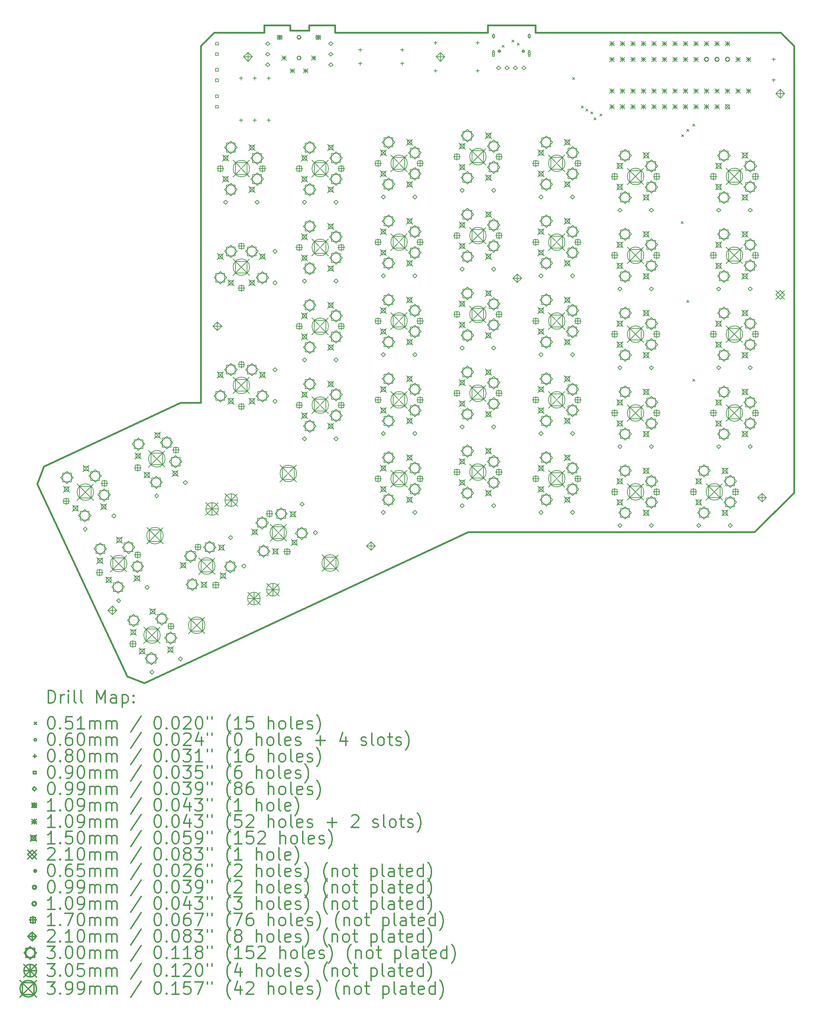
<source format=gbr>
%FSLAX45Y45*%
G04 Gerber Fmt 4.5, Leading zero omitted, Abs format (unit mm)*
G04 Created by KiCad (PCBNEW (5.1.4)-1) date 2019-09-13 04:19:34*
%MOMM*%
%LPD*%
G04 APERTURE LIST*
%ADD10C,0.381000*%
%ADD11C,0.200000*%
%ADD12C,0.300000*%
G04 APERTURE END LIST*
D10*
X7247317Y-11301967D02*
X6757097Y-11301967D01*
X5462713Y-17917144D02*
X5884607Y-18070559D01*
X5884607Y-18070559D02*
X13701457Y-14426167D01*
X13701457Y-14426167D02*
X20625497Y-14426167D01*
X20625497Y-14426167D02*
X21577998Y-13473667D01*
X21577998Y-13473667D02*
X21577997Y-2678667D01*
X21577997Y-2678667D02*
X21260497Y-2361167D01*
X21260497Y-2361167D02*
X15327057Y-2361167D01*
X15327057Y-2361167D02*
X15327057Y-2183367D01*
X15327057Y-2183367D02*
X14176437Y-2183368D01*
X14176437Y-2183368D02*
X14176437Y-2361167D01*
X14176437Y-2361167D02*
X10490898Y-2361167D01*
X10490898Y-2361167D02*
X10490898Y-2183368D01*
X10490898Y-2183368D02*
X9857168Y-2183367D01*
X9857168Y-2183367D02*
X9857167Y-2310368D01*
X9857167Y-2310368D02*
X9407588Y-2310368D01*
X9407588Y-2310368D02*
X9407588Y-2183368D01*
X9407588Y-2183368D02*
X8773858Y-2183367D01*
X8773858Y-2183367D02*
X8773857Y-2361167D01*
X8773857Y-2361167D02*
X7567357Y-2361168D01*
X7567357Y-2361168D02*
X7247317Y-2678668D01*
X7247317Y-2678668D02*
X7247317Y-11301967D01*
X6757097Y-11301967D02*
X3447985Y-12845017D01*
X3447985Y-12845017D02*
X3294315Y-13266911D01*
X3294315Y-13266911D02*
X5462713Y-17917144D01*
D11*
X14521550Y-2668007D02*
X14572350Y-2718807D01*
X14572350Y-2668007D02*
X14521550Y-2718807D01*
X14762922Y-2538947D02*
X14813722Y-2589747D01*
X14813722Y-2538947D02*
X14762922Y-2589747D01*
X14886741Y-2615181D02*
X14937541Y-2665981D01*
X14937541Y-2615181D02*
X14886741Y-2665981D01*
X16227500Y-3443212D02*
X16278300Y-3494012D01*
X16278300Y-3443212D02*
X16227500Y-3494012D01*
X16440831Y-4129041D02*
X16491631Y-4179841D01*
X16491631Y-4129041D02*
X16440831Y-4179841D01*
X16552621Y-4203139D02*
X16603421Y-4253939D01*
X16603421Y-4203139D02*
X16552621Y-4253939D01*
X16664381Y-4271734D02*
X16715181Y-4322534D01*
X16715181Y-4271734D02*
X16664381Y-4322534D01*
X16745629Y-4417339D02*
X16796429Y-4468139D01*
X16796429Y-4417339D02*
X16745629Y-4468139D01*
X16887952Y-4320299D02*
X16938752Y-4371099D01*
X16938752Y-4320299D02*
X16887952Y-4371099D01*
X18855124Y-6927291D02*
X18905924Y-6978091D01*
X18905924Y-6927291D02*
X18855124Y-6978091D01*
X18857133Y-4824971D02*
X18907933Y-4875771D01*
X18907933Y-4824971D02*
X18857133Y-4875771D01*
X18987699Y-8831028D02*
X19038499Y-8881828D01*
X19038499Y-8831028D02*
X18987699Y-8881828D01*
X18987752Y-4696205D02*
X19038552Y-4747005D01*
X19038552Y-4696205D02*
X18987752Y-4747005D01*
X19135061Y-4572234D02*
X19185861Y-4623034D01*
X19185861Y-4572234D02*
X19135061Y-4623034D01*
X19135189Y-10737409D02*
X19185989Y-10788209D01*
X19185989Y-10737409D02*
X19135189Y-10788209D01*
X14345652Y-2444904D02*
G75*
G03X14345652Y-2444904I-30000J0D01*
G01*
X14295652Y-2414904D02*
X14295652Y-2474904D01*
X14335652Y-2414904D02*
X14335652Y-2474904D01*
X14295652Y-2474904D02*
G75*
G03X14335652Y-2474904I20000J0D01*
G01*
X14335652Y-2414904D02*
G75*
G03X14295652Y-2414904I-20000J0D01*
G01*
X14345652Y-2862904D02*
G75*
G03X14345652Y-2862904I-30000J0D01*
G01*
X14295652Y-2807904D02*
X14295652Y-2917904D01*
X14335652Y-2807904D02*
X14335652Y-2917904D01*
X14295652Y-2917904D02*
G75*
G03X14335652Y-2917904I20000J0D01*
G01*
X14335652Y-2807904D02*
G75*
G03X14295652Y-2807904I-20000J0D01*
G01*
X15209652Y-2444904D02*
G75*
G03X15209652Y-2444904I-30000J0D01*
G01*
X15159652Y-2414904D02*
X15159652Y-2474904D01*
X15199652Y-2414904D02*
X15199652Y-2474904D01*
X15159652Y-2474904D02*
G75*
G03X15199652Y-2474904I20000J0D01*
G01*
X15199652Y-2414904D02*
G75*
G03X15159652Y-2414904I-20000J0D01*
G01*
X15209652Y-2862904D02*
G75*
G03X15209652Y-2862904I-30000J0D01*
G01*
X15159652Y-2807904D02*
X15159652Y-2917904D01*
X15199652Y-2807904D02*
X15199652Y-2917904D01*
X15159652Y-2917904D02*
G75*
G03X15199652Y-2917904I20000J0D01*
G01*
X15199652Y-2807904D02*
G75*
G03X15159652Y-2807904I-20000J0D01*
G01*
X8887779Y-3420882D02*
X8887779Y-3500882D01*
X8847779Y-3460882D02*
X8927779Y-3460882D01*
X8887779Y-4436882D02*
X8887779Y-4516882D01*
X8847779Y-4476882D02*
X8927779Y-4476882D01*
X12918702Y-2567550D02*
X12918702Y-2647550D01*
X12878702Y-2607550D02*
X12958702Y-2607550D01*
X13934702Y-2567550D02*
X13934702Y-2647550D01*
X13894702Y-2607550D02*
X13974702Y-2607550D01*
X21086501Y-2966306D02*
X21086501Y-3046306D01*
X21046501Y-3006306D02*
X21126501Y-3006306D01*
X21086501Y-3466306D02*
X21086501Y-3546306D01*
X21046501Y-3506306D02*
X21126501Y-3506306D01*
X8548041Y-3421102D02*
X8548041Y-3501102D01*
X8508041Y-3461102D02*
X8588041Y-3461102D01*
X8548041Y-4437102D02*
X8548041Y-4517102D01*
X8508041Y-4477102D02*
X8588041Y-4477102D01*
X11097553Y-2738553D02*
X11097553Y-2818553D01*
X11057553Y-2778553D02*
X11137553Y-2778553D01*
X12113553Y-2738553D02*
X12113553Y-2818553D01*
X12073553Y-2778553D02*
X12153553Y-2778553D01*
X8217971Y-3420996D02*
X8217971Y-3500996D01*
X8177971Y-3460996D02*
X8257971Y-3460996D01*
X8217971Y-4436996D02*
X8217971Y-4516996D01*
X8177971Y-4476996D02*
X8257971Y-4476996D01*
X11098197Y-3067180D02*
X11098197Y-3147180D01*
X11058197Y-3107180D02*
X11138197Y-3107180D01*
X12114197Y-3067180D02*
X12114197Y-3147180D01*
X12074197Y-3107180D02*
X12154197Y-3107180D01*
X12918684Y-3239747D02*
X12918684Y-3319747D01*
X12878684Y-3279747D02*
X12958684Y-3279747D01*
X13934684Y-3239747D02*
X13934684Y-3319747D01*
X13894684Y-3279747D02*
X13974684Y-3279747D01*
X7664532Y-3929687D02*
X7664532Y-3866047D01*
X7600891Y-3866047D01*
X7600891Y-3929687D01*
X7664532Y-3929687D01*
X7664532Y-4183687D02*
X7664532Y-4120047D01*
X7600891Y-4120047D01*
X7600891Y-4183687D01*
X7664532Y-4183687D01*
X7664509Y-2659698D02*
X7664509Y-2596058D01*
X7600869Y-2596058D01*
X7600869Y-2659698D01*
X7664509Y-2659698D01*
X7664509Y-2913698D02*
X7664509Y-2850058D01*
X7600869Y-2850058D01*
X7600869Y-2913698D01*
X7664509Y-2913698D01*
X7664557Y-3289683D02*
X7664557Y-3226043D01*
X7600916Y-3226043D01*
X7600916Y-3289683D01*
X7664557Y-3289683D01*
X7664557Y-3543683D02*
X7664557Y-3480043D01*
X7600916Y-3480043D01*
X7600916Y-3543683D01*
X7664557Y-3543683D01*
X13559236Y-13840740D02*
X13608766Y-13791210D01*
X13559236Y-13741680D01*
X13509706Y-13791210D01*
X13559236Y-13840740D01*
X14321236Y-13840740D02*
X14370766Y-13791210D01*
X14321236Y-13741680D01*
X14271706Y-13791210D01*
X14321236Y-13840740D01*
X7844213Y-6507716D02*
X7893743Y-6458186D01*
X7844213Y-6408656D01*
X7794683Y-6458186D01*
X7844213Y-6507716D01*
X8606213Y-6507716D02*
X8655743Y-6458186D01*
X8606213Y-6408656D01*
X8556683Y-6458186D01*
X8606213Y-6507716D01*
X9749170Y-8412456D02*
X9798700Y-8362925D01*
X9749170Y-8313395D01*
X9699640Y-8362925D01*
X9749170Y-8412456D01*
X10511170Y-8412456D02*
X10560700Y-8362925D01*
X10511170Y-8313395D01*
X10461640Y-8362925D01*
X10511170Y-8412456D01*
X19274187Y-14318014D02*
X19323717Y-14268484D01*
X19274187Y-14218954D01*
X19224657Y-14268484D01*
X19274187Y-14318014D01*
X20036187Y-14318014D02*
X20085717Y-14268484D01*
X20036187Y-14218954D01*
X19986657Y-14268484D01*
X20036187Y-14318014D01*
X13559230Y-10030669D02*
X13608760Y-9981139D01*
X13559230Y-9931609D01*
X13509700Y-9981139D01*
X13559230Y-10030669D01*
X14321230Y-10030669D02*
X14370760Y-9981139D01*
X14321230Y-9931609D01*
X14271700Y-9981139D01*
X14321230Y-10030669D01*
X15464185Y-6380508D02*
X15513715Y-6330978D01*
X15464185Y-6281448D01*
X15414655Y-6330978D01*
X15464185Y-6380508D01*
X16226185Y-6380508D02*
X16275715Y-6330978D01*
X16226185Y-6281448D01*
X16176655Y-6330978D01*
X16226185Y-6380508D01*
X9749199Y-6507725D02*
X9798729Y-6458195D01*
X9749199Y-6408665D01*
X9699669Y-6458195D01*
X9749199Y-6507725D01*
X10511199Y-6507725D02*
X10560729Y-6458195D01*
X10511199Y-6408665D01*
X10461669Y-6458195D01*
X10511199Y-6507725D01*
X17369215Y-12413006D02*
X17418745Y-12363476D01*
X17369215Y-12313946D01*
X17319685Y-12363476D01*
X17369215Y-12413006D01*
X18131215Y-12413006D02*
X18180745Y-12363476D01*
X18131215Y-12313946D01*
X18081685Y-12363476D01*
X18131215Y-12413006D01*
X7965709Y-14607805D02*
X8015239Y-14558275D01*
X7965709Y-14508745D01*
X7916179Y-14558275D01*
X7965709Y-14607805D01*
X8287744Y-15298412D02*
X8337274Y-15248882D01*
X8287744Y-15199352D01*
X8238214Y-15248882D01*
X8287744Y-15298412D01*
X19757261Y-10507989D02*
X19806791Y-10458459D01*
X19757261Y-10408929D01*
X19707731Y-10458459D01*
X19757261Y-10507989D01*
X20519261Y-10507989D02*
X20568791Y-10458459D01*
X20519261Y-10408929D01*
X20469731Y-10458459D01*
X20519261Y-10507989D01*
X19757237Y-8602908D02*
X19806767Y-8553378D01*
X19757237Y-8503848D01*
X19707707Y-8553378D01*
X19757237Y-8602908D01*
X20519237Y-8602908D02*
X20568767Y-8553378D01*
X20519237Y-8503848D01*
X20469707Y-8553378D01*
X20519237Y-8602908D01*
X6180749Y-13604456D02*
X6230279Y-13554926D01*
X6180749Y-13505396D01*
X6131219Y-13554926D01*
X6180749Y-13604456D01*
X6871355Y-13282421D02*
X6920885Y-13232891D01*
X6871355Y-13183361D01*
X6821825Y-13232891D01*
X6871355Y-13282421D01*
X15464246Y-14000518D02*
X15513776Y-13950988D01*
X15464246Y-13901458D01*
X15414716Y-13950988D01*
X15464246Y-14000518D01*
X16226246Y-14000518D02*
X16275776Y-13950988D01*
X16226246Y-13901458D01*
X16176716Y-13950988D01*
X16226246Y-14000518D01*
X5259245Y-16135875D02*
X5308775Y-16086345D01*
X5259245Y-16036815D01*
X5209715Y-16086345D01*
X5259245Y-16135875D01*
X5949851Y-15813840D02*
X5999381Y-15764310D01*
X5949851Y-15714780D01*
X5900321Y-15764310D01*
X5949851Y-15813840D01*
X13559247Y-8125678D02*
X13608777Y-8076148D01*
X13559247Y-8026618D01*
X13509717Y-8076148D01*
X13559247Y-8125678D01*
X14321247Y-8125678D02*
X14370777Y-8076148D01*
X14321247Y-8026618D01*
X14271717Y-8076148D01*
X14321247Y-8125678D01*
X8860198Y-2677411D02*
X8909728Y-2627881D01*
X8860198Y-2578351D01*
X8810668Y-2627881D01*
X8860198Y-2677411D01*
X8860198Y-2931411D02*
X8909728Y-2881881D01*
X8860198Y-2832351D01*
X8810668Y-2881881D01*
X8860198Y-2931411D01*
X8860198Y-3185411D02*
X8909728Y-3135881D01*
X8860198Y-3086351D01*
X8810668Y-3135881D01*
X8860198Y-3185411D01*
X9038009Y-10552370D02*
X9087539Y-10502840D01*
X9038009Y-10453310D01*
X8988479Y-10502840D01*
X9038009Y-10552370D01*
X9038009Y-11314370D02*
X9087539Y-11264840D01*
X9038009Y-11215310D01*
X8988479Y-11264840D01*
X9038009Y-11314370D01*
X6064426Y-17862568D02*
X6113956Y-17813038D01*
X6064426Y-17763508D01*
X6014896Y-17813038D01*
X6064426Y-17862568D01*
X6755032Y-17540533D02*
X6804562Y-17491003D01*
X6755032Y-17441473D01*
X6705502Y-17491003D01*
X6755032Y-17540533D01*
X15464239Y-10190447D02*
X15513769Y-10140917D01*
X15464239Y-10091387D01*
X15414709Y-10140917D01*
X15464239Y-10190447D01*
X16226239Y-10190447D02*
X16275769Y-10140917D01*
X16226239Y-10091387D01*
X16176709Y-10140917D01*
X16226239Y-10190447D01*
X17369220Y-6698168D02*
X17418750Y-6648638D01*
X17369220Y-6599108D01*
X17319690Y-6648638D01*
X17369220Y-6698168D01*
X18131220Y-6698168D02*
X18180750Y-6648638D01*
X18131220Y-6599108D01*
X18081690Y-6648638D01*
X18131220Y-6698168D01*
X11654204Y-6380472D02*
X11703734Y-6330942D01*
X11654204Y-6281412D01*
X11604674Y-6330942D01*
X11654204Y-6380472D01*
X12416204Y-6380472D02*
X12465734Y-6330942D01*
X12416204Y-6281412D01*
X12366674Y-6330942D01*
X12416204Y-6380472D01*
X13559265Y-6220688D02*
X13608795Y-6171158D01*
X13559265Y-6121628D01*
X13509735Y-6171158D01*
X13559265Y-6220688D01*
X14321265Y-6220688D02*
X14370795Y-6171158D01*
X14321265Y-6121628D01*
X14271735Y-6171158D01*
X14321265Y-6220688D01*
X9749195Y-10317536D02*
X9798725Y-10268006D01*
X9749195Y-10218476D01*
X9699665Y-10268006D01*
X9749195Y-10317536D01*
X10511195Y-10317536D02*
X10560725Y-10268006D01*
X10511195Y-10218476D01*
X10461665Y-10268006D01*
X10511195Y-10317536D01*
X4454323Y-14409502D02*
X4503853Y-14359972D01*
X4454323Y-14310442D01*
X4404793Y-14359972D01*
X4454323Y-14409502D01*
X5144929Y-14087467D02*
X5194459Y-14037937D01*
X5144929Y-13988407D01*
X5095399Y-14037937D01*
X5144929Y-14087467D01*
X15464257Y-8285456D02*
X15513787Y-8235926D01*
X15464257Y-8186396D01*
X15414727Y-8235926D01*
X15464257Y-8285456D01*
X16226257Y-8285456D02*
X16275787Y-8235926D01*
X16226257Y-8186396D01*
X16176727Y-8235926D01*
X16226257Y-8285456D01*
X13559212Y-11935659D02*
X13608742Y-11886129D01*
X13559212Y-11836599D01*
X13509682Y-11886129D01*
X13559212Y-11935659D01*
X14321212Y-11935659D02*
X14370742Y-11886129D01*
X14321212Y-11836599D01*
X14271682Y-11886129D01*
X14321212Y-11935659D01*
X14439712Y-3261864D02*
X14489242Y-3212334D01*
X14439712Y-3162804D01*
X14390182Y-3212334D01*
X14439712Y-3261864D01*
X14644792Y-3261864D02*
X14694322Y-3212334D01*
X14644792Y-3162804D01*
X14595262Y-3212334D01*
X14644792Y-3261864D01*
X14847332Y-3261864D02*
X14896862Y-3212334D01*
X14847332Y-3162804D01*
X14797802Y-3212334D01*
X14847332Y-3261864D01*
X15049872Y-3261864D02*
X15099402Y-3212334D01*
X15049872Y-3162804D01*
X15000342Y-3212334D01*
X15049872Y-3261864D01*
X19757200Y-6698274D02*
X19806730Y-6648744D01*
X19757200Y-6599214D01*
X19707670Y-6648744D01*
X19757200Y-6698274D01*
X20519200Y-6698274D02*
X20568730Y-6648744D01*
X20519200Y-6599214D01*
X20469670Y-6648744D01*
X20519200Y-6698274D01*
X9692114Y-13802549D02*
X9741644Y-13753019D01*
X9692114Y-13703489D01*
X9642584Y-13753019D01*
X9692114Y-13802549D01*
X10014149Y-14493155D02*
X10063679Y-14443625D01*
X10014149Y-14394095D01*
X9964619Y-14443625D01*
X10014149Y-14493155D01*
X10384186Y-2677416D02*
X10433716Y-2627886D01*
X10384186Y-2578356D01*
X10334656Y-2627886D01*
X10384186Y-2677416D01*
X10384186Y-2931416D02*
X10433716Y-2881886D01*
X10384186Y-2832356D01*
X10334656Y-2881886D01*
X10384186Y-2931416D01*
X10384186Y-3185416D02*
X10433716Y-3135886D01*
X10384186Y-3086356D01*
X10334656Y-3135886D01*
X10384186Y-3185416D01*
X11654192Y-12095534D02*
X11703722Y-12046004D01*
X11654192Y-11996474D01*
X11604662Y-12046004D01*
X11654192Y-12095534D01*
X12416192Y-12095534D02*
X12465722Y-12046004D01*
X12416192Y-11996474D01*
X12366662Y-12046004D01*
X12416192Y-12095534D01*
X11654265Y-14000482D02*
X11703795Y-13950952D01*
X11654265Y-13901422D01*
X11604735Y-13950952D01*
X11654265Y-14000482D01*
X12416265Y-14000482D02*
X12465795Y-13950952D01*
X12416265Y-13901422D01*
X12366735Y-13950952D01*
X12416265Y-14000482D01*
X17369233Y-10508016D02*
X17418763Y-10458486D01*
X17369233Y-10408956D01*
X17319703Y-10458486D01*
X17369233Y-10508016D01*
X18131233Y-10508016D02*
X18180763Y-10458486D01*
X18131233Y-10408956D01*
X18081703Y-10458486D01*
X18131233Y-10508016D01*
X9037984Y-7694964D02*
X9087514Y-7645434D01*
X9037984Y-7595904D01*
X8988454Y-7645434D01*
X9037984Y-7694964D01*
X9037984Y-8456964D02*
X9087514Y-8407434D01*
X9037984Y-8357904D01*
X8988454Y-8407434D01*
X9037984Y-8456964D01*
X9749177Y-12222527D02*
X9798707Y-12172997D01*
X9749177Y-12123467D01*
X9699647Y-12172997D01*
X9749177Y-12222527D01*
X10511177Y-12222527D02*
X10560707Y-12172997D01*
X10511177Y-12123467D01*
X10461647Y-12172997D01*
X10511177Y-12222527D01*
X17369197Y-14317996D02*
X17418727Y-14268466D01*
X17369197Y-14218936D01*
X17319667Y-14268466D01*
X17369197Y-14317996D01*
X18131197Y-14317996D02*
X18180727Y-14268466D01*
X18131197Y-14218936D01*
X18081667Y-14268466D01*
X18131197Y-14317996D01*
X11654210Y-10190544D02*
X11703740Y-10141014D01*
X11654210Y-10091484D01*
X11604680Y-10141014D01*
X11654210Y-10190544D01*
X12416210Y-10190544D02*
X12465740Y-10141014D01*
X12416210Y-10091484D01*
X12366680Y-10141014D01*
X12416210Y-10190544D01*
X17369208Y-8602935D02*
X17418738Y-8553405D01*
X17369208Y-8503875D01*
X17319678Y-8553405D01*
X17369208Y-8602935D01*
X18131208Y-8602935D02*
X18180738Y-8553405D01*
X18131208Y-8503875D01*
X18081678Y-8553405D01*
X18131208Y-8602935D01*
X11654186Y-8285463D02*
X11703716Y-8235933D01*
X11654186Y-8186403D01*
X11604656Y-8235933D01*
X11654186Y-8285463D01*
X12416186Y-8285463D02*
X12465716Y-8235933D01*
X12416186Y-8186403D01*
X12366656Y-8235933D01*
X12416186Y-8285463D01*
X15464264Y-12095528D02*
X15513794Y-12045998D01*
X15464264Y-11996468D01*
X15414734Y-12045998D01*
X15464264Y-12095528D01*
X16226264Y-12095528D02*
X16275794Y-12045998D01*
X16226264Y-11996468D01*
X16176734Y-12045998D01*
X16226264Y-12095528D01*
X19757243Y-12412979D02*
X19806773Y-12363449D01*
X19757243Y-12313919D01*
X19707713Y-12363449D01*
X19757243Y-12412979D01*
X20519243Y-12412979D02*
X20568773Y-12363449D01*
X20519243Y-12313919D01*
X20469713Y-12363449D01*
X20519243Y-12412979D01*
X19918278Y-4097399D02*
X20027244Y-4206365D01*
X20027244Y-4097399D02*
X19918278Y-4206365D01*
X20027244Y-4151882D02*
G75*
G03X20027244Y-4151882I-54483J0D01*
G01*
X17122633Y-2951730D02*
X17231853Y-3060950D01*
X17231853Y-2951730D02*
X17122633Y-3060950D01*
X17177243Y-2951730D02*
X17177243Y-3060950D01*
X17122633Y-3006340D02*
X17231853Y-3006340D01*
X17122633Y-3713730D02*
X17231853Y-3822950D01*
X17231853Y-3713730D02*
X17122633Y-3822950D01*
X17177243Y-3713730D02*
X17177243Y-3822950D01*
X17122633Y-3768340D02*
X17231853Y-3768340D01*
X17376633Y-2951730D02*
X17485853Y-3060950D01*
X17485853Y-2951730D02*
X17376633Y-3060950D01*
X17431243Y-2951730D02*
X17431243Y-3060950D01*
X17376633Y-3006340D02*
X17485853Y-3006340D01*
X17376633Y-3713730D02*
X17485853Y-3822950D01*
X17485853Y-3713730D02*
X17376633Y-3822950D01*
X17431243Y-3713730D02*
X17431243Y-3822950D01*
X17376633Y-3768340D02*
X17485853Y-3768340D01*
X17630633Y-2951730D02*
X17739853Y-3060950D01*
X17739853Y-2951730D02*
X17630633Y-3060950D01*
X17685243Y-2951730D02*
X17685243Y-3060950D01*
X17630633Y-3006340D02*
X17739853Y-3006340D01*
X17630633Y-3713730D02*
X17739853Y-3822950D01*
X17739853Y-3713730D02*
X17630633Y-3822950D01*
X17685243Y-3713730D02*
X17685243Y-3822950D01*
X17630633Y-3768340D02*
X17739853Y-3768340D01*
X17884633Y-2951730D02*
X17993853Y-3060950D01*
X17993853Y-2951730D02*
X17884633Y-3060950D01*
X17939243Y-2951730D02*
X17939243Y-3060950D01*
X17884633Y-3006340D02*
X17993853Y-3006340D01*
X17884633Y-3713730D02*
X17993853Y-3822950D01*
X17993853Y-3713730D02*
X17884633Y-3822950D01*
X17939243Y-3713730D02*
X17939243Y-3822950D01*
X17884633Y-3768340D02*
X17993853Y-3768340D01*
X18138633Y-2951730D02*
X18247853Y-3060950D01*
X18247853Y-2951730D02*
X18138633Y-3060950D01*
X18193243Y-2951730D02*
X18193243Y-3060950D01*
X18138633Y-3006340D02*
X18247853Y-3006340D01*
X18138633Y-3713730D02*
X18247853Y-3822950D01*
X18247853Y-3713730D02*
X18138633Y-3822950D01*
X18193243Y-3713730D02*
X18193243Y-3822950D01*
X18138633Y-3768340D02*
X18247853Y-3768340D01*
X18392633Y-2951730D02*
X18501853Y-3060950D01*
X18501853Y-2951730D02*
X18392633Y-3060950D01*
X18447243Y-2951730D02*
X18447243Y-3060950D01*
X18392633Y-3006340D02*
X18501853Y-3006340D01*
X18392633Y-3713730D02*
X18501853Y-3822950D01*
X18501853Y-3713730D02*
X18392633Y-3822950D01*
X18447243Y-3713730D02*
X18447243Y-3822950D01*
X18392633Y-3768340D02*
X18501853Y-3768340D01*
X18646633Y-2951730D02*
X18755853Y-3060950D01*
X18755853Y-2951730D02*
X18646633Y-3060950D01*
X18701243Y-2951730D02*
X18701243Y-3060950D01*
X18646633Y-3006340D02*
X18755853Y-3006340D01*
X18646633Y-3713730D02*
X18755853Y-3822950D01*
X18755853Y-3713730D02*
X18646633Y-3822950D01*
X18701243Y-3713730D02*
X18701243Y-3822950D01*
X18646633Y-3768340D02*
X18755853Y-3768340D01*
X18900633Y-2951730D02*
X19009853Y-3060950D01*
X19009853Y-2951730D02*
X18900633Y-3060950D01*
X18955243Y-2951730D02*
X18955243Y-3060950D01*
X18900633Y-3006340D02*
X19009853Y-3006340D01*
X18900633Y-3713730D02*
X19009853Y-3822950D01*
X19009853Y-3713730D02*
X18900633Y-3822950D01*
X18955243Y-3713730D02*
X18955243Y-3822950D01*
X18900633Y-3768340D02*
X19009853Y-3768340D01*
X19154633Y-2951730D02*
X19263853Y-3060950D01*
X19263853Y-2951730D02*
X19154633Y-3060950D01*
X19209243Y-2951730D02*
X19209243Y-3060950D01*
X19154633Y-3006340D02*
X19263853Y-3006340D01*
X19154633Y-3713730D02*
X19263853Y-3822950D01*
X19263853Y-3713730D02*
X19154633Y-3822950D01*
X19209243Y-3713730D02*
X19209243Y-3822950D01*
X19154633Y-3768340D02*
X19263853Y-3768340D01*
X19408633Y-3713730D02*
X19517853Y-3822950D01*
X19517853Y-3713730D02*
X19408633Y-3822950D01*
X19463243Y-3713730D02*
X19463243Y-3822950D01*
X19408633Y-3768340D02*
X19517853Y-3768340D01*
X19662633Y-3713730D02*
X19771853Y-3822950D01*
X19771853Y-3713730D02*
X19662633Y-3822950D01*
X19717243Y-3713730D02*
X19717243Y-3822950D01*
X19662633Y-3768340D02*
X19771853Y-3768340D01*
X19916633Y-3713730D02*
X20025853Y-3822950D01*
X20025853Y-3713730D02*
X19916633Y-3822950D01*
X19971243Y-3713730D02*
X19971243Y-3822950D01*
X19916633Y-3768340D02*
X20025853Y-3768340D01*
X20170633Y-2951730D02*
X20279853Y-3060950D01*
X20279853Y-2951730D02*
X20170633Y-3060950D01*
X20225243Y-2951730D02*
X20225243Y-3060950D01*
X20170633Y-3006340D02*
X20279853Y-3006340D01*
X20170633Y-3713730D02*
X20279853Y-3822950D01*
X20279853Y-3713730D02*
X20170633Y-3822950D01*
X20225243Y-3713730D02*
X20225243Y-3822950D01*
X20170633Y-3768340D02*
X20279853Y-3768340D01*
X20424633Y-2951730D02*
X20533853Y-3060950D01*
X20533853Y-2951730D02*
X20424633Y-3060950D01*
X20479243Y-2951730D02*
X20479243Y-3060950D01*
X20424633Y-3006340D02*
X20533853Y-3006340D01*
X20424633Y-3713730D02*
X20533853Y-3822950D01*
X20533853Y-3713730D02*
X20424633Y-3822950D01*
X20479243Y-3713730D02*
X20479243Y-3822950D01*
X20424633Y-3768340D02*
X20533853Y-3768340D01*
X9097686Y-2418329D02*
X9206906Y-2527549D01*
X9206906Y-2418329D02*
X9097686Y-2527549D01*
X9152296Y-2418329D02*
X9152296Y-2527549D01*
X9097686Y-2472939D02*
X9206906Y-2472939D01*
X9167536Y-2428329D02*
X9137056Y-2428329D01*
X9167536Y-2517549D02*
X9137056Y-2517549D01*
X9137056Y-2428329D02*
G75*
G03X9137056Y-2517549I0J-44610D01*
G01*
X9167536Y-2517549D02*
G75*
G03X9167536Y-2428329I0J44610D01*
G01*
X9201826Y-2918709D02*
X9311046Y-3027929D01*
X9311046Y-2918709D02*
X9201826Y-3027929D01*
X9256436Y-2918709D02*
X9256436Y-3027929D01*
X9201826Y-2973319D02*
X9311046Y-2973319D01*
X9402486Y-3228589D02*
X9511706Y-3337809D01*
X9511706Y-3228589D02*
X9402486Y-3337809D01*
X9457096Y-3228589D02*
X9457096Y-3337809D01*
X9402486Y-3283199D02*
X9511706Y-3283199D01*
X9722526Y-3228589D02*
X9831746Y-3337809D01*
X9831746Y-3228589D02*
X9722526Y-3337809D01*
X9777136Y-3228589D02*
X9777136Y-3337809D01*
X9722526Y-3283199D02*
X9831746Y-3283199D01*
X9923186Y-2918709D02*
X10032406Y-3027929D01*
X10032406Y-2918709D02*
X9923186Y-3027929D01*
X9977796Y-2918709D02*
X9977796Y-3027929D01*
X9923186Y-2973319D02*
X10032406Y-2973319D01*
X10027326Y-2418329D02*
X10136546Y-2527549D01*
X10136546Y-2418329D02*
X10027326Y-2527549D01*
X10081936Y-2418329D02*
X10081936Y-2527549D01*
X10027326Y-2472939D02*
X10136546Y-2472939D01*
X10097176Y-2428329D02*
X10066696Y-2428329D01*
X10097176Y-2517549D02*
X10066696Y-2517549D01*
X10066696Y-2428329D02*
G75*
G03X10066696Y-2517549I0J-44610D01*
G01*
X10097176Y-2517549D02*
G75*
G03X10097176Y-2428329I0J44610D01*
G01*
X17124151Y-2573272D02*
X17233371Y-2682492D01*
X17233371Y-2573272D02*
X17124151Y-2682492D01*
X17178761Y-2573272D02*
X17178761Y-2682492D01*
X17124151Y-2627882D02*
X17233371Y-2627882D01*
X17124151Y-4097272D02*
X17233371Y-4206492D01*
X17233371Y-4097272D02*
X17124151Y-4206492D01*
X17178761Y-4097272D02*
X17178761Y-4206492D01*
X17124151Y-4151882D02*
X17233371Y-4151882D01*
X17378151Y-2573272D02*
X17487371Y-2682492D01*
X17487371Y-2573272D02*
X17378151Y-2682492D01*
X17432761Y-2573272D02*
X17432761Y-2682492D01*
X17378151Y-2627882D02*
X17487371Y-2627882D01*
X17378151Y-4097272D02*
X17487371Y-4206492D01*
X17487371Y-4097272D02*
X17378151Y-4206492D01*
X17432761Y-4097272D02*
X17432761Y-4206492D01*
X17378151Y-4151882D02*
X17487371Y-4151882D01*
X17632151Y-2573272D02*
X17741371Y-2682492D01*
X17741371Y-2573272D02*
X17632151Y-2682492D01*
X17686761Y-2573272D02*
X17686761Y-2682492D01*
X17632151Y-2627882D02*
X17741371Y-2627882D01*
X17632151Y-4097272D02*
X17741371Y-4206492D01*
X17741371Y-4097272D02*
X17632151Y-4206492D01*
X17686761Y-4097272D02*
X17686761Y-4206492D01*
X17632151Y-4151882D02*
X17741371Y-4151882D01*
X17886151Y-2573272D02*
X17995371Y-2682492D01*
X17995371Y-2573272D02*
X17886151Y-2682492D01*
X17940761Y-2573272D02*
X17940761Y-2682492D01*
X17886151Y-2627882D02*
X17995371Y-2627882D01*
X17886151Y-4097272D02*
X17995371Y-4206492D01*
X17995371Y-4097272D02*
X17886151Y-4206492D01*
X17940761Y-4097272D02*
X17940761Y-4206492D01*
X17886151Y-4151882D02*
X17995371Y-4151882D01*
X18140151Y-2573272D02*
X18249371Y-2682492D01*
X18249371Y-2573272D02*
X18140151Y-2682492D01*
X18194761Y-2573272D02*
X18194761Y-2682492D01*
X18140151Y-2627882D02*
X18249371Y-2627882D01*
X18140151Y-4097272D02*
X18249371Y-4206492D01*
X18249371Y-4097272D02*
X18140151Y-4206492D01*
X18194761Y-4097272D02*
X18194761Y-4206492D01*
X18140151Y-4151882D02*
X18249371Y-4151882D01*
X18394151Y-2573272D02*
X18503371Y-2682492D01*
X18503371Y-2573272D02*
X18394151Y-2682492D01*
X18448761Y-2573272D02*
X18448761Y-2682492D01*
X18394151Y-2627882D02*
X18503371Y-2627882D01*
X18394151Y-4097272D02*
X18503371Y-4206492D01*
X18503371Y-4097272D02*
X18394151Y-4206492D01*
X18448761Y-4097272D02*
X18448761Y-4206492D01*
X18394151Y-4151882D02*
X18503371Y-4151882D01*
X18648151Y-2573272D02*
X18757371Y-2682492D01*
X18757371Y-2573272D02*
X18648151Y-2682492D01*
X18702761Y-2573272D02*
X18702761Y-2682492D01*
X18648151Y-2627882D02*
X18757371Y-2627882D01*
X18648151Y-4097272D02*
X18757371Y-4206492D01*
X18757371Y-4097272D02*
X18648151Y-4206492D01*
X18702761Y-4097272D02*
X18702761Y-4206492D01*
X18648151Y-4151882D02*
X18757371Y-4151882D01*
X18902151Y-2573272D02*
X19011371Y-2682492D01*
X19011371Y-2573272D02*
X18902151Y-2682492D01*
X18956761Y-2573272D02*
X18956761Y-2682492D01*
X18902151Y-2627882D02*
X19011371Y-2627882D01*
X18902151Y-4097272D02*
X19011371Y-4206492D01*
X19011371Y-4097272D02*
X18902151Y-4206492D01*
X18956761Y-4097272D02*
X18956761Y-4206492D01*
X18902151Y-4151882D02*
X19011371Y-4151882D01*
X19156151Y-2573272D02*
X19265371Y-2682492D01*
X19265371Y-2573272D02*
X19156151Y-2682492D01*
X19210761Y-2573272D02*
X19210761Y-2682492D01*
X19156151Y-2627882D02*
X19265371Y-2627882D01*
X19156151Y-4097272D02*
X19265371Y-4206492D01*
X19265371Y-4097272D02*
X19156151Y-4206492D01*
X19210761Y-4097272D02*
X19210761Y-4206492D01*
X19156151Y-4151882D02*
X19265371Y-4151882D01*
X19410151Y-2573272D02*
X19519371Y-2682492D01*
X19519371Y-2573272D02*
X19410151Y-2682492D01*
X19464761Y-2573272D02*
X19464761Y-2682492D01*
X19410151Y-2627882D02*
X19519371Y-2627882D01*
X19410151Y-4097272D02*
X19519371Y-4206492D01*
X19519371Y-4097272D02*
X19410151Y-4206492D01*
X19464761Y-4097272D02*
X19464761Y-4206492D01*
X19410151Y-4151882D02*
X19519371Y-4151882D01*
X19664151Y-2573272D02*
X19773371Y-2682492D01*
X19773371Y-2573272D02*
X19664151Y-2682492D01*
X19718761Y-2573272D02*
X19718761Y-2682492D01*
X19664151Y-2627882D02*
X19773371Y-2627882D01*
X19664151Y-4097272D02*
X19773371Y-4206492D01*
X19773371Y-4097272D02*
X19664151Y-4206492D01*
X19718761Y-4097272D02*
X19718761Y-4206492D01*
X19664151Y-4151882D02*
X19773371Y-4151882D01*
X19918151Y-2573272D02*
X20027371Y-2682492D01*
X20027371Y-2573272D02*
X19918151Y-2682492D01*
X19972761Y-2573272D02*
X19972761Y-2682492D01*
X19918151Y-2627882D02*
X20027371Y-2627882D01*
X13484306Y-12649480D02*
X13634166Y-12799340D01*
X13634166Y-12649480D02*
X13484306Y-12799340D01*
X13612220Y-12777394D02*
X13612220Y-12671426D01*
X13506252Y-12671426D01*
X13506252Y-12777394D01*
X13612220Y-12777394D01*
X13484306Y-13157480D02*
X13634166Y-13307340D01*
X13634166Y-13157480D02*
X13484306Y-13307340D01*
X13612220Y-13285394D02*
X13612220Y-13179426D01*
X13506252Y-13179426D01*
X13506252Y-13285394D01*
X13612220Y-13285394D01*
X14119306Y-12395480D02*
X14269166Y-12545340D01*
X14269166Y-12395480D02*
X14119306Y-12545340D01*
X14247220Y-12523394D02*
X14247220Y-12417426D01*
X14141252Y-12417426D01*
X14141252Y-12523394D01*
X14247220Y-12523394D01*
X14119306Y-13411480D02*
X14269166Y-13561340D01*
X14269166Y-13411480D02*
X14119306Y-13561340D01*
X14247220Y-13539394D02*
X14247220Y-13433426D01*
X14141252Y-13433426D01*
X14141252Y-13539394D01*
X14247220Y-13539394D01*
X7769283Y-5316456D02*
X7919143Y-5466316D01*
X7919143Y-5316456D02*
X7769283Y-5466316D01*
X7897197Y-5444370D02*
X7897197Y-5338402D01*
X7791229Y-5338402D01*
X7791229Y-5444370D01*
X7897197Y-5444370D01*
X7769283Y-5824456D02*
X7919143Y-5974316D01*
X7919143Y-5824456D02*
X7769283Y-5974316D01*
X7897197Y-5952370D02*
X7897197Y-5846402D01*
X7791229Y-5846402D01*
X7791229Y-5952370D01*
X7897197Y-5952370D01*
X8404283Y-5062456D02*
X8554143Y-5212316D01*
X8554143Y-5062456D02*
X8404283Y-5212316D01*
X8532197Y-5190370D02*
X8532197Y-5084402D01*
X8426229Y-5084402D01*
X8426229Y-5190370D01*
X8532197Y-5190370D01*
X8404283Y-6078456D02*
X8554143Y-6228316D01*
X8554143Y-6078456D02*
X8404283Y-6228316D01*
X8532197Y-6206370D02*
X8532197Y-6100402D01*
X8426229Y-6100402D01*
X8426229Y-6206370D01*
X8532197Y-6206370D01*
X9674240Y-7221195D02*
X9824100Y-7371055D01*
X9824100Y-7221195D02*
X9674240Y-7371055D01*
X9802154Y-7349109D02*
X9802154Y-7243141D01*
X9696186Y-7243141D01*
X9696186Y-7349109D01*
X9802154Y-7349109D01*
X9674240Y-7729195D02*
X9824100Y-7879055D01*
X9824100Y-7729195D02*
X9674240Y-7879055D01*
X9802154Y-7857109D02*
X9802154Y-7751141D01*
X9696186Y-7751141D01*
X9696186Y-7857109D01*
X9802154Y-7857109D01*
X10309240Y-6967195D02*
X10459100Y-7117055D01*
X10459100Y-6967195D02*
X10309240Y-7117055D01*
X10437154Y-7095109D02*
X10437154Y-6989141D01*
X10331186Y-6989141D01*
X10331186Y-7095109D01*
X10437154Y-7095109D01*
X10309240Y-7983195D02*
X10459100Y-8133055D01*
X10459100Y-7983195D02*
X10309240Y-8133055D01*
X10437154Y-8111109D02*
X10437154Y-8005141D01*
X10331186Y-8005141D01*
X10331186Y-8111109D01*
X10437154Y-8111109D01*
X19199257Y-13126754D02*
X19349117Y-13276614D01*
X19349117Y-13126754D02*
X19199257Y-13276614D01*
X19327171Y-13254668D02*
X19327171Y-13148700D01*
X19221203Y-13148700D01*
X19221203Y-13254668D01*
X19327171Y-13254668D01*
X19199257Y-13634754D02*
X19349117Y-13784614D01*
X19349117Y-13634754D02*
X19199257Y-13784614D01*
X19327171Y-13762668D02*
X19327171Y-13656700D01*
X19221203Y-13656700D01*
X19221203Y-13762668D01*
X19327171Y-13762668D01*
X19834257Y-12872754D02*
X19984117Y-13022614D01*
X19984117Y-12872754D02*
X19834257Y-13022614D01*
X19962171Y-13000668D02*
X19962171Y-12894700D01*
X19856203Y-12894700D01*
X19856203Y-13000668D01*
X19962171Y-13000668D01*
X19834257Y-13888754D02*
X19984117Y-14038614D01*
X19984117Y-13888754D02*
X19834257Y-14038614D01*
X19962171Y-14016668D02*
X19962171Y-13910700D01*
X19856203Y-13910700D01*
X19856203Y-14016668D01*
X19962171Y-14016668D01*
X13484300Y-8839409D02*
X13634160Y-8989269D01*
X13634160Y-8839409D02*
X13484300Y-8989269D01*
X13612214Y-8967323D02*
X13612214Y-8861355D01*
X13506246Y-8861355D01*
X13506246Y-8967323D01*
X13612214Y-8967323D01*
X13484300Y-9347409D02*
X13634160Y-9497269D01*
X13634160Y-9347409D02*
X13484300Y-9497269D01*
X13612214Y-9475323D02*
X13612214Y-9369355D01*
X13506246Y-9369355D01*
X13506246Y-9475323D01*
X13612214Y-9475323D01*
X14119300Y-8585409D02*
X14269160Y-8735269D01*
X14269160Y-8585409D02*
X14119300Y-8735269D01*
X14247214Y-8713323D02*
X14247214Y-8607355D01*
X14141246Y-8607355D01*
X14141246Y-8713323D01*
X14247214Y-8713323D01*
X14119300Y-9601409D02*
X14269160Y-9751269D01*
X14269160Y-9601409D02*
X14119300Y-9751269D01*
X14247214Y-9729323D02*
X14247214Y-9623355D01*
X14141246Y-9623355D01*
X14141246Y-9729323D01*
X14247214Y-9729323D01*
X15389255Y-5189248D02*
X15539115Y-5339108D01*
X15539115Y-5189248D02*
X15389255Y-5339108D01*
X15517169Y-5317162D02*
X15517169Y-5211194D01*
X15411201Y-5211194D01*
X15411201Y-5317162D01*
X15517169Y-5317162D01*
X15389255Y-5697248D02*
X15539115Y-5847108D01*
X15539115Y-5697248D02*
X15389255Y-5847108D01*
X15517169Y-5825162D02*
X15517169Y-5719194D01*
X15411201Y-5719194D01*
X15411201Y-5825162D01*
X15517169Y-5825162D01*
X16024255Y-4935248D02*
X16174115Y-5085108D01*
X16174115Y-4935248D02*
X16024255Y-5085108D01*
X16152169Y-5063162D02*
X16152169Y-4957194D01*
X16046201Y-4957194D01*
X16046201Y-5063162D01*
X16152169Y-5063162D01*
X16024255Y-5951248D02*
X16174115Y-6101108D01*
X16174115Y-5951248D02*
X16024255Y-6101108D01*
X16152169Y-6079162D02*
X16152169Y-5973194D01*
X16046201Y-5973194D01*
X16046201Y-6079162D01*
X16152169Y-6079162D01*
X9674269Y-5316465D02*
X9824129Y-5466325D01*
X9824129Y-5316465D02*
X9674269Y-5466325D01*
X9802183Y-5444379D02*
X9802183Y-5338411D01*
X9696215Y-5338411D01*
X9696215Y-5444379D01*
X9802183Y-5444379D01*
X9674269Y-5824465D02*
X9824129Y-5974325D01*
X9824129Y-5824465D02*
X9674269Y-5974325D01*
X9802183Y-5952379D02*
X9802183Y-5846411D01*
X9696215Y-5846411D01*
X9696215Y-5952379D01*
X9802183Y-5952379D01*
X10309269Y-5062465D02*
X10459129Y-5212325D01*
X10459129Y-5062465D02*
X10309269Y-5212325D01*
X10437183Y-5190379D02*
X10437183Y-5084411D01*
X10331215Y-5084411D01*
X10331215Y-5190379D01*
X10437183Y-5190379D01*
X10309269Y-6078465D02*
X10459129Y-6228325D01*
X10459129Y-6078465D02*
X10309269Y-6228325D01*
X10437183Y-6206379D02*
X10437183Y-6100411D01*
X10331215Y-6100411D01*
X10331215Y-6206379D01*
X10437183Y-6206379D01*
X17294285Y-11221746D02*
X17444145Y-11371606D01*
X17444145Y-11221746D02*
X17294285Y-11371606D01*
X17422199Y-11349660D02*
X17422199Y-11243692D01*
X17316231Y-11243692D01*
X17316231Y-11349660D01*
X17422199Y-11349660D01*
X17294285Y-11729746D02*
X17444145Y-11879606D01*
X17444145Y-11729746D02*
X17294285Y-11879606D01*
X17422199Y-11857660D02*
X17422199Y-11751692D01*
X17316231Y-11751692D01*
X17316231Y-11857660D01*
X17422199Y-11857660D01*
X17929285Y-10967746D02*
X18079145Y-11117606D01*
X18079145Y-10967746D02*
X17929285Y-11117606D01*
X18057199Y-11095660D02*
X18057199Y-10989692D01*
X17951231Y-10989692D01*
X17951231Y-11095660D01*
X18057199Y-11095660D01*
X17929285Y-11983746D02*
X18079145Y-12133606D01*
X18079145Y-11983746D02*
X17929285Y-12133606D01*
X18057199Y-12111660D02*
X18057199Y-12005692D01*
X17951231Y-12005692D01*
X17951231Y-12111660D01*
X18057199Y-12111660D01*
X6747400Y-15156641D02*
X6897260Y-15306501D01*
X6897260Y-15156641D02*
X6747400Y-15306501D01*
X6875314Y-15284555D02*
X6875314Y-15178587D01*
X6769346Y-15178587D01*
X6769346Y-15284555D01*
X6875314Y-15284555D01*
X7245965Y-15624801D02*
X7395825Y-15774661D01*
X7395825Y-15624801D02*
X7245965Y-15774661D01*
X7373879Y-15752715D02*
X7373879Y-15646747D01*
X7267911Y-15646747D01*
X7267911Y-15752715D01*
X7373879Y-15752715D01*
X7668209Y-14727260D02*
X7818069Y-14877120D01*
X7818069Y-14727260D02*
X7668209Y-14877120D01*
X7796123Y-14855174D02*
X7796123Y-14749206D01*
X7690155Y-14749206D01*
X7690155Y-14855174D01*
X7796123Y-14855174D01*
X7706369Y-15410111D02*
X7856229Y-15559971D01*
X7856229Y-15410111D02*
X7706369Y-15559971D01*
X7834283Y-15538025D02*
X7834283Y-15432057D01*
X7728315Y-15432057D01*
X7728315Y-15538025D01*
X7834283Y-15538025D01*
X19682331Y-9316729D02*
X19832191Y-9466589D01*
X19832191Y-9316729D02*
X19682331Y-9466589D01*
X19810245Y-9444643D02*
X19810245Y-9338675D01*
X19704277Y-9338675D01*
X19704277Y-9444643D01*
X19810245Y-9444643D01*
X19682331Y-9824729D02*
X19832191Y-9974589D01*
X19832191Y-9824729D02*
X19682331Y-9974589D01*
X19810245Y-9952643D02*
X19810245Y-9846675D01*
X19704277Y-9846675D01*
X19704277Y-9952643D01*
X19810245Y-9952643D01*
X20317331Y-9062729D02*
X20467191Y-9212589D01*
X20467191Y-9062729D02*
X20317331Y-9212589D01*
X20445245Y-9190643D02*
X20445245Y-9084675D01*
X20339277Y-9084675D01*
X20339277Y-9190643D01*
X20445245Y-9190643D01*
X20317331Y-10078729D02*
X20467191Y-10228589D01*
X20467191Y-10078729D02*
X20317331Y-10228589D01*
X20445245Y-10206643D02*
X20445245Y-10100675D01*
X20339277Y-10100675D01*
X20339277Y-10206643D01*
X20445245Y-10206643D01*
X19682307Y-7411648D02*
X19832167Y-7561508D01*
X19832167Y-7411648D02*
X19682307Y-7561508D01*
X19810221Y-7539562D02*
X19810221Y-7433594D01*
X19704253Y-7433594D01*
X19704253Y-7539562D01*
X19810221Y-7539562D01*
X19682307Y-7919648D02*
X19832167Y-8069508D01*
X19832167Y-7919648D02*
X19682307Y-8069508D01*
X19810221Y-8047562D02*
X19810221Y-7941594D01*
X19704253Y-7941594D01*
X19704253Y-8047562D01*
X19810221Y-8047562D01*
X20317307Y-7157648D02*
X20467167Y-7307508D01*
X20467167Y-7157648D02*
X20317307Y-7307508D01*
X20445221Y-7285562D02*
X20445221Y-7179594D01*
X20339253Y-7179594D01*
X20339253Y-7285562D01*
X20445221Y-7285562D01*
X20317307Y-8173648D02*
X20467167Y-8323508D01*
X20467167Y-8173648D02*
X20317307Y-8323508D01*
X20445221Y-8301562D02*
X20445221Y-8195594D01*
X20339253Y-8195594D01*
X20339253Y-8301562D01*
X20445221Y-8301562D01*
X5654969Y-12513147D02*
X5804829Y-12663007D01*
X5804829Y-12513147D02*
X5654969Y-12663007D01*
X5782883Y-12641061D02*
X5782883Y-12535093D01*
X5676915Y-12535093D01*
X5676915Y-12641061D01*
X5782883Y-12641061D01*
X5869659Y-12973551D02*
X6019519Y-13123411D01*
X6019519Y-12973551D02*
X5869659Y-13123411D01*
X5997573Y-13101465D02*
X5997573Y-12995497D01*
X5891605Y-12995497D01*
X5891605Y-13101465D01*
X5997573Y-13101465D01*
X6123130Y-12014582D02*
X6272990Y-12164442D01*
X6272990Y-12014582D02*
X6123130Y-12164442D01*
X6251044Y-12142496D02*
X6251044Y-12036528D01*
X6145076Y-12036528D01*
X6145076Y-12142496D01*
X6251044Y-12142496D01*
X6552510Y-12935391D02*
X6702370Y-13085251D01*
X6702370Y-12935391D02*
X6552510Y-13085251D01*
X6680424Y-13063305D02*
X6680424Y-12957337D01*
X6574456Y-12957337D01*
X6574456Y-13063305D01*
X6680424Y-13063305D01*
X15389316Y-12809258D02*
X15539176Y-12959118D01*
X15539176Y-12809258D02*
X15389316Y-12959118D01*
X15517230Y-12937172D02*
X15517230Y-12831204D01*
X15411262Y-12831204D01*
X15411262Y-12937172D01*
X15517230Y-12937172D01*
X15389316Y-13317258D02*
X15539176Y-13467118D01*
X15539176Y-13317258D02*
X15389316Y-13467118D01*
X15517230Y-13445172D02*
X15517230Y-13339204D01*
X15411262Y-13339204D01*
X15411262Y-13445172D01*
X15517230Y-13445172D01*
X16024316Y-12555258D02*
X16174176Y-12705118D01*
X16174176Y-12555258D02*
X16024316Y-12705118D01*
X16152230Y-12683172D02*
X16152230Y-12577204D01*
X16046262Y-12577204D01*
X16046262Y-12683172D01*
X16152230Y-12683172D01*
X16024316Y-13571258D02*
X16174176Y-13721118D01*
X16174176Y-13571258D02*
X16024316Y-13721118D01*
X16152230Y-13699172D02*
X16152230Y-13593204D01*
X16046262Y-13593204D01*
X16046262Y-13699172D01*
X16152230Y-13699172D01*
X4733465Y-15044566D02*
X4883325Y-15194426D01*
X4883325Y-15044566D02*
X4733465Y-15194426D01*
X4861379Y-15172480D02*
X4861379Y-15066512D01*
X4755411Y-15066512D01*
X4755411Y-15172480D01*
X4861379Y-15172480D01*
X4948156Y-15504970D02*
X5098016Y-15654830D01*
X5098016Y-15504970D02*
X4948156Y-15654830D01*
X5076070Y-15632884D02*
X5076070Y-15526916D01*
X4970102Y-15526916D01*
X4970102Y-15632884D01*
X5076070Y-15632884D01*
X5201626Y-14546001D02*
X5351486Y-14695861D01*
X5351486Y-14546001D02*
X5201626Y-14695861D01*
X5329540Y-14673915D02*
X5329540Y-14567947D01*
X5223572Y-14567947D01*
X5223572Y-14673915D01*
X5329540Y-14673915D01*
X5631006Y-15466810D02*
X5780866Y-15616670D01*
X5780866Y-15466810D02*
X5631006Y-15616670D01*
X5758920Y-15594724D02*
X5758920Y-15488756D01*
X5652952Y-15488756D01*
X5652952Y-15594724D01*
X5758920Y-15594724D01*
X13484317Y-6934418D02*
X13634177Y-7084278D01*
X13634177Y-6934418D02*
X13484317Y-7084278D01*
X13612231Y-7062332D02*
X13612231Y-6956364D01*
X13506263Y-6956364D01*
X13506263Y-7062332D01*
X13612231Y-7062332D01*
X13484317Y-7442418D02*
X13634177Y-7592278D01*
X13634177Y-7442418D02*
X13484317Y-7592278D01*
X13612231Y-7570332D02*
X13612231Y-7464364D01*
X13506263Y-7464364D01*
X13506263Y-7570332D01*
X13612231Y-7570332D01*
X14119317Y-6680418D02*
X14269177Y-6830278D01*
X14269177Y-6680418D02*
X14119317Y-6830278D01*
X14247231Y-6808332D02*
X14247231Y-6702364D01*
X14141263Y-6702364D01*
X14141263Y-6808332D01*
X14247231Y-6808332D01*
X14119317Y-7696418D02*
X14269177Y-7846278D01*
X14269177Y-7696418D02*
X14119317Y-7846278D01*
X14247231Y-7824332D02*
X14247231Y-7718364D01*
X14141263Y-7718364D01*
X14141263Y-7824332D01*
X14247231Y-7824332D01*
X7642279Y-10554910D02*
X7792139Y-10704770D01*
X7792139Y-10554910D02*
X7642279Y-10704770D01*
X7770193Y-10682824D02*
X7770193Y-10576856D01*
X7664225Y-10576856D01*
X7664225Y-10682824D01*
X7770193Y-10682824D01*
X7896279Y-11189910D02*
X8046139Y-11339770D01*
X8046139Y-11189910D02*
X7896279Y-11339770D01*
X8024193Y-11317824D02*
X8024193Y-11211856D01*
X7918225Y-11211856D01*
X7918225Y-11317824D01*
X8024193Y-11317824D01*
X8404279Y-11189910D02*
X8554139Y-11339770D01*
X8554139Y-11189910D02*
X8404279Y-11339770D01*
X8532193Y-11317824D02*
X8532193Y-11211856D01*
X8426225Y-11211856D01*
X8426225Y-11317824D01*
X8532193Y-11317824D01*
X8658279Y-10554910D02*
X8808139Y-10704770D01*
X8808139Y-10554910D02*
X8658279Y-10704770D01*
X8786193Y-10682824D02*
X8786193Y-10576856D01*
X8680225Y-10576856D01*
X8680225Y-10682824D01*
X8786193Y-10682824D01*
X5538647Y-16771259D02*
X5688507Y-16921119D01*
X5688507Y-16771259D02*
X5538647Y-16921119D01*
X5666561Y-16899173D02*
X5666561Y-16793205D01*
X5560593Y-16793205D01*
X5560593Y-16899173D01*
X5666561Y-16899173D01*
X5753337Y-17231663D02*
X5903197Y-17381523D01*
X5903197Y-17231663D02*
X5753337Y-17381523D01*
X5881251Y-17359577D02*
X5881251Y-17253609D01*
X5775283Y-17253609D01*
X5775283Y-17359577D01*
X5881251Y-17359577D01*
X6006807Y-16272694D02*
X6156667Y-16422554D01*
X6156667Y-16272694D02*
X6006807Y-16422554D01*
X6134721Y-16400608D02*
X6134721Y-16294640D01*
X6028753Y-16294640D01*
X6028753Y-16400608D01*
X6134721Y-16400608D01*
X6436187Y-17193503D02*
X6586047Y-17343363D01*
X6586047Y-17193503D02*
X6436187Y-17343363D01*
X6564101Y-17321417D02*
X6564101Y-17215449D01*
X6458133Y-17215449D01*
X6458133Y-17321417D01*
X6564101Y-17321417D01*
X15389309Y-8999187D02*
X15539169Y-9149047D01*
X15539169Y-8999187D02*
X15389309Y-9149047D01*
X15517223Y-9127101D02*
X15517223Y-9021133D01*
X15411255Y-9021133D01*
X15411255Y-9127101D01*
X15517223Y-9127101D01*
X15389309Y-9507187D02*
X15539169Y-9657047D01*
X15539169Y-9507187D02*
X15389309Y-9657047D01*
X15517223Y-9635101D02*
X15517223Y-9529133D01*
X15411255Y-9529133D01*
X15411255Y-9635101D01*
X15517223Y-9635101D01*
X16024309Y-8745187D02*
X16174169Y-8895047D01*
X16174169Y-8745187D02*
X16024309Y-8895047D01*
X16152223Y-8873101D02*
X16152223Y-8767133D01*
X16046255Y-8767133D01*
X16046255Y-8873101D01*
X16152223Y-8873101D01*
X16024309Y-9761187D02*
X16174169Y-9911047D01*
X16174169Y-9761187D02*
X16024309Y-9911047D01*
X16152223Y-9889101D02*
X16152223Y-9783133D01*
X16046255Y-9783133D01*
X16046255Y-9889101D01*
X16152223Y-9889101D01*
X17294290Y-5506908D02*
X17444150Y-5656768D01*
X17444150Y-5506908D02*
X17294290Y-5656768D01*
X17422204Y-5634822D02*
X17422204Y-5528854D01*
X17316236Y-5528854D01*
X17316236Y-5634822D01*
X17422204Y-5634822D01*
X17294290Y-6014908D02*
X17444150Y-6164768D01*
X17444150Y-6014908D02*
X17294290Y-6164768D01*
X17422204Y-6142822D02*
X17422204Y-6036854D01*
X17316236Y-6036854D01*
X17316236Y-6142822D01*
X17422204Y-6142822D01*
X17929290Y-5252908D02*
X18079150Y-5402768D01*
X18079150Y-5252908D02*
X17929290Y-5402768D01*
X18057204Y-5380822D02*
X18057204Y-5274854D01*
X17951236Y-5274854D01*
X17951236Y-5380822D01*
X18057204Y-5380822D01*
X17929290Y-6268908D02*
X18079150Y-6418768D01*
X18079150Y-6268908D02*
X17929290Y-6418768D01*
X18057204Y-6396822D02*
X18057204Y-6290854D01*
X17951236Y-6290854D01*
X17951236Y-6396822D01*
X18057204Y-6396822D01*
X11579274Y-5189212D02*
X11729134Y-5339072D01*
X11729134Y-5189212D02*
X11579274Y-5339072D01*
X11707188Y-5317126D02*
X11707188Y-5211158D01*
X11601220Y-5211158D01*
X11601220Y-5317126D01*
X11707188Y-5317126D01*
X11579274Y-5697212D02*
X11729134Y-5847072D01*
X11729134Y-5697212D02*
X11579274Y-5847072D01*
X11707188Y-5825126D02*
X11707188Y-5719158D01*
X11601220Y-5719158D01*
X11601220Y-5825126D01*
X11707188Y-5825126D01*
X12214274Y-4935212D02*
X12364134Y-5085072D01*
X12364134Y-4935212D02*
X12214274Y-5085072D01*
X12342188Y-5063126D02*
X12342188Y-4957158D01*
X12236220Y-4957158D01*
X12236220Y-5063126D01*
X12342188Y-5063126D01*
X12214274Y-5951212D02*
X12364134Y-6101072D01*
X12364134Y-5951212D02*
X12214274Y-6101072D01*
X12342188Y-6079126D02*
X12342188Y-5973158D01*
X12236220Y-5973158D01*
X12236220Y-6079126D01*
X12342188Y-6079126D01*
X13484335Y-5029428D02*
X13634195Y-5179288D01*
X13634195Y-5029428D02*
X13484335Y-5179288D01*
X13612249Y-5157342D02*
X13612249Y-5051374D01*
X13506281Y-5051374D01*
X13506281Y-5157342D01*
X13612249Y-5157342D01*
X13484335Y-5537428D02*
X13634195Y-5687288D01*
X13634195Y-5537428D02*
X13484335Y-5687288D01*
X13612249Y-5665342D02*
X13612249Y-5559374D01*
X13506281Y-5559374D01*
X13506281Y-5665342D01*
X13612249Y-5665342D01*
X14119335Y-4775428D02*
X14269195Y-4925288D01*
X14269195Y-4775428D02*
X14119335Y-4925288D01*
X14247249Y-4903342D02*
X14247249Y-4797374D01*
X14141281Y-4797374D01*
X14141281Y-4903342D01*
X14247249Y-4903342D01*
X14119335Y-5791428D02*
X14269195Y-5941288D01*
X14269195Y-5791428D02*
X14119335Y-5941288D01*
X14247249Y-5919342D02*
X14247249Y-5813374D01*
X14141281Y-5813374D01*
X14141281Y-5919342D01*
X14247249Y-5919342D01*
X9674265Y-9126276D02*
X9824125Y-9276136D01*
X9824125Y-9126276D02*
X9674265Y-9276136D01*
X9802179Y-9254190D02*
X9802179Y-9148222D01*
X9696211Y-9148222D01*
X9696211Y-9254190D01*
X9802179Y-9254190D01*
X9674265Y-9634276D02*
X9824125Y-9784136D01*
X9824125Y-9634276D02*
X9674265Y-9784136D01*
X9802179Y-9762190D02*
X9802179Y-9656222D01*
X9696211Y-9656222D01*
X9696211Y-9762190D01*
X9802179Y-9762190D01*
X10309265Y-8872276D02*
X10459125Y-9022136D01*
X10459125Y-8872276D02*
X10309265Y-9022136D01*
X10437179Y-9000190D02*
X10437179Y-8894222D01*
X10331211Y-8894222D01*
X10331211Y-9000190D01*
X10437179Y-9000190D01*
X10309265Y-9888276D02*
X10459125Y-10038136D01*
X10459125Y-9888276D02*
X10309265Y-10038136D01*
X10437179Y-10016190D02*
X10437179Y-9910222D01*
X10331211Y-9910222D01*
X10331211Y-10016190D01*
X10437179Y-10016190D01*
X3928544Y-13318193D02*
X4078404Y-13468053D01*
X4078404Y-13318193D02*
X3928544Y-13468053D01*
X4056458Y-13446107D02*
X4056458Y-13340139D01*
X3950490Y-13340139D01*
X3950490Y-13446107D01*
X4056458Y-13446107D01*
X4143234Y-13778597D02*
X4293094Y-13928457D01*
X4293094Y-13778597D02*
X4143234Y-13928457D01*
X4271148Y-13906511D02*
X4271148Y-13800543D01*
X4165180Y-13800543D01*
X4165180Y-13906511D01*
X4271148Y-13906511D01*
X4396704Y-12819628D02*
X4546564Y-12969488D01*
X4546564Y-12819628D02*
X4396704Y-12969488D01*
X4524618Y-12947542D02*
X4524618Y-12841574D01*
X4418650Y-12841574D01*
X4418650Y-12947542D01*
X4524618Y-12947542D01*
X4826084Y-13740436D02*
X4975944Y-13890296D01*
X4975944Y-13740436D02*
X4826084Y-13890296D01*
X4953998Y-13868350D02*
X4953998Y-13762382D01*
X4848030Y-13762382D01*
X4848030Y-13868350D01*
X4953998Y-13868350D01*
X15389327Y-7094196D02*
X15539187Y-7244056D01*
X15539187Y-7094196D02*
X15389327Y-7244056D01*
X15517241Y-7222110D02*
X15517241Y-7116142D01*
X15411273Y-7116142D01*
X15411273Y-7222110D01*
X15517241Y-7222110D01*
X15389327Y-7602196D02*
X15539187Y-7752056D01*
X15539187Y-7602196D02*
X15389327Y-7752056D01*
X15517241Y-7730110D02*
X15517241Y-7624142D01*
X15411273Y-7624142D01*
X15411273Y-7730110D01*
X15517241Y-7730110D01*
X16024327Y-6840196D02*
X16174187Y-6990056D01*
X16174187Y-6840196D02*
X16024327Y-6990056D01*
X16152241Y-6968110D02*
X16152241Y-6862142D01*
X16046273Y-6862142D01*
X16046273Y-6968110D01*
X16152241Y-6968110D01*
X16024327Y-7856196D02*
X16174187Y-8006056D01*
X16174187Y-7856196D02*
X16024327Y-8006056D01*
X16152241Y-7984110D02*
X16152241Y-7878142D01*
X16046273Y-7878142D01*
X16046273Y-7984110D01*
X16152241Y-7984110D01*
X13484282Y-10744399D02*
X13634142Y-10894259D01*
X13634142Y-10744399D02*
X13484282Y-10894259D01*
X13612196Y-10872313D02*
X13612196Y-10766345D01*
X13506228Y-10766345D01*
X13506228Y-10872313D01*
X13612196Y-10872313D01*
X13484282Y-11252399D02*
X13634142Y-11402259D01*
X13634142Y-11252399D02*
X13484282Y-11402259D01*
X13612196Y-11380313D02*
X13612196Y-11274345D01*
X13506228Y-11274345D01*
X13506228Y-11380313D01*
X13612196Y-11380313D01*
X14119282Y-10490399D02*
X14269142Y-10640259D01*
X14269142Y-10490399D02*
X14119282Y-10640259D01*
X14247196Y-10618313D02*
X14247196Y-10512345D01*
X14141228Y-10512345D01*
X14141228Y-10618313D01*
X14247196Y-10618313D01*
X14119282Y-11506399D02*
X14269142Y-11656259D01*
X14269142Y-11506399D02*
X14119282Y-11656259D01*
X14247196Y-11634313D02*
X14247196Y-11528345D01*
X14141228Y-11528345D01*
X14141228Y-11634313D01*
X14247196Y-11634313D01*
X19682270Y-5507014D02*
X19832130Y-5656874D01*
X19832130Y-5507014D02*
X19682270Y-5656874D01*
X19810184Y-5634928D02*
X19810184Y-5528960D01*
X19704216Y-5528960D01*
X19704216Y-5634928D01*
X19810184Y-5634928D01*
X19682270Y-6015014D02*
X19832130Y-6164874D01*
X19832130Y-6015014D02*
X19682270Y-6164874D01*
X19810184Y-6142928D02*
X19810184Y-6036960D01*
X19704216Y-6036960D01*
X19704216Y-6142928D01*
X19810184Y-6142928D01*
X20317270Y-5253014D02*
X20467130Y-5402874D01*
X20467130Y-5253014D02*
X20317270Y-5402874D01*
X20445184Y-5380928D02*
X20445184Y-5274960D01*
X20339216Y-5274960D01*
X20339216Y-5380928D01*
X20445184Y-5380928D01*
X20317270Y-6269014D02*
X20467130Y-6418874D01*
X20467130Y-6269014D02*
X20317270Y-6418874D01*
X20445184Y-6396928D02*
X20445184Y-6290960D01*
X20339216Y-6290960D01*
X20339216Y-6396928D01*
X20445184Y-6396928D01*
X8473805Y-14351384D02*
X8623665Y-14501244D01*
X8623665Y-14351384D02*
X8473805Y-14501244D01*
X8601719Y-14479298D02*
X8601719Y-14373330D01*
X8495751Y-14373330D01*
X8495751Y-14479298D01*
X8601719Y-14479298D01*
X8972370Y-14819545D02*
X9122230Y-14969405D01*
X9122230Y-14819545D02*
X8972370Y-14969405D01*
X9100284Y-14947459D02*
X9100284Y-14841491D01*
X8994316Y-14841491D01*
X8994316Y-14947459D01*
X9100284Y-14947459D01*
X9394614Y-13922004D02*
X9544474Y-14071864D01*
X9544474Y-13922004D02*
X9394614Y-14071864D01*
X9522528Y-14049918D02*
X9522528Y-13943950D01*
X9416560Y-13943950D01*
X9416560Y-14049918D01*
X9522528Y-14049918D01*
X9432774Y-14604854D02*
X9582634Y-14754714D01*
X9582634Y-14604854D02*
X9432774Y-14754714D01*
X9560688Y-14732768D02*
X9560688Y-14626800D01*
X9454720Y-14626800D01*
X9454720Y-14732768D01*
X9560688Y-14732768D01*
X11579262Y-10904274D02*
X11729122Y-11054134D01*
X11729122Y-10904274D02*
X11579262Y-11054134D01*
X11707176Y-11032188D02*
X11707176Y-10926220D01*
X11601208Y-10926220D01*
X11601208Y-11032188D01*
X11707176Y-11032188D01*
X11579262Y-11412274D02*
X11729122Y-11562134D01*
X11729122Y-11412274D02*
X11579262Y-11562134D01*
X11707176Y-11540188D02*
X11707176Y-11434220D01*
X11601208Y-11434220D01*
X11601208Y-11540188D01*
X11707176Y-11540188D01*
X12214262Y-10650274D02*
X12364122Y-10800134D01*
X12364122Y-10650274D02*
X12214262Y-10800134D01*
X12342176Y-10778188D02*
X12342176Y-10672220D01*
X12236208Y-10672220D01*
X12236208Y-10778188D01*
X12342176Y-10778188D01*
X12214262Y-11666274D02*
X12364122Y-11816134D01*
X12364122Y-11666274D02*
X12214262Y-11816134D01*
X12342176Y-11794188D02*
X12342176Y-11688220D01*
X12236208Y-11688220D01*
X12236208Y-11794188D01*
X12342176Y-11794188D01*
X11579335Y-12809222D02*
X11729195Y-12959082D01*
X11729195Y-12809222D02*
X11579335Y-12959082D01*
X11707249Y-12937136D02*
X11707249Y-12831168D01*
X11601281Y-12831168D01*
X11601281Y-12937136D01*
X11707249Y-12937136D01*
X11579335Y-13317222D02*
X11729195Y-13467082D01*
X11729195Y-13317222D02*
X11579335Y-13467082D01*
X11707249Y-13445136D02*
X11707249Y-13339168D01*
X11601281Y-13339168D01*
X11601281Y-13445136D01*
X11707249Y-13445136D01*
X12214335Y-12555222D02*
X12364195Y-12705082D01*
X12364195Y-12555222D02*
X12214335Y-12705082D01*
X12342249Y-12683136D02*
X12342249Y-12577168D01*
X12236281Y-12577168D01*
X12236281Y-12683136D01*
X12342249Y-12683136D01*
X12214335Y-13571222D02*
X12364195Y-13721082D01*
X12364195Y-13571222D02*
X12214335Y-13721082D01*
X12342249Y-13699136D02*
X12342249Y-13593168D01*
X12236281Y-13593168D01*
X12236281Y-13699136D01*
X12342249Y-13699136D01*
X17294303Y-9316756D02*
X17444163Y-9466616D01*
X17444163Y-9316756D02*
X17294303Y-9466616D01*
X17422217Y-9444670D02*
X17422217Y-9338702D01*
X17316249Y-9338702D01*
X17316249Y-9444670D01*
X17422217Y-9444670D01*
X17294303Y-9824756D02*
X17444163Y-9974616D01*
X17444163Y-9824756D02*
X17294303Y-9974616D01*
X17422217Y-9952670D02*
X17422217Y-9846702D01*
X17316249Y-9846702D01*
X17316249Y-9952670D01*
X17422217Y-9952670D01*
X17929303Y-9062756D02*
X18079163Y-9212616D01*
X18079163Y-9062756D02*
X17929303Y-9212616D01*
X18057217Y-9190670D02*
X18057217Y-9084702D01*
X17951249Y-9084702D01*
X17951249Y-9190670D01*
X18057217Y-9190670D01*
X17929303Y-10078756D02*
X18079163Y-10228616D01*
X18079163Y-10078756D02*
X17929303Y-10228616D01*
X18057217Y-10206670D02*
X18057217Y-10100702D01*
X17951249Y-10100702D01*
X17951249Y-10206670D01*
X18057217Y-10206670D01*
X7642254Y-7697504D02*
X7792114Y-7847364D01*
X7792114Y-7697504D02*
X7642254Y-7847364D01*
X7770168Y-7825418D02*
X7770168Y-7719450D01*
X7664200Y-7719450D01*
X7664200Y-7825418D01*
X7770168Y-7825418D01*
X7896254Y-8332504D02*
X8046114Y-8482364D01*
X8046114Y-8332504D02*
X7896254Y-8482364D01*
X8024168Y-8460418D02*
X8024168Y-8354450D01*
X7918200Y-8354450D01*
X7918200Y-8460418D01*
X8024168Y-8460418D01*
X8404254Y-8332504D02*
X8554114Y-8482364D01*
X8554114Y-8332504D02*
X8404254Y-8482364D01*
X8532168Y-8460418D02*
X8532168Y-8354450D01*
X8426200Y-8354450D01*
X8426200Y-8460418D01*
X8532168Y-8460418D01*
X8658254Y-7697504D02*
X8808114Y-7847364D01*
X8808114Y-7697504D02*
X8658254Y-7847364D01*
X8786168Y-7825418D02*
X8786168Y-7719450D01*
X8680200Y-7719450D01*
X8680200Y-7825418D01*
X8786168Y-7825418D01*
X9674247Y-11031267D02*
X9824107Y-11181127D01*
X9824107Y-11031267D02*
X9674247Y-11181127D01*
X9802161Y-11159181D02*
X9802161Y-11053213D01*
X9696193Y-11053213D01*
X9696193Y-11159181D01*
X9802161Y-11159181D01*
X9674247Y-11539267D02*
X9824107Y-11689127D01*
X9824107Y-11539267D02*
X9674247Y-11689127D01*
X9802161Y-11667181D02*
X9802161Y-11561213D01*
X9696193Y-11561213D01*
X9696193Y-11667181D01*
X9802161Y-11667181D01*
X10309247Y-10777267D02*
X10459107Y-10927127D01*
X10459107Y-10777267D02*
X10309247Y-10927127D01*
X10437161Y-10905181D02*
X10437161Y-10799213D01*
X10331193Y-10799213D01*
X10331193Y-10905181D01*
X10437161Y-10905181D01*
X10309247Y-11793267D02*
X10459107Y-11943127D01*
X10459107Y-11793267D02*
X10309247Y-11943127D01*
X10437161Y-11921181D02*
X10437161Y-11815213D01*
X10331193Y-11815213D01*
X10331193Y-11921181D01*
X10437161Y-11921181D01*
X17294267Y-13126736D02*
X17444127Y-13276596D01*
X17444127Y-13126736D02*
X17294267Y-13276596D01*
X17422181Y-13254650D02*
X17422181Y-13148682D01*
X17316213Y-13148682D01*
X17316213Y-13254650D01*
X17422181Y-13254650D01*
X17294267Y-13634736D02*
X17444127Y-13784596D01*
X17444127Y-13634736D02*
X17294267Y-13784596D01*
X17422181Y-13762650D02*
X17422181Y-13656682D01*
X17316213Y-13656682D01*
X17316213Y-13762650D01*
X17422181Y-13762650D01*
X17929267Y-12872736D02*
X18079127Y-13022596D01*
X18079127Y-12872736D02*
X17929267Y-13022596D01*
X18057181Y-13000650D02*
X18057181Y-12894682D01*
X17951213Y-12894682D01*
X17951213Y-13000650D01*
X18057181Y-13000650D01*
X17929267Y-13888736D02*
X18079127Y-14038596D01*
X18079127Y-13888736D02*
X17929267Y-14038596D01*
X18057181Y-14016650D02*
X18057181Y-13910682D01*
X17951213Y-13910682D01*
X17951213Y-14016650D01*
X18057181Y-14016650D01*
X11579280Y-8999284D02*
X11729140Y-9149144D01*
X11729140Y-8999284D02*
X11579280Y-9149144D01*
X11707194Y-9127198D02*
X11707194Y-9021230D01*
X11601226Y-9021230D01*
X11601226Y-9127198D01*
X11707194Y-9127198D01*
X11579280Y-9507284D02*
X11729140Y-9657144D01*
X11729140Y-9507284D02*
X11579280Y-9657144D01*
X11707194Y-9635198D02*
X11707194Y-9529230D01*
X11601226Y-9529230D01*
X11601226Y-9635198D01*
X11707194Y-9635198D01*
X12214280Y-8745284D02*
X12364140Y-8895144D01*
X12364140Y-8745284D02*
X12214280Y-8895144D01*
X12342194Y-8873198D02*
X12342194Y-8767230D01*
X12236226Y-8767230D01*
X12236226Y-8873198D01*
X12342194Y-8873198D01*
X12214280Y-9761284D02*
X12364140Y-9911144D01*
X12364140Y-9761284D02*
X12214280Y-9911144D01*
X12342194Y-9889198D02*
X12342194Y-9783230D01*
X12236226Y-9783230D01*
X12236226Y-9889198D01*
X12342194Y-9889198D01*
X17294278Y-7411675D02*
X17444138Y-7561535D01*
X17444138Y-7411675D02*
X17294278Y-7561535D01*
X17422192Y-7539589D02*
X17422192Y-7433621D01*
X17316224Y-7433621D01*
X17316224Y-7539589D01*
X17422192Y-7539589D01*
X17294278Y-7919675D02*
X17444138Y-8069535D01*
X17444138Y-7919675D02*
X17294278Y-8069535D01*
X17422192Y-8047589D02*
X17422192Y-7941621D01*
X17316224Y-7941621D01*
X17316224Y-8047589D01*
X17422192Y-8047589D01*
X17929278Y-7157675D02*
X18079138Y-7307535D01*
X18079138Y-7157675D02*
X17929278Y-7307535D01*
X18057192Y-7285589D02*
X18057192Y-7179621D01*
X17951224Y-7179621D01*
X17951224Y-7285589D01*
X18057192Y-7285589D01*
X17929278Y-8173675D02*
X18079138Y-8323535D01*
X18079138Y-8173675D02*
X17929278Y-8323535D01*
X18057192Y-8301589D02*
X18057192Y-8195621D01*
X17951224Y-8195621D01*
X17951224Y-8301589D01*
X18057192Y-8301589D01*
X11579256Y-7094203D02*
X11729116Y-7244063D01*
X11729116Y-7094203D02*
X11579256Y-7244063D01*
X11707170Y-7222117D02*
X11707170Y-7116149D01*
X11601202Y-7116149D01*
X11601202Y-7222117D01*
X11707170Y-7222117D01*
X11579256Y-7602203D02*
X11729116Y-7752063D01*
X11729116Y-7602203D02*
X11579256Y-7752063D01*
X11707170Y-7730117D02*
X11707170Y-7624149D01*
X11601202Y-7624149D01*
X11601202Y-7730117D01*
X11707170Y-7730117D01*
X12214256Y-6840203D02*
X12364116Y-6990063D01*
X12364116Y-6840203D02*
X12214256Y-6990063D01*
X12342170Y-6968117D02*
X12342170Y-6862149D01*
X12236202Y-6862149D01*
X12236202Y-6968117D01*
X12342170Y-6968117D01*
X12214256Y-7856203D02*
X12364116Y-8006063D01*
X12364116Y-7856203D02*
X12214256Y-8006063D01*
X12342170Y-7984117D02*
X12342170Y-7878149D01*
X12236202Y-7878149D01*
X12236202Y-7984117D01*
X12342170Y-7984117D01*
X15389334Y-10904268D02*
X15539194Y-11054128D01*
X15539194Y-10904268D02*
X15389334Y-11054128D01*
X15517248Y-11032182D02*
X15517248Y-10926214D01*
X15411280Y-10926214D01*
X15411280Y-11032182D01*
X15517248Y-11032182D01*
X15389334Y-11412268D02*
X15539194Y-11562128D01*
X15539194Y-11412268D02*
X15389334Y-11562128D01*
X15517248Y-11540182D02*
X15517248Y-11434214D01*
X15411280Y-11434214D01*
X15411280Y-11540182D01*
X15517248Y-11540182D01*
X16024334Y-10650268D02*
X16174194Y-10800128D01*
X16174194Y-10650268D02*
X16024334Y-10800128D01*
X16152248Y-10778182D02*
X16152248Y-10672214D01*
X16046280Y-10672214D01*
X16046280Y-10778182D01*
X16152248Y-10778182D01*
X16024334Y-11666268D02*
X16174194Y-11816128D01*
X16174194Y-11666268D02*
X16024334Y-11816128D01*
X16152248Y-11794182D02*
X16152248Y-11688214D01*
X16046280Y-11688214D01*
X16046280Y-11794182D01*
X16152248Y-11794182D01*
X19682313Y-11221719D02*
X19832173Y-11371579D01*
X19832173Y-11221719D02*
X19682313Y-11371579D01*
X19810227Y-11349633D02*
X19810227Y-11243665D01*
X19704259Y-11243665D01*
X19704259Y-11349633D01*
X19810227Y-11349633D01*
X19682313Y-11729719D02*
X19832173Y-11879579D01*
X19832173Y-11729719D02*
X19682313Y-11879579D01*
X19810227Y-11857633D02*
X19810227Y-11751665D01*
X19704259Y-11751665D01*
X19704259Y-11857633D01*
X19810227Y-11857633D01*
X20317313Y-10967719D02*
X20467173Y-11117579D01*
X20467173Y-10967719D02*
X20317313Y-11117579D01*
X20445227Y-11095633D02*
X20445227Y-10989665D01*
X20339259Y-10989665D01*
X20339259Y-11095633D01*
X20445227Y-11095633D01*
X20317313Y-11983719D02*
X20467173Y-12133579D01*
X20467173Y-11983719D02*
X20317313Y-12133579D01*
X20445227Y-12111633D02*
X20445227Y-12005665D01*
X20339259Y-12005665D01*
X20339259Y-12111633D01*
X20445227Y-12111633D01*
X21141259Y-8590363D02*
X21351259Y-8800363D01*
X21351259Y-8590363D02*
X21141259Y-8800363D01*
X21246259Y-8800363D02*
X21351259Y-8695363D01*
X21246259Y-8590363D01*
X21141259Y-8695363D01*
X21246259Y-8800363D01*
X14458652Y-2777404D02*
X14458652Y-2842404D01*
X14426152Y-2809904D02*
X14491152Y-2809904D01*
X14491152Y-2809904D02*
G75*
G03X14491152Y-2809904I-32500J0D01*
G01*
X15036652Y-2777404D02*
X15036652Y-2842404D01*
X15004152Y-2809904D02*
X15069152Y-2809904D01*
X15069152Y-2809904D02*
G75*
G03X15069152Y-2809904I-32500J0D01*
G01*
X9652139Y-2507963D02*
X9652139Y-2437916D01*
X9582093Y-2437916D01*
X9582093Y-2507963D01*
X9652139Y-2507963D01*
X9666646Y-2472939D02*
G75*
G03X9666646Y-2472939I-49530J0D01*
G01*
X9652139Y-3008342D02*
X9652139Y-2938296D01*
X9582093Y-2938296D01*
X9582093Y-3008342D01*
X9652139Y-3008342D01*
X9666646Y-2973319D02*
G75*
G03X9666646Y-2973319I-49530J0D01*
G01*
X19463243Y-3060950D02*
X19517853Y-3006340D01*
X19463243Y-2951730D01*
X19408633Y-3006340D01*
X19463243Y-3060950D01*
X19517853Y-3006340D02*
G75*
G03X19517853Y-3006340I-54610J0D01*
G01*
X19717243Y-3060950D02*
X19771853Y-3006340D01*
X19717243Y-2951730D01*
X19662633Y-3006340D01*
X19717243Y-3060950D01*
X19771853Y-3006340D02*
G75*
G03X19771853Y-3006340I-54610J0D01*
G01*
X19971243Y-3060950D02*
X20025853Y-3006340D01*
X19971243Y-2951730D01*
X19916633Y-3006340D01*
X19971243Y-3060950D01*
X20025853Y-3006340D02*
G75*
G03X20025853Y-3006340I-54610J0D01*
G01*
X19630243Y-11465559D02*
X19630243Y-11635739D01*
X19545153Y-11550649D02*
X19715333Y-11550649D01*
X19690411Y-11610817D02*
X19690411Y-11490481D01*
X19570075Y-11490481D01*
X19570075Y-11610817D01*
X19690411Y-11610817D01*
X20646243Y-11465559D02*
X20646243Y-11635739D01*
X20561153Y-11550649D02*
X20731333Y-11550649D01*
X20706411Y-11610817D02*
X20706411Y-11490481D01*
X20586075Y-11490481D01*
X20586075Y-11610817D01*
X20706411Y-11610817D01*
X13432236Y-12893320D02*
X13432236Y-13063500D01*
X13347146Y-12978410D02*
X13517326Y-12978410D01*
X13492404Y-13038578D02*
X13492404Y-12918242D01*
X13372068Y-12918242D01*
X13372068Y-13038578D01*
X13492404Y-13038578D01*
X14448236Y-12893320D02*
X14448236Y-13063500D01*
X14363146Y-12978410D02*
X14533326Y-12978410D01*
X14508404Y-13038578D02*
X14508404Y-12918242D01*
X14388068Y-12918242D01*
X14388068Y-13038578D01*
X14508404Y-13038578D01*
X7717213Y-5560296D02*
X7717213Y-5730476D01*
X7632123Y-5645386D02*
X7802303Y-5645386D01*
X7777381Y-5705554D02*
X7777381Y-5585218D01*
X7657044Y-5585218D01*
X7657044Y-5705554D01*
X7777381Y-5705554D01*
X8733213Y-5560296D02*
X8733213Y-5730476D01*
X8648123Y-5645386D02*
X8818303Y-5645386D01*
X8793381Y-5705554D02*
X8793381Y-5585218D01*
X8673045Y-5585218D01*
X8673045Y-5705554D01*
X8793381Y-5705554D01*
X9622170Y-7465035D02*
X9622170Y-7635215D01*
X9537080Y-7550125D02*
X9707260Y-7550125D01*
X9682339Y-7610294D02*
X9682339Y-7489957D01*
X9562002Y-7489957D01*
X9562002Y-7610294D01*
X9682339Y-7610294D01*
X10638170Y-7465035D02*
X10638170Y-7635215D01*
X10553080Y-7550125D02*
X10723260Y-7550125D01*
X10698339Y-7610294D02*
X10698339Y-7489957D01*
X10578002Y-7489957D01*
X10578002Y-7610294D01*
X10698339Y-7610294D01*
X19147187Y-13370594D02*
X19147187Y-13540774D01*
X19062097Y-13455684D02*
X19232277Y-13455684D01*
X19207355Y-13515852D02*
X19207355Y-13395516D01*
X19087019Y-13395516D01*
X19087019Y-13515852D01*
X19207355Y-13515852D01*
X20163187Y-13370594D02*
X20163187Y-13540774D01*
X20078097Y-13455684D02*
X20248277Y-13455684D01*
X20223355Y-13515852D02*
X20223355Y-13395516D01*
X20103019Y-13395516D01*
X20103019Y-13515852D01*
X20223355Y-13515852D01*
X13432230Y-9083249D02*
X13432230Y-9253429D01*
X13347140Y-9168339D02*
X13517320Y-9168339D01*
X13492398Y-9228507D02*
X13492398Y-9108171D01*
X13372061Y-9108171D01*
X13372061Y-9228507D01*
X13492398Y-9228507D01*
X14448230Y-9083249D02*
X14448230Y-9253429D01*
X14363140Y-9168339D02*
X14533320Y-9168339D01*
X14508398Y-9228507D02*
X14508398Y-9108171D01*
X14388061Y-9108171D01*
X14388061Y-9228507D01*
X14508398Y-9228507D01*
X15337185Y-5433088D02*
X15337185Y-5603268D01*
X15252095Y-5518178D02*
X15422275Y-5518178D01*
X15397353Y-5578347D02*
X15397353Y-5458010D01*
X15277016Y-5458010D01*
X15277016Y-5578347D01*
X15397353Y-5578347D01*
X16353185Y-5433088D02*
X16353185Y-5603268D01*
X16268095Y-5518178D02*
X16438275Y-5518178D01*
X16413353Y-5578347D02*
X16413353Y-5458010D01*
X16293016Y-5458010D01*
X16293016Y-5578347D01*
X16413353Y-5578347D01*
X9622199Y-5560305D02*
X9622199Y-5730485D01*
X9537109Y-5645395D02*
X9707289Y-5645395D01*
X9682367Y-5705563D02*
X9682367Y-5585227D01*
X9562031Y-5585227D01*
X9562031Y-5705563D01*
X9682367Y-5705563D01*
X10638199Y-5560305D02*
X10638199Y-5730485D01*
X10553109Y-5645395D02*
X10723289Y-5645395D01*
X10698367Y-5705563D02*
X10698367Y-5585227D01*
X10578031Y-5585227D01*
X10578031Y-5705563D01*
X10698367Y-5705563D01*
X17242215Y-11465586D02*
X17242215Y-11635766D01*
X17157125Y-11550676D02*
X17327305Y-11550676D01*
X17302383Y-11610844D02*
X17302383Y-11490508D01*
X17182046Y-11490508D01*
X17182046Y-11610844D01*
X17302383Y-11610844D01*
X18258215Y-11465586D02*
X18258215Y-11635766D01*
X18173125Y-11550676D02*
X18343305Y-11550676D01*
X18318383Y-11610844D02*
X18318383Y-11490508D01*
X18198046Y-11490508D01*
X18198046Y-11610844D01*
X18318383Y-11610844D01*
X7175390Y-14701588D02*
X7175390Y-14871768D01*
X7090300Y-14786678D02*
X7260480Y-14786678D01*
X7235558Y-14846847D02*
X7235558Y-14726510D01*
X7115221Y-14726510D01*
X7115221Y-14846847D01*
X7235558Y-14846847D01*
X7604770Y-15622397D02*
X7604770Y-15792577D01*
X7519680Y-15707487D02*
X7689860Y-15707487D01*
X7664938Y-15767655D02*
X7664938Y-15647319D01*
X7544601Y-15647319D01*
X7544601Y-15767655D01*
X7664938Y-15767655D01*
X19630261Y-9560569D02*
X19630261Y-9730749D01*
X19545171Y-9645659D02*
X19715351Y-9645659D01*
X19690429Y-9705827D02*
X19690429Y-9585490D01*
X19570093Y-9585490D01*
X19570093Y-9705827D01*
X19690429Y-9705827D01*
X20646261Y-9560569D02*
X20646261Y-9730749D01*
X20561171Y-9645659D02*
X20731351Y-9645659D01*
X20706429Y-9705827D02*
X20706429Y-9585490D01*
X20586093Y-9585490D01*
X20586093Y-9705827D01*
X20706429Y-9705827D01*
X19630237Y-7655488D02*
X19630237Y-7825668D01*
X19545147Y-7740578D02*
X19715327Y-7740578D01*
X19690405Y-7800746D02*
X19690405Y-7680409D01*
X19570068Y-7680409D01*
X19570068Y-7800746D01*
X19690405Y-7800746D01*
X20646237Y-7655488D02*
X20646237Y-7825668D01*
X20561147Y-7740578D02*
X20731327Y-7740578D01*
X20706405Y-7800746D02*
X20706405Y-7680409D01*
X20586068Y-7680409D01*
X20586068Y-7800746D01*
X20706405Y-7800746D01*
X5722143Y-12786862D02*
X5722143Y-12957042D01*
X5637053Y-12871952D02*
X5807233Y-12871952D01*
X5782312Y-12932120D02*
X5782312Y-12811783D01*
X5661975Y-12811783D01*
X5661975Y-12932120D01*
X5782312Y-12932120D01*
X6642952Y-12357482D02*
X6642952Y-12527662D01*
X6557862Y-12442572D02*
X6728042Y-12442572D01*
X6703120Y-12502740D02*
X6703120Y-12382403D01*
X6582784Y-12382403D01*
X6582784Y-12502740D01*
X6703120Y-12502740D01*
X15337246Y-13053098D02*
X15337246Y-13223278D01*
X15252156Y-13138188D02*
X15422336Y-13138188D01*
X15397414Y-13198356D02*
X15397414Y-13078020D01*
X15277077Y-13078020D01*
X15277077Y-13198356D01*
X15397414Y-13198356D01*
X16353246Y-13053098D02*
X16353246Y-13223278D01*
X16268156Y-13138188D02*
X16438336Y-13138188D01*
X16413414Y-13198356D02*
X16413414Y-13078020D01*
X16293077Y-13078020D01*
X16293077Y-13198356D01*
X16413414Y-13198356D01*
X4800639Y-15318280D02*
X4800639Y-15488460D01*
X4715549Y-15403370D02*
X4885729Y-15403370D01*
X4860808Y-15463539D02*
X4860808Y-15343202D01*
X4740471Y-15343202D01*
X4740471Y-15463539D01*
X4860808Y-15463539D01*
X5721448Y-14888900D02*
X5721448Y-15059080D01*
X5636358Y-14973990D02*
X5806538Y-14973990D01*
X5781616Y-15034158D02*
X5781616Y-14913822D01*
X5661280Y-14913822D01*
X5661280Y-15034158D01*
X5781616Y-15034158D01*
X13432247Y-7178258D02*
X13432247Y-7348438D01*
X13347157Y-7263348D02*
X13517337Y-7263348D01*
X13492416Y-7323517D02*
X13492416Y-7203180D01*
X13372079Y-7203180D01*
X13372079Y-7323517D01*
X13492416Y-7323517D01*
X14448247Y-7178258D02*
X14448247Y-7348438D01*
X14363157Y-7263348D02*
X14533337Y-7263348D01*
X14508416Y-7323517D02*
X14508416Y-7203180D01*
X14388079Y-7203180D01*
X14388079Y-7323517D01*
X14508416Y-7323517D01*
X8225209Y-10290750D02*
X8225209Y-10460930D01*
X8140119Y-10375840D02*
X8310299Y-10375840D01*
X8285377Y-10436008D02*
X8285377Y-10315672D01*
X8165040Y-10315672D01*
X8165040Y-10436008D01*
X8285377Y-10436008D01*
X8225209Y-11306750D02*
X8225209Y-11476930D01*
X8140119Y-11391840D02*
X8310299Y-11391840D01*
X8285377Y-11452008D02*
X8285377Y-11331672D01*
X8165040Y-11331672D01*
X8165040Y-11452008D01*
X8285377Y-11452008D01*
X5605821Y-17044974D02*
X5605821Y-17215154D01*
X5520731Y-17130064D02*
X5690911Y-17130064D01*
X5665989Y-17190232D02*
X5665989Y-17069896D01*
X5545652Y-17069896D01*
X5545652Y-17190232D01*
X5665989Y-17190232D01*
X6526629Y-16615594D02*
X6526629Y-16785774D01*
X6441539Y-16700684D02*
X6611719Y-16700684D01*
X6586798Y-16760852D02*
X6586798Y-16640515D01*
X6466461Y-16640515D01*
X6466461Y-16760852D01*
X6586798Y-16760852D01*
X15337239Y-9243027D02*
X15337239Y-9413207D01*
X15252149Y-9328117D02*
X15422329Y-9328117D01*
X15397408Y-9388285D02*
X15397408Y-9267949D01*
X15277071Y-9267949D01*
X15277071Y-9388285D01*
X15397408Y-9388285D01*
X16353239Y-9243027D02*
X16353239Y-9413207D01*
X16268149Y-9328117D02*
X16438329Y-9328117D01*
X16413408Y-9388285D02*
X16413408Y-9267949D01*
X16293071Y-9267949D01*
X16293071Y-9388285D01*
X16413408Y-9388285D01*
X17242220Y-5750748D02*
X17242220Y-5920928D01*
X17157130Y-5835838D02*
X17327310Y-5835838D01*
X17302389Y-5896006D02*
X17302389Y-5775669D01*
X17182052Y-5775669D01*
X17182052Y-5896006D01*
X17302389Y-5896006D01*
X18258220Y-5750748D02*
X18258220Y-5920928D01*
X18173130Y-5835838D02*
X18343310Y-5835838D01*
X18318389Y-5896006D02*
X18318389Y-5775669D01*
X18198052Y-5775669D01*
X18198052Y-5896006D01*
X18318389Y-5896006D01*
X11527204Y-5433052D02*
X11527204Y-5603232D01*
X11442114Y-5518142D02*
X11612294Y-5518142D01*
X11587372Y-5578311D02*
X11587372Y-5457974D01*
X11467036Y-5457974D01*
X11467036Y-5578311D01*
X11587372Y-5578311D01*
X12543204Y-5433052D02*
X12543204Y-5603232D01*
X12458114Y-5518142D02*
X12628294Y-5518142D01*
X12603372Y-5578311D02*
X12603372Y-5457974D01*
X12483036Y-5457974D01*
X12483036Y-5578311D01*
X12603372Y-5578311D01*
X13432265Y-5273268D02*
X13432265Y-5443448D01*
X13347175Y-5358358D02*
X13517355Y-5358358D01*
X13492434Y-5418526D02*
X13492434Y-5298190D01*
X13372097Y-5298190D01*
X13372097Y-5418526D01*
X13492434Y-5418526D01*
X14448265Y-5273268D02*
X14448265Y-5443448D01*
X14363175Y-5358358D02*
X14533355Y-5358358D01*
X14508434Y-5418526D02*
X14508434Y-5298190D01*
X14388097Y-5298190D01*
X14388097Y-5418526D01*
X14508434Y-5418526D01*
X9622195Y-9370116D02*
X9622195Y-9540296D01*
X9537105Y-9455206D02*
X9707285Y-9455206D01*
X9682363Y-9515375D02*
X9682363Y-9395038D01*
X9562026Y-9395038D01*
X9562026Y-9515375D01*
X9682363Y-9515375D01*
X10638195Y-9370116D02*
X10638195Y-9540296D01*
X10553105Y-9455206D02*
X10723285Y-9455206D01*
X10698363Y-9515375D02*
X10698363Y-9395038D01*
X10578026Y-9395038D01*
X10578026Y-9515375D01*
X10698363Y-9515375D01*
X3995718Y-13591907D02*
X3995718Y-13762087D01*
X3910628Y-13676997D02*
X4080808Y-13676997D01*
X4055886Y-13737166D02*
X4055886Y-13616829D01*
X3935549Y-13616829D01*
X3935549Y-13737166D01*
X4055886Y-13737166D01*
X4916526Y-13162527D02*
X4916526Y-13332707D01*
X4831436Y-13247617D02*
X5001616Y-13247617D01*
X4976695Y-13307785D02*
X4976695Y-13187449D01*
X4856358Y-13187449D01*
X4856358Y-13307785D01*
X4976695Y-13307785D01*
X15337257Y-7338036D02*
X15337257Y-7508216D01*
X15252167Y-7423126D02*
X15422347Y-7423126D01*
X15397425Y-7483295D02*
X15397425Y-7362958D01*
X15277089Y-7362958D01*
X15277089Y-7483295D01*
X15397425Y-7483295D01*
X16353257Y-7338036D02*
X16353257Y-7508216D01*
X16268167Y-7423126D02*
X16438347Y-7423126D01*
X16413425Y-7483295D02*
X16413425Y-7362958D01*
X16293089Y-7362958D01*
X16293089Y-7483295D01*
X16413425Y-7483295D01*
X13432212Y-10988239D02*
X13432212Y-11158419D01*
X13347122Y-11073329D02*
X13517302Y-11073329D01*
X13492380Y-11133497D02*
X13492380Y-11013161D01*
X13372043Y-11013161D01*
X13372043Y-11133497D01*
X13492380Y-11133497D01*
X14448212Y-10988239D02*
X14448212Y-11158419D01*
X14363122Y-11073329D02*
X14533302Y-11073329D01*
X14508380Y-11133497D02*
X14508380Y-11013161D01*
X14388043Y-11013161D01*
X14388043Y-11133497D01*
X14508380Y-11133497D01*
X19630200Y-5750854D02*
X19630200Y-5921034D01*
X19545110Y-5835944D02*
X19715290Y-5835944D01*
X19690368Y-5896112D02*
X19690368Y-5775775D01*
X19570032Y-5775775D01*
X19570032Y-5896112D01*
X19690368Y-5896112D01*
X20646200Y-5750854D02*
X20646200Y-5921034D01*
X20561110Y-5835944D02*
X20731290Y-5835944D01*
X20706368Y-5896112D02*
X20706368Y-5775775D01*
X20586032Y-5775775D01*
X20586032Y-5896112D01*
X20706368Y-5896112D01*
X8901794Y-13896332D02*
X8901794Y-14066512D01*
X8816704Y-13981422D02*
X8986884Y-13981422D01*
X8961963Y-14041590D02*
X8961963Y-13921254D01*
X8841626Y-13921254D01*
X8841626Y-14041590D01*
X8961963Y-14041590D01*
X9331174Y-14817141D02*
X9331174Y-14987321D01*
X9246084Y-14902231D02*
X9416264Y-14902231D01*
X9391343Y-14962399D02*
X9391343Y-14842062D01*
X9271006Y-14842062D01*
X9271006Y-14962399D01*
X9391343Y-14962399D01*
X11527192Y-11148114D02*
X11527192Y-11318294D01*
X11442102Y-11233204D02*
X11612282Y-11233204D01*
X11587360Y-11293372D02*
X11587360Y-11173036D01*
X11467024Y-11173036D01*
X11467024Y-11293372D01*
X11587360Y-11293372D01*
X12543192Y-11148114D02*
X12543192Y-11318294D01*
X12458102Y-11233204D02*
X12628282Y-11233204D01*
X12603360Y-11293372D02*
X12603360Y-11173036D01*
X12483024Y-11173036D01*
X12483024Y-11293372D01*
X12603360Y-11293372D01*
X11527265Y-13053062D02*
X11527265Y-13223242D01*
X11442175Y-13138152D02*
X11612355Y-13138152D01*
X11587433Y-13198320D02*
X11587433Y-13077984D01*
X11467097Y-13077984D01*
X11467097Y-13198320D01*
X11587433Y-13198320D01*
X12543265Y-13053062D02*
X12543265Y-13223242D01*
X12458175Y-13138152D02*
X12628355Y-13138152D01*
X12603433Y-13198320D02*
X12603433Y-13077984D01*
X12483097Y-13077984D01*
X12483097Y-13198320D01*
X12603433Y-13198320D01*
X17242233Y-9560596D02*
X17242233Y-9730776D01*
X17157143Y-9645686D02*
X17327323Y-9645686D01*
X17302401Y-9705854D02*
X17302401Y-9585517D01*
X17182064Y-9585517D01*
X17182064Y-9705854D01*
X17302401Y-9705854D01*
X18258233Y-9560596D02*
X18258233Y-9730776D01*
X18173143Y-9645686D02*
X18343323Y-9645686D01*
X18318401Y-9705854D02*
X18318401Y-9585517D01*
X18198064Y-9585517D01*
X18198064Y-9705854D01*
X18318401Y-9705854D01*
X8225184Y-7433344D02*
X8225184Y-7603524D01*
X8140094Y-7518434D02*
X8310274Y-7518434D01*
X8285353Y-7578602D02*
X8285353Y-7458265D01*
X8165016Y-7458265D01*
X8165016Y-7578602D01*
X8285353Y-7578602D01*
X8225184Y-8449344D02*
X8225184Y-8619524D01*
X8140094Y-8534434D02*
X8310274Y-8534434D01*
X8285353Y-8594602D02*
X8285353Y-8474265D01*
X8165016Y-8474265D01*
X8165016Y-8594602D01*
X8285353Y-8594602D01*
X9622177Y-11275107D02*
X9622177Y-11445287D01*
X9537087Y-11360197D02*
X9707267Y-11360197D01*
X9682345Y-11420365D02*
X9682345Y-11300028D01*
X9562008Y-11300028D01*
X9562008Y-11420365D01*
X9682345Y-11420365D01*
X10638177Y-11275107D02*
X10638177Y-11445287D01*
X10553087Y-11360197D02*
X10723267Y-11360197D01*
X10698345Y-11420365D02*
X10698345Y-11300028D01*
X10578008Y-11300028D01*
X10578008Y-11420365D01*
X10698345Y-11420365D01*
X17242197Y-13370576D02*
X17242197Y-13540756D01*
X17157107Y-13455666D02*
X17327287Y-13455666D01*
X17302365Y-13515835D02*
X17302365Y-13395498D01*
X17182028Y-13395498D01*
X17182028Y-13515835D01*
X17302365Y-13515835D01*
X18258197Y-13370576D02*
X18258197Y-13540756D01*
X18173107Y-13455666D02*
X18343287Y-13455666D01*
X18318365Y-13515835D02*
X18318365Y-13395498D01*
X18198028Y-13395498D01*
X18198028Y-13515835D01*
X18318365Y-13515835D01*
X11527210Y-9243124D02*
X11527210Y-9413304D01*
X11442120Y-9328214D02*
X11612300Y-9328214D01*
X11587378Y-9388382D02*
X11587378Y-9268046D01*
X11467042Y-9268046D01*
X11467042Y-9388382D01*
X11587378Y-9388382D01*
X12543210Y-9243124D02*
X12543210Y-9413304D01*
X12458120Y-9328214D02*
X12628300Y-9328214D01*
X12603378Y-9388382D02*
X12603378Y-9268046D01*
X12483042Y-9268046D01*
X12483042Y-9388382D01*
X12603378Y-9388382D01*
X17242208Y-7655515D02*
X17242208Y-7825695D01*
X17157118Y-7740605D02*
X17327298Y-7740605D01*
X17302377Y-7800773D02*
X17302377Y-7680436D01*
X17182040Y-7680436D01*
X17182040Y-7800773D01*
X17302377Y-7800773D01*
X18258208Y-7655515D02*
X18258208Y-7825695D01*
X18173118Y-7740605D02*
X18343298Y-7740605D01*
X18318377Y-7800773D02*
X18318377Y-7680436D01*
X18198040Y-7680436D01*
X18198040Y-7800773D01*
X18318377Y-7800773D01*
X11527186Y-7338043D02*
X11527186Y-7508223D01*
X11442096Y-7423133D02*
X11612276Y-7423133D01*
X11587354Y-7483301D02*
X11587354Y-7362964D01*
X11467018Y-7362964D01*
X11467018Y-7483301D01*
X11587354Y-7483301D01*
X12543186Y-7338043D02*
X12543186Y-7508223D01*
X12458096Y-7423133D02*
X12628276Y-7423133D01*
X12603354Y-7483301D02*
X12603354Y-7362964D01*
X12483018Y-7362964D01*
X12483018Y-7483301D01*
X12603354Y-7483301D01*
X15337264Y-11148108D02*
X15337264Y-11318288D01*
X15252174Y-11233198D02*
X15422354Y-11233198D01*
X15397432Y-11293366D02*
X15397432Y-11173030D01*
X15277095Y-11173030D01*
X15277095Y-11293366D01*
X15397432Y-11293366D01*
X16353264Y-11148108D02*
X16353264Y-11318288D01*
X16268174Y-11233198D02*
X16438354Y-11233198D01*
X16413432Y-11293366D02*
X16413432Y-11173030D01*
X16293095Y-11173030D01*
X16293095Y-11293366D01*
X16413432Y-11293366D01*
X11357359Y-14658754D02*
X11357359Y-14868754D01*
X11252359Y-14763754D02*
X11462359Y-14763754D01*
X11357359Y-14868754D02*
X11462359Y-14763754D01*
X11357359Y-14658754D01*
X11252359Y-14763754D01*
X11357359Y-14868754D01*
X13036192Y-2840379D02*
X13036192Y-3050379D01*
X12931192Y-2945379D02*
X13141192Y-2945379D01*
X13036192Y-3050379D02*
X13141192Y-2945379D01*
X13036192Y-2840379D01*
X12931192Y-2945379D01*
X13036192Y-3050379D01*
X5109402Y-16214738D02*
X5109402Y-16424738D01*
X5004402Y-16319738D02*
X5214402Y-16319738D01*
X5109402Y-16424738D02*
X5214402Y-16319738D01*
X5109402Y-16214738D01*
X5004402Y-16319738D01*
X5109402Y-16424738D01*
X8386222Y-2840370D02*
X8386222Y-3050370D01*
X8281222Y-2945370D02*
X8491222Y-2945370D01*
X8386222Y-3050370D02*
X8491222Y-2945370D01*
X8386222Y-2840370D01*
X8281222Y-2945370D01*
X8386222Y-3050370D01*
X21246218Y-3730333D02*
X21246218Y-3940333D01*
X21141218Y-3835333D02*
X21351218Y-3835333D01*
X21246218Y-3940333D02*
X21351218Y-3835333D01*
X21246218Y-3730333D01*
X21141218Y-3835333D01*
X21246218Y-3940333D01*
X14892698Y-8190754D02*
X14892698Y-8400754D01*
X14787698Y-8295754D02*
X14997698Y-8295754D01*
X14892698Y-8400754D02*
X14997698Y-8295754D01*
X14892698Y-8190754D01*
X14787698Y-8295754D01*
X14892698Y-8400754D01*
X20806240Y-13490310D02*
X20806240Y-13700310D01*
X20701240Y-13595310D02*
X20911240Y-13595310D01*
X20806240Y-13700310D02*
X20911240Y-13595310D01*
X20806240Y-13490310D01*
X20701240Y-13595310D01*
X20806240Y-13700310D01*
X7646225Y-9350395D02*
X7646225Y-9560395D01*
X7541225Y-9455395D02*
X7751225Y-9455395D01*
X7646225Y-9560395D02*
X7751225Y-9455395D01*
X7646225Y-9350395D01*
X7541225Y-9455395D01*
X7646225Y-9560395D01*
X13686236Y-12620410D02*
X13836236Y-12470410D01*
X13686236Y-12320410D01*
X13536236Y-12470410D01*
X13686236Y-12620410D01*
X13792303Y-12576477D02*
X13792303Y-12364343D01*
X13580169Y-12364343D01*
X13580169Y-12576477D01*
X13792303Y-12576477D01*
X13686236Y-13636410D02*
X13836236Y-13486410D01*
X13686236Y-13336410D01*
X13536236Y-13486410D01*
X13686236Y-13636410D01*
X13792303Y-13592477D02*
X13792303Y-13380343D01*
X13580169Y-13380343D01*
X13580169Y-13592477D01*
X13792303Y-13592477D01*
X14321236Y-12874410D02*
X14471236Y-12724410D01*
X14321236Y-12574410D01*
X14171236Y-12724410D01*
X14321236Y-12874410D01*
X14427303Y-12830477D02*
X14427303Y-12618343D01*
X14215169Y-12618343D01*
X14215169Y-12830477D01*
X14427303Y-12830477D01*
X14321236Y-13382410D02*
X14471236Y-13232410D01*
X14321236Y-13082410D01*
X14171236Y-13232410D01*
X14321236Y-13382410D01*
X14427303Y-13338477D02*
X14427303Y-13126343D01*
X14215169Y-13126343D01*
X14215169Y-13338477D01*
X14427303Y-13338477D01*
X7971213Y-5287386D02*
X8121213Y-5137386D01*
X7971213Y-4987386D01*
X7821213Y-5137386D01*
X7971213Y-5287386D01*
X8077280Y-5243453D02*
X8077280Y-5031319D01*
X7865146Y-5031319D01*
X7865146Y-5243453D01*
X8077280Y-5243453D01*
X7971213Y-6303386D02*
X8121213Y-6153386D01*
X7971213Y-6003386D01*
X7821213Y-6153386D01*
X7971213Y-6303386D01*
X8077280Y-6259453D02*
X8077280Y-6047319D01*
X7865146Y-6047319D01*
X7865146Y-6259453D01*
X8077280Y-6259453D01*
X8606213Y-5541386D02*
X8756213Y-5391386D01*
X8606213Y-5241386D01*
X8456213Y-5391386D01*
X8606213Y-5541386D01*
X8712280Y-5497453D02*
X8712280Y-5285319D01*
X8500146Y-5285319D01*
X8500146Y-5497453D01*
X8712280Y-5497453D01*
X8606213Y-6049386D02*
X8756213Y-5899386D01*
X8606213Y-5749386D01*
X8456213Y-5899386D01*
X8606213Y-6049386D01*
X8712280Y-6005453D02*
X8712280Y-5793319D01*
X8500146Y-5793319D01*
X8500146Y-6005453D01*
X8712280Y-6005453D01*
X9876170Y-7192125D02*
X10026170Y-7042125D01*
X9876170Y-6892125D01*
X9726170Y-7042125D01*
X9876170Y-7192125D01*
X9982237Y-7148192D02*
X9982237Y-6936058D01*
X9770103Y-6936058D01*
X9770103Y-7148192D01*
X9982237Y-7148192D01*
X9876170Y-8208125D02*
X10026170Y-8058125D01*
X9876170Y-7908125D01*
X9726170Y-8058125D01*
X9876170Y-8208125D01*
X9982237Y-8164192D02*
X9982237Y-7952058D01*
X9770103Y-7952058D01*
X9770103Y-8164192D01*
X9982237Y-8164192D01*
X10511170Y-7446125D02*
X10661170Y-7296125D01*
X10511170Y-7146125D01*
X10361170Y-7296125D01*
X10511170Y-7446125D01*
X10617237Y-7402192D02*
X10617237Y-7190058D01*
X10405103Y-7190058D01*
X10405103Y-7402192D01*
X10617237Y-7402192D01*
X10511170Y-7954125D02*
X10661170Y-7804125D01*
X10511170Y-7654125D01*
X10361170Y-7804125D01*
X10511170Y-7954125D01*
X10617237Y-7910192D02*
X10617237Y-7698058D01*
X10405103Y-7698058D01*
X10405103Y-7910192D01*
X10617237Y-7910192D01*
X19401187Y-13097684D02*
X19551187Y-12947684D01*
X19401187Y-12797684D01*
X19251187Y-12947684D01*
X19401187Y-13097684D01*
X19507254Y-13053751D02*
X19507254Y-12841617D01*
X19295120Y-12841617D01*
X19295120Y-13053751D01*
X19507254Y-13053751D01*
X19401187Y-14113684D02*
X19551187Y-13963684D01*
X19401187Y-13813684D01*
X19251187Y-13963684D01*
X19401187Y-14113684D01*
X19507254Y-14069751D02*
X19507254Y-13857617D01*
X19295120Y-13857617D01*
X19295120Y-14069751D01*
X19507254Y-14069751D01*
X20036187Y-13351684D02*
X20186187Y-13201684D01*
X20036187Y-13051684D01*
X19886187Y-13201684D01*
X20036187Y-13351684D01*
X20142254Y-13307751D02*
X20142254Y-13095617D01*
X19930120Y-13095617D01*
X19930120Y-13307751D01*
X20142254Y-13307751D01*
X20036187Y-13859684D02*
X20186187Y-13709684D01*
X20036187Y-13559684D01*
X19886187Y-13709684D01*
X20036187Y-13859684D01*
X20142254Y-13815751D02*
X20142254Y-13603617D01*
X19930120Y-13603617D01*
X19930120Y-13815751D01*
X20142254Y-13815751D01*
X13686230Y-8810339D02*
X13836230Y-8660339D01*
X13686230Y-8510339D01*
X13536230Y-8660339D01*
X13686230Y-8810339D01*
X13792297Y-8766406D02*
X13792297Y-8554272D01*
X13580163Y-8554272D01*
X13580163Y-8766406D01*
X13792297Y-8766406D01*
X13686230Y-9826339D02*
X13836230Y-9676339D01*
X13686230Y-9526339D01*
X13536230Y-9676339D01*
X13686230Y-9826339D01*
X13792297Y-9782406D02*
X13792297Y-9570272D01*
X13580163Y-9570272D01*
X13580163Y-9782406D01*
X13792297Y-9782406D01*
X14321230Y-9064339D02*
X14471230Y-8914339D01*
X14321230Y-8764339D01*
X14171230Y-8914339D01*
X14321230Y-9064339D01*
X14427297Y-9020406D02*
X14427297Y-8808272D01*
X14215163Y-8808272D01*
X14215163Y-9020406D01*
X14427297Y-9020406D01*
X14321230Y-9572339D02*
X14471230Y-9422339D01*
X14321230Y-9272339D01*
X14171230Y-9422339D01*
X14321230Y-9572339D01*
X14427297Y-9528406D02*
X14427297Y-9316272D01*
X14215163Y-9316272D01*
X14215163Y-9528406D01*
X14427297Y-9528406D01*
X15591185Y-5160178D02*
X15741185Y-5010178D01*
X15591185Y-4860178D01*
X15441185Y-5010178D01*
X15591185Y-5160178D01*
X15697252Y-5116245D02*
X15697252Y-4904111D01*
X15485118Y-4904111D01*
X15485118Y-5116245D01*
X15697252Y-5116245D01*
X15591185Y-6176178D02*
X15741185Y-6026178D01*
X15591185Y-5876178D01*
X15441185Y-6026178D01*
X15591185Y-6176178D01*
X15697252Y-6132245D02*
X15697252Y-5920111D01*
X15485118Y-5920111D01*
X15485118Y-6132245D01*
X15697252Y-6132245D01*
X16226185Y-5414178D02*
X16376185Y-5264178D01*
X16226185Y-5114178D01*
X16076185Y-5264178D01*
X16226185Y-5414178D01*
X16332252Y-5370245D02*
X16332252Y-5158111D01*
X16120118Y-5158111D01*
X16120118Y-5370245D01*
X16332252Y-5370245D01*
X16226185Y-5922178D02*
X16376185Y-5772178D01*
X16226185Y-5622178D01*
X16076185Y-5772178D01*
X16226185Y-5922178D01*
X16332252Y-5878245D02*
X16332252Y-5666111D01*
X16120118Y-5666111D01*
X16120118Y-5878245D01*
X16332252Y-5878245D01*
X9876199Y-5287395D02*
X10026199Y-5137395D01*
X9876199Y-4987395D01*
X9726199Y-5137395D01*
X9876199Y-5287395D01*
X9982266Y-5243462D02*
X9982266Y-5031328D01*
X9770132Y-5031328D01*
X9770132Y-5243462D01*
X9982266Y-5243462D01*
X9876199Y-6303395D02*
X10026199Y-6153395D01*
X9876199Y-6003395D01*
X9726199Y-6153395D01*
X9876199Y-6303395D01*
X9982266Y-6259462D02*
X9982266Y-6047328D01*
X9770132Y-6047328D01*
X9770132Y-6259462D01*
X9982266Y-6259462D01*
X10511199Y-5541395D02*
X10661199Y-5391395D01*
X10511199Y-5241395D01*
X10361199Y-5391395D01*
X10511199Y-5541395D01*
X10617266Y-5497462D02*
X10617266Y-5285328D01*
X10405132Y-5285328D01*
X10405132Y-5497462D01*
X10617266Y-5497462D01*
X10511199Y-6049395D02*
X10661199Y-5899395D01*
X10511199Y-5749395D01*
X10361199Y-5899395D01*
X10511199Y-6049395D01*
X10617266Y-6005462D02*
X10617266Y-5793328D01*
X10405132Y-5793328D01*
X10405132Y-6005462D01*
X10617266Y-6005462D01*
X17496215Y-11192676D02*
X17646215Y-11042676D01*
X17496215Y-10892676D01*
X17346215Y-11042676D01*
X17496215Y-11192676D01*
X17602282Y-11148743D02*
X17602282Y-10936609D01*
X17390148Y-10936609D01*
X17390148Y-11148743D01*
X17602282Y-11148743D01*
X17496215Y-12208676D02*
X17646215Y-12058676D01*
X17496215Y-11908676D01*
X17346215Y-12058676D01*
X17496215Y-12208676D01*
X17602282Y-12164743D02*
X17602282Y-11952609D01*
X17390148Y-11952609D01*
X17390148Y-12164743D01*
X17602282Y-12164743D01*
X18131215Y-11446676D02*
X18281215Y-11296676D01*
X18131215Y-11146676D01*
X17981215Y-11296676D01*
X18131215Y-11446676D01*
X18237282Y-11402743D02*
X18237282Y-11190609D01*
X18025148Y-11190609D01*
X18025148Y-11402743D01*
X18237282Y-11402743D01*
X18131215Y-11954676D02*
X18281215Y-11804676D01*
X18131215Y-11654676D01*
X17981215Y-11804676D01*
X18131215Y-11954676D01*
X18237282Y-11910743D02*
X18237282Y-11698609D01*
X18025148Y-11698609D01*
X18025148Y-11910743D01*
X18237282Y-11910743D01*
X6998860Y-15159124D02*
X7148860Y-15009124D01*
X6998860Y-14859124D01*
X6848860Y-15009124D01*
X6998860Y-15159124D01*
X7104927Y-15115191D02*
X7104927Y-14903057D01*
X6892793Y-14903057D01*
X6892793Y-15115191D01*
X7104927Y-15115191D01*
X7037020Y-15841975D02*
X7187020Y-15691975D01*
X7037020Y-15541975D01*
X6887020Y-15691975D01*
X7037020Y-15841975D01*
X7143087Y-15798042D02*
X7143087Y-15585908D01*
X6930953Y-15585908D01*
X6930953Y-15798042D01*
X7143087Y-15798042D01*
X7459264Y-14944434D02*
X7609264Y-14794434D01*
X7459264Y-14644434D01*
X7309264Y-14794434D01*
X7459264Y-14944434D01*
X7565331Y-14900501D02*
X7565331Y-14688367D01*
X7353197Y-14688367D01*
X7353197Y-14900501D01*
X7565331Y-14900501D01*
X7957829Y-15412595D02*
X8107829Y-15262595D01*
X7957829Y-15112595D01*
X7807829Y-15262595D01*
X7957829Y-15412595D01*
X8063896Y-15368662D02*
X8063896Y-15156528D01*
X7851762Y-15156528D01*
X7851762Y-15368662D01*
X8063896Y-15368662D01*
X19884261Y-9287659D02*
X20034261Y-9137659D01*
X19884261Y-8987659D01*
X19734261Y-9137659D01*
X19884261Y-9287659D01*
X19990328Y-9243726D02*
X19990328Y-9031592D01*
X19778194Y-9031592D01*
X19778194Y-9243726D01*
X19990328Y-9243726D01*
X19884261Y-10303659D02*
X20034261Y-10153659D01*
X19884261Y-10003659D01*
X19734261Y-10153659D01*
X19884261Y-10303659D01*
X19990328Y-10259726D02*
X19990328Y-10047592D01*
X19778194Y-10047592D01*
X19778194Y-10259726D01*
X19990328Y-10259726D01*
X20519261Y-9541659D02*
X20669261Y-9391659D01*
X20519261Y-9241659D01*
X20369261Y-9391659D01*
X20519261Y-9541659D01*
X20625328Y-9497726D02*
X20625328Y-9285592D01*
X20413194Y-9285592D01*
X20413194Y-9497726D01*
X20625328Y-9497726D01*
X20519261Y-10049659D02*
X20669261Y-9899659D01*
X20519261Y-9749659D01*
X20369261Y-9899659D01*
X20519261Y-10049659D01*
X20625328Y-10005726D02*
X20625328Y-9793592D01*
X20413194Y-9793592D01*
X20413194Y-10005726D01*
X20625328Y-10005726D01*
X19884237Y-7382578D02*
X20034237Y-7232578D01*
X19884237Y-7082578D01*
X19734237Y-7232578D01*
X19884237Y-7382578D01*
X19990304Y-7338645D02*
X19990304Y-7126511D01*
X19778170Y-7126511D01*
X19778170Y-7338645D01*
X19990304Y-7338645D01*
X19884237Y-8398578D02*
X20034237Y-8248578D01*
X19884237Y-8098578D01*
X19734237Y-8248578D01*
X19884237Y-8398578D01*
X19990304Y-8354645D02*
X19990304Y-8142511D01*
X19778170Y-8142511D01*
X19778170Y-8354645D01*
X19990304Y-8354645D01*
X20519237Y-7636578D02*
X20669237Y-7486578D01*
X20519237Y-7336578D01*
X20369237Y-7486578D01*
X20519237Y-7636578D01*
X20625304Y-7592645D02*
X20625304Y-7380511D01*
X20413170Y-7380511D01*
X20413170Y-7592645D01*
X20625304Y-7592645D01*
X20519237Y-8144578D02*
X20669237Y-7994578D01*
X20519237Y-7844578D01*
X20369237Y-7994578D01*
X20519237Y-8144578D01*
X20625304Y-8100645D02*
X20625304Y-7888511D01*
X20413170Y-7888511D01*
X20413170Y-8100645D01*
X20625304Y-8100645D01*
X5737655Y-12454202D02*
X5887655Y-12304202D01*
X5737655Y-12154202D01*
X5587655Y-12304202D01*
X5737655Y-12454202D01*
X5843722Y-12410269D02*
X5843722Y-12198135D01*
X5631588Y-12198135D01*
X5631588Y-12410269D01*
X5843722Y-12410269D01*
X6167036Y-13375011D02*
X6317036Y-13225011D01*
X6167036Y-13075011D01*
X6017036Y-13225011D01*
X6167036Y-13375011D01*
X6273103Y-13331078D02*
X6273103Y-13118944D01*
X6060969Y-13118944D01*
X6060969Y-13331078D01*
X6273103Y-13331078D01*
X6420506Y-12416042D02*
X6570506Y-12266042D01*
X6420506Y-12116042D01*
X6270506Y-12266042D01*
X6420506Y-12416042D01*
X6526573Y-12372109D02*
X6526573Y-12159975D01*
X6314439Y-12159975D01*
X6314439Y-12372109D01*
X6526573Y-12372109D01*
X6635196Y-12876446D02*
X6785196Y-12726446D01*
X6635196Y-12576446D01*
X6485196Y-12726446D01*
X6635196Y-12876446D01*
X6741263Y-12832513D02*
X6741263Y-12620379D01*
X6529129Y-12620379D01*
X6529129Y-12832513D01*
X6741263Y-12832513D01*
X15591246Y-12780188D02*
X15741246Y-12630188D01*
X15591246Y-12480188D01*
X15441246Y-12630188D01*
X15591246Y-12780188D01*
X15697313Y-12736255D02*
X15697313Y-12524121D01*
X15485179Y-12524121D01*
X15485179Y-12736255D01*
X15697313Y-12736255D01*
X15591246Y-13796188D02*
X15741246Y-13646188D01*
X15591246Y-13496188D01*
X15441246Y-13646188D01*
X15591246Y-13796188D01*
X15697313Y-13752255D02*
X15697313Y-13540121D01*
X15485179Y-13540121D01*
X15485179Y-13752255D01*
X15697313Y-13752255D01*
X16226246Y-13034188D02*
X16376246Y-12884188D01*
X16226246Y-12734188D01*
X16076246Y-12884188D01*
X16226246Y-13034188D01*
X16332313Y-12990255D02*
X16332313Y-12778121D01*
X16120179Y-12778121D01*
X16120179Y-12990255D01*
X16332313Y-12990255D01*
X16226246Y-13542188D02*
X16376246Y-13392188D01*
X16226246Y-13242188D01*
X16076246Y-13392188D01*
X16226246Y-13542188D01*
X16332313Y-13498255D02*
X16332313Y-13286121D01*
X16120179Y-13286121D01*
X16120179Y-13498255D01*
X16332313Y-13498255D01*
X4816151Y-14985621D02*
X4966151Y-14835621D01*
X4816151Y-14685621D01*
X4666151Y-14835621D01*
X4816151Y-14985621D01*
X4922218Y-14941688D02*
X4922218Y-14729554D01*
X4710084Y-14729554D01*
X4710084Y-14941688D01*
X4922218Y-14941688D01*
X5245532Y-15906430D02*
X5395532Y-15756430D01*
X5245532Y-15606430D01*
X5095532Y-15756430D01*
X5245532Y-15906430D01*
X5351599Y-15862497D02*
X5351599Y-15650363D01*
X5139465Y-15650363D01*
X5139465Y-15862497D01*
X5351599Y-15862497D01*
X5499002Y-14947461D02*
X5649002Y-14797461D01*
X5499002Y-14647461D01*
X5349002Y-14797461D01*
X5499002Y-14947461D01*
X5605069Y-14903528D02*
X5605069Y-14691394D01*
X5392935Y-14691394D01*
X5392935Y-14903528D01*
X5605069Y-14903528D01*
X5713692Y-15407865D02*
X5863692Y-15257865D01*
X5713692Y-15107865D01*
X5563692Y-15257865D01*
X5713692Y-15407865D01*
X5819759Y-15363932D02*
X5819759Y-15151798D01*
X5607625Y-15151798D01*
X5607625Y-15363932D01*
X5819759Y-15363932D01*
X13686247Y-6905348D02*
X13836247Y-6755348D01*
X13686247Y-6605348D01*
X13536247Y-6755348D01*
X13686247Y-6905348D01*
X13792314Y-6861415D02*
X13792314Y-6649281D01*
X13580180Y-6649281D01*
X13580180Y-6861415D01*
X13792314Y-6861415D01*
X13686247Y-7921348D02*
X13836247Y-7771348D01*
X13686247Y-7621348D01*
X13536247Y-7771348D01*
X13686247Y-7921348D01*
X13792314Y-7877415D02*
X13792314Y-7665281D01*
X13580180Y-7665281D01*
X13580180Y-7877415D01*
X13792314Y-7877415D01*
X14321247Y-7159348D02*
X14471247Y-7009348D01*
X14321247Y-6859348D01*
X14171247Y-7009348D01*
X14321247Y-7159348D01*
X14427314Y-7115415D02*
X14427314Y-6903281D01*
X14215180Y-6903281D01*
X14215180Y-7115415D01*
X14427314Y-7115415D01*
X14321247Y-7667348D02*
X14471247Y-7517348D01*
X14321247Y-7367348D01*
X14171247Y-7517348D01*
X14321247Y-7667348D01*
X14427314Y-7623415D02*
X14427314Y-7411281D01*
X14215180Y-7411281D01*
X14215180Y-7623415D01*
X14427314Y-7623415D01*
X7717209Y-11287840D02*
X7867209Y-11137840D01*
X7717209Y-10987840D01*
X7567209Y-11137840D01*
X7717209Y-11287840D01*
X7823276Y-11243907D02*
X7823276Y-11031773D01*
X7611142Y-11031773D01*
X7611142Y-11243907D01*
X7823276Y-11243907D01*
X7971209Y-10652840D02*
X8121209Y-10502840D01*
X7971209Y-10352840D01*
X7821209Y-10502840D01*
X7971209Y-10652840D01*
X8077276Y-10608907D02*
X8077276Y-10396773D01*
X7865142Y-10396773D01*
X7865142Y-10608907D01*
X8077276Y-10608907D01*
X8479209Y-10652840D02*
X8629209Y-10502840D01*
X8479209Y-10352840D01*
X8329209Y-10502840D01*
X8479209Y-10652840D01*
X8585276Y-10608907D02*
X8585276Y-10396773D01*
X8373142Y-10396773D01*
X8373142Y-10608907D01*
X8585276Y-10608907D01*
X8733209Y-11287840D02*
X8883209Y-11137840D01*
X8733209Y-10987840D01*
X8583209Y-11137840D01*
X8733209Y-11287840D01*
X8839276Y-11243907D02*
X8839276Y-11031773D01*
X8627142Y-11031773D01*
X8627142Y-11243907D01*
X8839276Y-11243907D01*
X5621333Y-16712314D02*
X5771333Y-16562314D01*
X5621333Y-16412314D01*
X5471333Y-16562314D01*
X5621333Y-16712314D01*
X5727400Y-16668381D02*
X5727400Y-16456247D01*
X5515266Y-16456247D01*
X5515266Y-16668381D01*
X5727400Y-16668381D01*
X6050713Y-17633123D02*
X6200713Y-17483123D01*
X6050713Y-17333123D01*
X5900713Y-17483123D01*
X6050713Y-17633123D01*
X6156780Y-17589190D02*
X6156780Y-17377056D01*
X5944646Y-17377056D01*
X5944646Y-17589190D01*
X6156780Y-17589190D01*
X6304183Y-16674154D02*
X6454183Y-16524154D01*
X6304183Y-16374154D01*
X6154183Y-16524154D01*
X6304183Y-16674154D01*
X6410250Y-16630221D02*
X6410250Y-16418087D01*
X6198116Y-16418087D01*
X6198116Y-16630221D01*
X6410250Y-16630221D01*
X6518873Y-17134558D02*
X6668873Y-16984558D01*
X6518873Y-16834558D01*
X6368873Y-16984558D01*
X6518873Y-17134558D01*
X6624940Y-17090625D02*
X6624940Y-16878491D01*
X6412806Y-16878491D01*
X6412806Y-17090625D01*
X6624940Y-17090625D01*
X15591239Y-8970117D02*
X15741239Y-8820117D01*
X15591239Y-8670117D01*
X15441239Y-8820117D01*
X15591239Y-8970117D01*
X15697306Y-8926184D02*
X15697306Y-8714050D01*
X15485172Y-8714050D01*
X15485172Y-8926184D01*
X15697306Y-8926184D01*
X15591239Y-9986117D02*
X15741239Y-9836117D01*
X15591239Y-9686117D01*
X15441239Y-9836117D01*
X15591239Y-9986117D01*
X15697306Y-9942184D02*
X15697306Y-9730050D01*
X15485172Y-9730050D01*
X15485172Y-9942184D01*
X15697306Y-9942184D01*
X16226239Y-9224117D02*
X16376239Y-9074117D01*
X16226239Y-8924117D01*
X16076239Y-9074117D01*
X16226239Y-9224117D01*
X16332306Y-9180184D02*
X16332306Y-8968050D01*
X16120172Y-8968050D01*
X16120172Y-9180184D01*
X16332306Y-9180184D01*
X16226239Y-9732117D02*
X16376239Y-9582117D01*
X16226239Y-9432117D01*
X16076239Y-9582117D01*
X16226239Y-9732117D01*
X16332306Y-9688184D02*
X16332306Y-9476050D01*
X16120172Y-9476050D01*
X16120172Y-9688184D01*
X16332306Y-9688184D01*
X17496220Y-5477838D02*
X17646220Y-5327838D01*
X17496220Y-5177838D01*
X17346220Y-5327838D01*
X17496220Y-5477838D01*
X17602287Y-5433905D02*
X17602287Y-5221771D01*
X17390153Y-5221771D01*
X17390153Y-5433905D01*
X17602287Y-5433905D01*
X17496220Y-6493838D02*
X17646220Y-6343838D01*
X17496220Y-6193838D01*
X17346220Y-6343838D01*
X17496220Y-6493838D01*
X17602287Y-6449905D02*
X17602287Y-6237771D01*
X17390153Y-6237771D01*
X17390153Y-6449905D01*
X17602287Y-6449905D01*
X18131220Y-5731838D02*
X18281220Y-5581838D01*
X18131220Y-5431838D01*
X17981220Y-5581838D01*
X18131220Y-5731838D01*
X18237287Y-5687905D02*
X18237287Y-5475771D01*
X18025153Y-5475771D01*
X18025153Y-5687905D01*
X18237287Y-5687905D01*
X18131220Y-6239838D02*
X18281220Y-6089838D01*
X18131220Y-5939838D01*
X17981220Y-6089838D01*
X18131220Y-6239838D01*
X18237287Y-6195905D02*
X18237287Y-5983771D01*
X18025153Y-5983771D01*
X18025153Y-6195905D01*
X18237287Y-6195905D01*
X11781204Y-5160142D02*
X11931204Y-5010142D01*
X11781204Y-4860142D01*
X11631204Y-5010142D01*
X11781204Y-5160142D01*
X11887271Y-5116209D02*
X11887271Y-4904075D01*
X11675137Y-4904075D01*
X11675137Y-5116209D01*
X11887271Y-5116209D01*
X11781204Y-6176142D02*
X11931204Y-6026142D01*
X11781204Y-5876142D01*
X11631204Y-6026142D01*
X11781204Y-6176142D01*
X11887271Y-6132209D02*
X11887271Y-5920075D01*
X11675137Y-5920075D01*
X11675137Y-6132209D01*
X11887271Y-6132209D01*
X12416204Y-5414142D02*
X12566204Y-5264142D01*
X12416204Y-5114142D01*
X12266204Y-5264142D01*
X12416204Y-5414142D01*
X12522271Y-5370209D02*
X12522271Y-5158075D01*
X12310137Y-5158075D01*
X12310137Y-5370209D01*
X12522271Y-5370209D01*
X12416204Y-5922142D02*
X12566204Y-5772142D01*
X12416204Y-5622142D01*
X12266204Y-5772142D01*
X12416204Y-5922142D01*
X12522271Y-5878209D02*
X12522271Y-5666075D01*
X12310137Y-5666075D01*
X12310137Y-5878209D01*
X12522271Y-5878209D01*
X13686265Y-5000358D02*
X13836265Y-4850358D01*
X13686265Y-4700358D01*
X13536265Y-4850358D01*
X13686265Y-5000358D01*
X13792332Y-4956425D02*
X13792332Y-4744291D01*
X13580198Y-4744291D01*
X13580198Y-4956425D01*
X13792332Y-4956425D01*
X13686265Y-6016358D02*
X13836265Y-5866358D01*
X13686265Y-5716358D01*
X13536265Y-5866358D01*
X13686265Y-6016358D01*
X13792332Y-5972425D02*
X13792332Y-5760291D01*
X13580198Y-5760291D01*
X13580198Y-5972425D01*
X13792332Y-5972425D01*
X14321265Y-5254358D02*
X14471265Y-5104358D01*
X14321265Y-4954358D01*
X14171265Y-5104358D01*
X14321265Y-5254358D01*
X14427332Y-5210425D02*
X14427332Y-4998291D01*
X14215198Y-4998291D01*
X14215198Y-5210425D01*
X14427332Y-5210425D01*
X14321265Y-5762358D02*
X14471265Y-5612358D01*
X14321265Y-5462358D01*
X14171265Y-5612358D01*
X14321265Y-5762358D01*
X14427332Y-5718425D02*
X14427332Y-5506291D01*
X14215198Y-5506291D01*
X14215198Y-5718425D01*
X14427332Y-5718425D01*
X9876195Y-9097206D02*
X10026195Y-8947206D01*
X9876195Y-8797206D01*
X9726195Y-8947206D01*
X9876195Y-9097206D01*
X9982262Y-9053273D02*
X9982262Y-8841139D01*
X9770128Y-8841139D01*
X9770128Y-9053273D01*
X9982262Y-9053273D01*
X9876195Y-10113206D02*
X10026195Y-9963206D01*
X9876195Y-9813206D01*
X9726195Y-9963206D01*
X9876195Y-10113206D01*
X9982262Y-10069273D02*
X9982262Y-9857139D01*
X9770128Y-9857139D01*
X9770128Y-10069273D01*
X9982262Y-10069273D01*
X10511195Y-9351206D02*
X10661195Y-9201206D01*
X10511195Y-9051206D01*
X10361195Y-9201206D01*
X10511195Y-9351206D01*
X10617262Y-9307273D02*
X10617262Y-9095139D01*
X10405128Y-9095139D01*
X10405128Y-9307273D01*
X10617262Y-9307273D01*
X10511195Y-9859206D02*
X10661195Y-9709206D01*
X10511195Y-9559206D01*
X10361195Y-9709206D01*
X10511195Y-9859206D01*
X10617262Y-9815273D02*
X10617262Y-9603139D01*
X10405128Y-9603139D01*
X10405128Y-9815273D01*
X10617262Y-9815273D01*
X4011230Y-13259248D02*
X4161230Y-13109248D01*
X4011230Y-12959248D01*
X3861230Y-13109248D01*
X4011230Y-13259248D01*
X4117297Y-13215315D02*
X4117297Y-13003181D01*
X3905163Y-13003181D01*
X3905163Y-13215315D01*
X4117297Y-13215315D01*
X4440610Y-14180057D02*
X4590610Y-14030057D01*
X4440610Y-13880057D01*
X4290610Y-14030057D01*
X4440610Y-14180057D01*
X4546677Y-14136124D02*
X4546677Y-13923990D01*
X4334543Y-13923990D01*
X4334543Y-14136124D01*
X4546677Y-14136124D01*
X4694080Y-13221087D02*
X4844080Y-13071087D01*
X4694080Y-12921087D01*
X4544080Y-13071087D01*
X4694080Y-13221087D01*
X4800147Y-13177154D02*
X4800147Y-12965020D01*
X4588013Y-12965020D01*
X4588013Y-13177154D01*
X4800147Y-13177154D01*
X4908770Y-13681492D02*
X5058770Y-13531492D01*
X4908770Y-13381492D01*
X4758770Y-13531492D01*
X4908770Y-13681492D01*
X5014837Y-13637559D02*
X5014837Y-13425425D01*
X4802703Y-13425425D01*
X4802703Y-13637559D01*
X5014837Y-13637559D01*
X15591257Y-7065126D02*
X15741257Y-6915126D01*
X15591257Y-6765126D01*
X15441257Y-6915126D01*
X15591257Y-7065126D01*
X15697324Y-7021193D02*
X15697324Y-6809059D01*
X15485190Y-6809059D01*
X15485190Y-7021193D01*
X15697324Y-7021193D01*
X15591257Y-8081126D02*
X15741257Y-7931126D01*
X15591257Y-7781126D01*
X15441257Y-7931126D01*
X15591257Y-8081126D01*
X15697324Y-8037193D02*
X15697324Y-7825059D01*
X15485190Y-7825059D01*
X15485190Y-8037193D01*
X15697324Y-8037193D01*
X16226257Y-7319126D02*
X16376257Y-7169126D01*
X16226257Y-7019126D01*
X16076257Y-7169126D01*
X16226257Y-7319126D01*
X16332324Y-7275193D02*
X16332324Y-7063059D01*
X16120190Y-7063059D01*
X16120190Y-7275193D01*
X16332324Y-7275193D01*
X16226257Y-7827126D02*
X16376257Y-7677126D01*
X16226257Y-7527126D01*
X16076257Y-7677126D01*
X16226257Y-7827126D01*
X16332324Y-7783193D02*
X16332324Y-7571059D01*
X16120190Y-7571059D01*
X16120190Y-7783193D01*
X16332324Y-7783193D01*
X13686212Y-10715329D02*
X13836212Y-10565329D01*
X13686212Y-10415329D01*
X13536212Y-10565329D01*
X13686212Y-10715329D01*
X13792279Y-10671396D02*
X13792279Y-10459262D01*
X13580145Y-10459262D01*
X13580145Y-10671396D01*
X13792279Y-10671396D01*
X13686212Y-11731329D02*
X13836212Y-11581329D01*
X13686212Y-11431329D01*
X13536212Y-11581329D01*
X13686212Y-11731329D01*
X13792279Y-11687396D02*
X13792279Y-11475262D01*
X13580145Y-11475262D01*
X13580145Y-11687396D01*
X13792279Y-11687396D01*
X14321212Y-10969329D02*
X14471212Y-10819329D01*
X14321212Y-10669329D01*
X14171212Y-10819329D01*
X14321212Y-10969329D01*
X14427279Y-10925396D02*
X14427279Y-10713262D01*
X14215145Y-10713262D01*
X14215145Y-10925396D01*
X14427279Y-10925396D01*
X14321212Y-11477329D02*
X14471212Y-11327329D01*
X14321212Y-11177329D01*
X14171212Y-11327329D01*
X14321212Y-11477329D01*
X14427279Y-11433396D02*
X14427279Y-11221262D01*
X14215145Y-11221262D01*
X14215145Y-11433396D01*
X14427279Y-11433396D01*
X19884200Y-5477944D02*
X20034200Y-5327944D01*
X19884200Y-5177944D01*
X19734200Y-5327944D01*
X19884200Y-5477944D01*
X19990267Y-5434011D02*
X19990267Y-5221877D01*
X19778133Y-5221877D01*
X19778133Y-5434011D01*
X19990267Y-5434011D01*
X19884200Y-6493944D02*
X20034200Y-6343944D01*
X19884200Y-6193944D01*
X19734200Y-6343944D01*
X19884200Y-6493944D01*
X19990267Y-6450011D02*
X19990267Y-6237877D01*
X19778133Y-6237877D01*
X19778133Y-6450011D01*
X19990267Y-6450011D01*
X20519200Y-5731944D02*
X20669200Y-5581944D01*
X20519200Y-5431944D01*
X20369200Y-5581944D01*
X20519200Y-5731944D01*
X20625267Y-5688011D02*
X20625267Y-5475877D01*
X20413133Y-5475877D01*
X20413133Y-5688011D01*
X20625267Y-5688011D01*
X20519200Y-6239944D02*
X20669200Y-6089944D01*
X20519200Y-5939944D01*
X20369200Y-6089944D01*
X20519200Y-6239944D01*
X20625267Y-6196011D02*
X20625267Y-5983877D01*
X20413133Y-5983877D01*
X20413133Y-6196011D01*
X20625267Y-6196011D01*
X8725265Y-14353868D02*
X8875265Y-14203868D01*
X8725265Y-14053868D01*
X8575265Y-14203868D01*
X8725265Y-14353868D01*
X8831332Y-14309935D02*
X8831332Y-14097801D01*
X8619198Y-14097801D01*
X8619198Y-14309935D01*
X8831332Y-14309935D01*
X8763425Y-15036719D02*
X8913425Y-14886719D01*
X8763425Y-14736719D01*
X8613425Y-14886719D01*
X8763425Y-15036719D01*
X8869492Y-14992786D02*
X8869492Y-14780652D01*
X8657358Y-14780652D01*
X8657358Y-14992786D01*
X8869492Y-14992786D01*
X9185669Y-14139178D02*
X9335669Y-13989178D01*
X9185669Y-13839178D01*
X9035669Y-13989178D01*
X9185669Y-14139178D01*
X9291736Y-14095245D02*
X9291736Y-13883111D01*
X9079602Y-13883111D01*
X9079602Y-14095245D01*
X9291736Y-14095245D01*
X9684234Y-14607338D02*
X9834234Y-14457338D01*
X9684234Y-14307338D01*
X9534234Y-14457338D01*
X9684234Y-14607338D01*
X9790301Y-14563405D02*
X9790301Y-14351271D01*
X9578167Y-14351271D01*
X9578167Y-14563405D01*
X9790301Y-14563405D01*
X11781192Y-10875204D02*
X11931192Y-10725204D01*
X11781192Y-10575204D01*
X11631192Y-10725204D01*
X11781192Y-10875204D01*
X11887259Y-10831271D02*
X11887259Y-10619137D01*
X11675125Y-10619137D01*
X11675125Y-10831271D01*
X11887259Y-10831271D01*
X11781192Y-11891204D02*
X11931192Y-11741204D01*
X11781192Y-11591204D01*
X11631192Y-11741204D01*
X11781192Y-11891204D01*
X11887259Y-11847271D02*
X11887259Y-11635137D01*
X11675125Y-11635137D01*
X11675125Y-11847271D01*
X11887259Y-11847271D01*
X12416192Y-11129204D02*
X12566192Y-10979204D01*
X12416192Y-10829204D01*
X12266192Y-10979204D01*
X12416192Y-11129204D01*
X12522259Y-11085271D02*
X12522259Y-10873137D01*
X12310125Y-10873137D01*
X12310125Y-11085271D01*
X12522259Y-11085271D01*
X12416192Y-11637204D02*
X12566192Y-11487204D01*
X12416192Y-11337204D01*
X12266192Y-11487204D01*
X12416192Y-11637204D01*
X12522259Y-11593271D02*
X12522259Y-11381137D01*
X12310125Y-11381137D01*
X12310125Y-11593271D01*
X12522259Y-11593271D01*
X11781265Y-12780152D02*
X11931265Y-12630152D01*
X11781265Y-12480152D01*
X11631265Y-12630152D01*
X11781265Y-12780152D01*
X11887332Y-12736219D02*
X11887332Y-12524085D01*
X11675198Y-12524085D01*
X11675198Y-12736219D01*
X11887332Y-12736219D01*
X11781265Y-13796152D02*
X11931265Y-13646152D01*
X11781265Y-13496152D01*
X11631265Y-13646152D01*
X11781265Y-13796152D01*
X11887332Y-13752219D02*
X11887332Y-13540085D01*
X11675198Y-13540085D01*
X11675198Y-13752219D01*
X11887332Y-13752219D01*
X12416265Y-13034152D02*
X12566265Y-12884152D01*
X12416265Y-12734152D01*
X12266265Y-12884152D01*
X12416265Y-13034152D01*
X12522332Y-12990219D02*
X12522332Y-12778085D01*
X12310198Y-12778085D01*
X12310198Y-12990219D01*
X12522332Y-12990219D01*
X12416265Y-13542152D02*
X12566265Y-13392152D01*
X12416265Y-13242152D01*
X12266265Y-13392152D01*
X12416265Y-13542152D01*
X12522332Y-13498219D02*
X12522332Y-13286085D01*
X12310198Y-13286085D01*
X12310198Y-13498219D01*
X12522332Y-13498219D01*
X17496233Y-9287686D02*
X17646233Y-9137686D01*
X17496233Y-8987686D01*
X17346233Y-9137686D01*
X17496233Y-9287686D01*
X17602300Y-9243753D02*
X17602300Y-9031619D01*
X17390166Y-9031619D01*
X17390166Y-9243753D01*
X17602300Y-9243753D01*
X17496233Y-10303686D02*
X17646233Y-10153686D01*
X17496233Y-10003686D01*
X17346233Y-10153686D01*
X17496233Y-10303686D01*
X17602300Y-10259753D02*
X17602300Y-10047619D01*
X17390166Y-10047619D01*
X17390166Y-10259753D01*
X17602300Y-10259753D01*
X18131233Y-9541686D02*
X18281233Y-9391686D01*
X18131233Y-9241686D01*
X17981233Y-9391686D01*
X18131233Y-9541686D01*
X18237300Y-9497753D02*
X18237300Y-9285619D01*
X18025166Y-9285619D01*
X18025166Y-9497753D01*
X18237300Y-9497753D01*
X18131233Y-10049686D02*
X18281233Y-9899686D01*
X18131233Y-9749686D01*
X17981233Y-9899686D01*
X18131233Y-10049686D01*
X18237300Y-10005753D02*
X18237300Y-9793619D01*
X18025166Y-9793619D01*
X18025166Y-10005753D01*
X18237300Y-10005753D01*
X7717184Y-8430434D02*
X7867184Y-8280434D01*
X7717184Y-8130434D01*
X7567184Y-8280434D01*
X7717184Y-8430434D01*
X7823251Y-8386501D02*
X7823251Y-8174367D01*
X7611117Y-8174367D01*
X7611117Y-8386501D01*
X7823251Y-8386501D01*
X7971184Y-7795434D02*
X8121184Y-7645434D01*
X7971184Y-7495434D01*
X7821184Y-7645434D01*
X7971184Y-7795434D01*
X8077251Y-7751501D02*
X8077251Y-7539367D01*
X7865117Y-7539367D01*
X7865117Y-7751501D01*
X8077251Y-7751501D01*
X8479184Y-7795434D02*
X8629184Y-7645434D01*
X8479184Y-7495434D01*
X8329184Y-7645434D01*
X8479184Y-7795434D01*
X8585251Y-7751501D02*
X8585251Y-7539367D01*
X8373117Y-7539367D01*
X8373117Y-7751501D01*
X8585251Y-7751501D01*
X8733184Y-8430434D02*
X8883184Y-8280434D01*
X8733184Y-8130434D01*
X8583184Y-8280434D01*
X8733184Y-8430434D01*
X8839251Y-8386501D02*
X8839251Y-8174367D01*
X8627117Y-8174367D01*
X8627117Y-8386501D01*
X8839251Y-8386501D01*
X9876177Y-11002197D02*
X10026177Y-10852197D01*
X9876177Y-10702197D01*
X9726177Y-10852197D01*
X9876177Y-11002197D01*
X9982244Y-10958264D02*
X9982244Y-10746130D01*
X9770110Y-10746130D01*
X9770110Y-10958264D01*
X9982244Y-10958264D01*
X9876177Y-12018197D02*
X10026177Y-11868197D01*
X9876177Y-11718197D01*
X9726177Y-11868197D01*
X9876177Y-12018197D01*
X9982244Y-11974264D02*
X9982244Y-11762130D01*
X9770110Y-11762130D01*
X9770110Y-11974264D01*
X9982244Y-11974264D01*
X10511177Y-11256197D02*
X10661177Y-11106197D01*
X10511177Y-10956197D01*
X10361177Y-11106197D01*
X10511177Y-11256197D01*
X10617244Y-11212264D02*
X10617244Y-11000130D01*
X10405110Y-11000130D01*
X10405110Y-11212264D01*
X10617244Y-11212264D01*
X10511177Y-11764197D02*
X10661177Y-11614197D01*
X10511177Y-11464197D01*
X10361177Y-11614197D01*
X10511177Y-11764197D01*
X10617244Y-11720264D02*
X10617244Y-11508130D01*
X10405110Y-11508130D01*
X10405110Y-11720264D01*
X10617244Y-11720264D01*
X17496197Y-13097666D02*
X17646197Y-12947666D01*
X17496197Y-12797666D01*
X17346197Y-12947666D01*
X17496197Y-13097666D01*
X17602264Y-13053733D02*
X17602264Y-12841599D01*
X17390130Y-12841599D01*
X17390130Y-13053733D01*
X17602264Y-13053733D01*
X17496197Y-14113666D02*
X17646197Y-13963666D01*
X17496197Y-13813666D01*
X17346197Y-13963666D01*
X17496197Y-14113666D01*
X17602264Y-14069733D02*
X17602264Y-13857599D01*
X17390130Y-13857599D01*
X17390130Y-14069733D01*
X17602264Y-14069733D01*
X18131197Y-13351666D02*
X18281197Y-13201666D01*
X18131197Y-13051666D01*
X17981197Y-13201666D01*
X18131197Y-13351666D01*
X18237264Y-13307733D02*
X18237264Y-13095599D01*
X18025130Y-13095599D01*
X18025130Y-13307733D01*
X18237264Y-13307733D01*
X18131197Y-13859666D02*
X18281197Y-13709666D01*
X18131197Y-13559666D01*
X17981197Y-13709666D01*
X18131197Y-13859666D01*
X18237264Y-13815733D02*
X18237264Y-13603599D01*
X18025130Y-13603599D01*
X18025130Y-13815733D01*
X18237264Y-13815733D01*
X11781210Y-8970214D02*
X11931210Y-8820214D01*
X11781210Y-8670214D01*
X11631210Y-8820214D01*
X11781210Y-8970214D01*
X11887277Y-8926281D02*
X11887277Y-8714147D01*
X11675143Y-8714147D01*
X11675143Y-8926281D01*
X11887277Y-8926281D01*
X11781210Y-9986214D02*
X11931210Y-9836214D01*
X11781210Y-9686214D01*
X11631210Y-9836214D01*
X11781210Y-9986214D01*
X11887277Y-9942281D02*
X11887277Y-9730147D01*
X11675143Y-9730147D01*
X11675143Y-9942281D01*
X11887277Y-9942281D01*
X12416210Y-9224214D02*
X12566210Y-9074214D01*
X12416210Y-8924214D01*
X12266210Y-9074214D01*
X12416210Y-9224214D01*
X12522277Y-9180281D02*
X12522277Y-8968147D01*
X12310143Y-8968147D01*
X12310143Y-9180281D01*
X12522277Y-9180281D01*
X12416210Y-9732214D02*
X12566210Y-9582214D01*
X12416210Y-9432214D01*
X12266210Y-9582214D01*
X12416210Y-9732214D01*
X12522277Y-9688281D02*
X12522277Y-9476147D01*
X12310143Y-9476147D01*
X12310143Y-9688281D01*
X12522277Y-9688281D01*
X17496208Y-7382605D02*
X17646208Y-7232605D01*
X17496208Y-7082605D01*
X17346208Y-7232605D01*
X17496208Y-7382605D01*
X17602275Y-7338672D02*
X17602275Y-7126538D01*
X17390141Y-7126538D01*
X17390141Y-7338672D01*
X17602275Y-7338672D01*
X17496208Y-8398605D02*
X17646208Y-8248605D01*
X17496208Y-8098605D01*
X17346208Y-8248605D01*
X17496208Y-8398605D01*
X17602275Y-8354672D02*
X17602275Y-8142538D01*
X17390141Y-8142538D01*
X17390141Y-8354672D01*
X17602275Y-8354672D01*
X18131208Y-7636605D02*
X18281208Y-7486605D01*
X18131208Y-7336605D01*
X17981208Y-7486605D01*
X18131208Y-7636605D01*
X18237275Y-7592672D02*
X18237275Y-7380538D01*
X18025141Y-7380538D01*
X18025141Y-7592672D01*
X18237275Y-7592672D01*
X18131208Y-8144605D02*
X18281208Y-7994605D01*
X18131208Y-7844605D01*
X17981208Y-7994605D01*
X18131208Y-8144605D01*
X18237275Y-8100672D02*
X18237275Y-7888538D01*
X18025141Y-7888538D01*
X18025141Y-8100672D01*
X18237275Y-8100672D01*
X11781186Y-7065133D02*
X11931186Y-6915133D01*
X11781186Y-6765133D01*
X11631186Y-6915133D01*
X11781186Y-7065133D01*
X11887253Y-7021200D02*
X11887253Y-6809066D01*
X11675119Y-6809066D01*
X11675119Y-7021200D01*
X11887253Y-7021200D01*
X11781186Y-8081133D02*
X11931186Y-7931133D01*
X11781186Y-7781133D01*
X11631186Y-7931133D01*
X11781186Y-8081133D01*
X11887253Y-8037200D02*
X11887253Y-7825066D01*
X11675119Y-7825066D01*
X11675119Y-8037200D01*
X11887253Y-8037200D01*
X12416186Y-7319133D02*
X12566186Y-7169133D01*
X12416186Y-7019133D01*
X12266186Y-7169133D01*
X12416186Y-7319133D01*
X12522253Y-7275200D02*
X12522253Y-7063066D01*
X12310119Y-7063066D01*
X12310119Y-7275200D01*
X12522253Y-7275200D01*
X12416186Y-7827133D02*
X12566186Y-7677133D01*
X12416186Y-7527133D01*
X12266186Y-7677133D01*
X12416186Y-7827133D01*
X12522253Y-7783200D02*
X12522253Y-7571066D01*
X12310119Y-7571066D01*
X12310119Y-7783200D01*
X12522253Y-7783200D01*
X15591264Y-10875198D02*
X15741264Y-10725198D01*
X15591264Y-10575198D01*
X15441264Y-10725198D01*
X15591264Y-10875198D01*
X15697331Y-10831265D02*
X15697331Y-10619131D01*
X15485197Y-10619131D01*
X15485197Y-10831265D01*
X15697331Y-10831265D01*
X15591264Y-11891198D02*
X15741264Y-11741198D01*
X15591264Y-11591198D01*
X15441264Y-11741198D01*
X15591264Y-11891198D01*
X15697331Y-11847265D02*
X15697331Y-11635131D01*
X15485197Y-11635131D01*
X15485197Y-11847265D01*
X15697331Y-11847265D01*
X16226264Y-11129198D02*
X16376264Y-10979198D01*
X16226264Y-10829198D01*
X16076264Y-10979198D01*
X16226264Y-11129198D01*
X16332331Y-11085265D02*
X16332331Y-10873131D01*
X16120197Y-10873131D01*
X16120197Y-11085265D01*
X16332331Y-11085265D01*
X16226264Y-11637198D02*
X16376264Y-11487198D01*
X16226264Y-11337198D01*
X16076264Y-11487198D01*
X16226264Y-11637198D01*
X16332331Y-11593265D02*
X16332331Y-11381131D01*
X16120197Y-11381131D01*
X16120197Y-11593265D01*
X16332331Y-11593265D01*
X19884243Y-11192649D02*
X20034243Y-11042649D01*
X19884243Y-10892649D01*
X19734243Y-11042649D01*
X19884243Y-11192649D01*
X19990310Y-11148716D02*
X19990310Y-10936582D01*
X19778176Y-10936582D01*
X19778176Y-11148716D01*
X19990310Y-11148716D01*
X19884243Y-12208649D02*
X20034243Y-12058649D01*
X19884243Y-11908649D01*
X19734243Y-12058649D01*
X19884243Y-12208649D01*
X19990310Y-12164716D02*
X19990310Y-11952582D01*
X19778176Y-11952582D01*
X19778176Y-12164716D01*
X19990310Y-12164716D01*
X20519243Y-11446649D02*
X20669243Y-11296649D01*
X20519243Y-11146649D01*
X20369243Y-11296649D01*
X20519243Y-11446649D01*
X20625310Y-11402716D02*
X20625310Y-11190582D01*
X20413176Y-11190582D01*
X20413176Y-11402716D01*
X20625310Y-11402716D01*
X20519243Y-11954649D02*
X20669243Y-11804649D01*
X20519243Y-11654649D01*
X20369243Y-11804649D01*
X20519243Y-11954649D01*
X20625310Y-11910716D02*
X20625310Y-11698582D01*
X20413176Y-11698582D01*
X20413176Y-11910716D01*
X20625310Y-11910716D01*
X7366214Y-13717534D02*
X7671014Y-14022334D01*
X7671014Y-13717534D02*
X7366214Y-14022334D01*
X7518614Y-13717534D02*
X7518614Y-14022334D01*
X7366214Y-13869934D02*
X7671014Y-13869934D01*
X7671014Y-13869934D02*
G75*
G03X7671014Y-13869934I-152400J0D01*
G01*
X8375257Y-15881434D02*
X8680057Y-16186234D01*
X8680057Y-15881434D02*
X8375257Y-16186234D01*
X8527657Y-15881434D02*
X8527657Y-16186234D01*
X8375257Y-16033834D02*
X8680057Y-16033834D01*
X8680057Y-16033834D02*
G75*
G03X8680057Y-16033834I-152400J0D01*
G01*
X7826507Y-13502675D02*
X8131307Y-13807475D01*
X8131307Y-13502675D02*
X7826507Y-13807475D01*
X7978907Y-13502675D02*
X7978907Y-13807475D01*
X7826507Y-13655075D02*
X8131307Y-13655075D01*
X8131307Y-13655075D02*
G75*
G03X8131307Y-13655075I-152400J0D01*
G01*
X8835550Y-15666575D02*
X9140350Y-15971375D01*
X9140350Y-15666575D02*
X8835550Y-15971375D01*
X8987950Y-15666575D02*
X8987950Y-15971375D01*
X8835550Y-15818975D02*
X9140350Y-15818975D01*
X9140350Y-15818975D02*
G75*
G03X9140350Y-15818975I-152400J0D01*
G01*
X19938853Y-11351259D02*
X20337633Y-11750039D01*
X20337633Y-11351259D02*
X19938853Y-11750039D01*
X20279234Y-11691640D02*
X20279234Y-11409658D01*
X19997252Y-11409658D01*
X19997252Y-11691640D01*
X20279234Y-11691640D01*
X20337633Y-11550649D02*
G75*
G03X20337633Y-11550649I-199390J0D01*
G01*
X13740846Y-12779020D02*
X14139626Y-13177800D01*
X14139626Y-12779020D02*
X13740846Y-13177800D01*
X14081227Y-13119401D02*
X14081227Y-12837419D01*
X13799244Y-12837419D01*
X13799244Y-13119401D01*
X14081227Y-13119401D01*
X14139626Y-12978410D02*
G75*
G03X14139626Y-12978410I-199390J0D01*
G01*
X8025823Y-5445996D02*
X8424603Y-5844776D01*
X8424603Y-5445996D02*
X8025823Y-5844776D01*
X8366204Y-5786377D02*
X8366204Y-5504395D01*
X8084221Y-5504395D01*
X8084221Y-5786377D01*
X8366204Y-5786377D01*
X8424603Y-5645386D02*
G75*
G03X8424603Y-5645386I-199390J0D01*
G01*
X9930780Y-7350735D02*
X10329560Y-7749515D01*
X10329560Y-7350735D02*
X9930780Y-7749515D01*
X10271162Y-7691117D02*
X10271162Y-7409134D01*
X9989179Y-7409134D01*
X9989179Y-7691117D01*
X10271162Y-7691117D01*
X10329560Y-7550125D02*
G75*
G03X10329560Y-7550125I-199390J0D01*
G01*
X19455797Y-13256294D02*
X19854577Y-13655074D01*
X19854577Y-13256294D02*
X19455797Y-13655074D01*
X19796179Y-13596676D02*
X19796179Y-13314693D01*
X19514196Y-13314693D01*
X19514196Y-13596676D01*
X19796179Y-13596676D01*
X19854577Y-13455684D02*
G75*
G03X19854577Y-13455684I-199390J0D01*
G01*
X13740840Y-8968949D02*
X14139620Y-9367729D01*
X14139620Y-8968949D02*
X13740840Y-9367729D01*
X14081221Y-9309330D02*
X14081221Y-9027347D01*
X13799238Y-9027347D01*
X13799238Y-9309330D01*
X14081221Y-9309330D01*
X14139620Y-9168339D02*
G75*
G03X14139620Y-9168339I-199390J0D01*
G01*
X15645795Y-5318788D02*
X16044575Y-5717568D01*
X16044575Y-5318788D02*
X15645795Y-5717568D01*
X15986176Y-5659170D02*
X15986176Y-5377187D01*
X15704193Y-5377187D01*
X15704193Y-5659170D01*
X15986176Y-5659170D01*
X16044575Y-5518178D02*
G75*
G03X16044575Y-5518178I-199390J0D01*
G01*
X9930809Y-5446005D02*
X10329589Y-5844785D01*
X10329589Y-5446005D02*
X9930809Y-5844785D01*
X10271190Y-5786386D02*
X10271190Y-5504404D01*
X9989208Y-5504404D01*
X9989208Y-5786386D01*
X10271190Y-5786386D01*
X10329589Y-5645395D02*
G75*
G03X10329589Y-5645395I-199390J0D01*
G01*
X17550825Y-11351286D02*
X17949605Y-11750066D01*
X17949605Y-11351286D02*
X17550825Y-11750066D01*
X17891206Y-11691667D02*
X17891206Y-11409684D01*
X17609223Y-11409684D01*
X17609223Y-11691667D01*
X17891206Y-11691667D01*
X17949605Y-11550676D02*
G75*
G03X17949605Y-11550676I-199390J0D01*
G01*
X7190690Y-15047693D02*
X7589470Y-15446473D01*
X7589470Y-15047693D02*
X7190690Y-15446473D01*
X7531071Y-15388074D02*
X7531071Y-15106091D01*
X7249088Y-15106091D01*
X7249088Y-15388074D01*
X7531071Y-15388074D01*
X7589470Y-15247083D02*
G75*
G03X7589470Y-15247083I-199390J0D01*
G01*
X19938871Y-9446269D02*
X20337651Y-9845049D01*
X20337651Y-9446269D02*
X19938871Y-9845049D01*
X20279252Y-9786650D02*
X20279252Y-9504667D01*
X19997270Y-9504667D01*
X19997270Y-9786650D01*
X20279252Y-9786650D01*
X20337651Y-9645659D02*
G75*
G03X20337651Y-9645659I-199390J0D01*
G01*
X19938847Y-7541188D02*
X20337627Y-7939968D01*
X20337627Y-7541188D02*
X19938847Y-7939968D01*
X20279228Y-7881569D02*
X20279228Y-7599586D01*
X19997245Y-7599586D01*
X19997245Y-7881569D01*
X20279228Y-7881569D01*
X20337627Y-7740578D02*
G75*
G03X20337627Y-7740578I-199390J0D01*
G01*
X5983158Y-12457872D02*
X6381938Y-12856652D01*
X6381938Y-12457872D02*
X5983158Y-12856652D01*
X6323539Y-12798253D02*
X6323539Y-12516270D01*
X6041556Y-12516270D01*
X6041556Y-12798253D01*
X6323539Y-12798253D01*
X6381938Y-12657262D02*
G75*
G03X6381938Y-12657262I-199390J0D01*
G01*
X15645856Y-12938798D02*
X16044636Y-13337578D01*
X16044636Y-12938798D02*
X15645856Y-13337578D01*
X15986237Y-13279180D02*
X15986237Y-12997197D01*
X15704254Y-12997197D01*
X15704254Y-13279180D01*
X15986237Y-13279180D01*
X16044636Y-13138188D02*
G75*
G03X16044636Y-13138188I-199390J0D01*
G01*
X5061654Y-14989290D02*
X5460434Y-15388070D01*
X5460434Y-14989290D02*
X5061654Y-15388070D01*
X5402035Y-15329672D02*
X5402035Y-15047689D01*
X5120052Y-15047689D01*
X5120052Y-15329672D01*
X5402035Y-15329672D01*
X5460434Y-15188680D02*
G75*
G03X5460434Y-15188680I-199390J0D01*
G01*
X13740857Y-7063958D02*
X14139637Y-7462738D01*
X14139637Y-7063958D02*
X13740857Y-7462738D01*
X14081239Y-7404340D02*
X14081239Y-7122357D01*
X13799256Y-7122357D01*
X13799256Y-7404340D01*
X14081239Y-7404340D01*
X14139637Y-7263348D02*
G75*
G03X14139637Y-7263348I-199390J0D01*
G01*
X8025819Y-10684450D02*
X8424599Y-11083230D01*
X8424599Y-10684450D02*
X8025819Y-11083230D01*
X8366200Y-11024831D02*
X8366200Y-10742849D01*
X8084217Y-10742849D01*
X8084217Y-11024831D01*
X8366200Y-11024831D01*
X8424599Y-10883840D02*
G75*
G03X8424599Y-10883840I-199390J0D01*
G01*
X5866835Y-16715984D02*
X6265615Y-17114764D01*
X6265615Y-16715984D02*
X5866835Y-17114764D01*
X6207216Y-17056365D02*
X6207216Y-16774382D01*
X5925234Y-16774382D01*
X5925234Y-17056365D01*
X6207216Y-17056365D01*
X6265615Y-16915374D02*
G75*
G03X6265615Y-16915374I-199390J0D01*
G01*
X15645849Y-9128727D02*
X16044629Y-9527507D01*
X16044629Y-9128727D02*
X15645849Y-9527507D01*
X15986231Y-9469108D02*
X15986231Y-9187125D01*
X15704248Y-9187125D01*
X15704248Y-9469108D01*
X15986231Y-9469108D01*
X16044629Y-9328117D02*
G75*
G03X16044629Y-9328117I-199390J0D01*
G01*
X17550830Y-5636448D02*
X17949610Y-6035228D01*
X17949610Y-5636448D02*
X17550830Y-6035228D01*
X17891212Y-5976829D02*
X17891212Y-5694846D01*
X17609229Y-5694846D01*
X17609229Y-5976829D01*
X17891212Y-5976829D01*
X17949610Y-5835838D02*
G75*
G03X17949610Y-5835838I-199390J0D01*
G01*
X11835814Y-5318752D02*
X12234594Y-5717532D01*
X12234594Y-5318752D02*
X11835814Y-5717532D01*
X12176195Y-5659134D02*
X12176195Y-5377151D01*
X11894212Y-5377151D01*
X11894212Y-5659134D01*
X12176195Y-5659134D01*
X12234594Y-5518142D02*
G75*
G03X12234594Y-5518142I-199390J0D01*
G01*
X13740875Y-5158968D02*
X14139655Y-5557748D01*
X14139655Y-5158968D02*
X13740875Y-5557748D01*
X14081257Y-5499350D02*
X14081257Y-5217367D01*
X13799274Y-5217367D01*
X13799274Y-5499350D01*
X14081257Y-5499350D01*
X14139655Y-5358358D02*
G75*
G03X14139655Y-5358358I-199390J0D01*
G01*
X9930805Y-9255816D02*
X10329585Y-9654596D01*
X10329585Y-9255816D02*
X9930805Y-9654596D01*
X10271186Y-9596198D02*
X10271186Y-9314215D01*
X9989203Y-9314215D01*
X9989203Y-9596198D01*
X10271186Y-9596198D01*
X10329585Y-9455206D02*
G75*
G03X10329585Y-9455206I-199390J0D01*
G01*
X4256732Y-13262917D02*
X4655512Y-13661697D01*
X4655512Y-13262917D02*
X4256732Y-13661697D01*
X4597113Y-13603299D02*
X4597113Y-13321316D01*
X4315131Y-13321316D01*
X4315131Y-13603299D01*
X4597113Y-13603299D01*
X4655512Y-13462307D02*
G75*
G03X4655512Y-13462307I-199390J0D01*
G01*
X15645867Y-7223736D02*
X16044647Y-7622516D01*
X16044647Y-7223736D02*
X15645867Y-7622516D01*
X15986249Y-7564118D02*
X15986249Y-7282135D01*
X15704266Y-7282135D01*
X15704266Y-7564118D01*
X15986249Y-7564118D01*
X16044647Y-7423126D02*
G75*
G03X16044647Y-7423126I-199390J0D01*
G01*
X5938011Y-14314614D02*
X6336791Y-14713394D01*
X6336791Y-14314614D02*
X5938011Y-14713394D01*
X6278392Y-14654995D02*
X6278392Y-14373012D01*
X5996409Y-14373012D01*
X5996409Y-14654995D01*
X6278392Y-14654995D01*
X6336791Y-14514004D02*
G75*
G03X6336791Y-14514004I-199390J0D01*
G01*
X6947054Y-16478514D02*
X7345834Y-16877294D01*
X7345834Y-16478514D02*
X6947054Y-16877294D01*
X7287436Y-16818896D02*
X7287436Y-16536913D01*
X7005453Y-16536913D01*
X7005453Y-16818896D01*
X7287436Y-16818896D01*
X7345834Y-16677904D02*
G75*
G03X7345834Y-16677904I-199390J0D01*
G01*
X13740822Y-10873939D02*
X14139602Y-11272719D01*
X14139602Y-10873939D02*
X13740822Y-11272719D01*
X14081203Y-11214320D02*
X14081203Y-10932338D01*
X13799220Y-10932338D01*
X13799220Y-11214320D01*
X14081203Y-11214320D01*
X14139602Y-11073329D02*
G75*
G03X14139602Y-11073329I-199390J0D01*
G01*
X19938810Y-5636554D02*
X20337590Y-6035334D01*
X20337590Y-5636554D02*
X19938810Y-6035334D01*
X20279192Y-5976935D02*
X20279192Y-5694952D01*
X19997209Y-5694952D01*
X19997209Y-5976935D01*
X20279192Y-5976935D01*
X20337590Y-5835944D02*
G75*
G03X20337590Y-5835944I-199390J0D01*
G01*
X8917094Y-14242436D02*
X9315874Y-14641216D01*
X9315874Y-14242436D02*
X8917094Y-14641216D01*
X9257476Y-14582818D02*
X9257476Y-14300835D01*
X8975493Y-14300835D01*
X8975493Y-14582818D01*
X9257476Y-14582818D01*
X9315874Y-14441826D02*
G75*
G03X9315874Y-14441826I-199390J0D01*
G01*
X11835802Y-11033814D02*
X12234582Y-11432594D01*
X12234582Y-11033814D02*
X11835802Y-11432594D01*
X12176184Y-11374195D02*
X12176184Y-11092213D01*
X11894201Y-11092213D01*
X11894201Y-11374195D01*
X12176184Y-11374195D01*
X12234582Y-11233204D02*
G75*
G03X12234582Y-11233204I-199390J0D01*
G01*
X11835875Y-12938762D02*
X12234655Y-13337542D01*
X12234655Y-12938762D02*
X11835875Y-13337542D01*
X12176256Y-13279144D02*
X12176256Y-12997161D01*
X11894273Y-12997161D01*
X11894273Y-13279144D01*
X12176256Y-13279144D01*
X12234655Y-13138152D02*
G75*
G03X12234655Y-13138152I-199390J0D01*
G01*
X17550843Y-9446296D02*
X17949623Y-9845076D01*
X17949623Y-9446296D02*
X17550843Y-9845076D01*
X17891224Y-9786677D02*
X17891224Y-9504694D01*
X17609241Y-9504694D01*
X17609241Y-9786677D01*
X17891224Y-9786677D01*
X17949623Y-9645686D02*
G75*
G03X17949623Y-9645686I-199390J0D01*
G01*
X8025794Y-7827044D02*
X8424574Y-8225824D01*
X8424574Y-7827044D02*
X8025794Y-8225824D01*
X8366176Y-8167425D02*
X8366176Y-7885442D01*
X8084193Y-7885442D01*
X8084193Y-8167425D01*
X8366176Y-8167425D01*
X8424574Y-8026434D02*
G75*
G03X8424574Y-8026434I-199390J0D01*
G01*
X9930787Y-11160807D02*
X10329567Y-11559587D01*
X10329567Y-11160807D02*
X9930787Y-11559587D01*
X10271168Y-11501188D02*
X10271168Y-11219205D01*
X9989185Y-11219205D01*
X9989185Y-11501188D01*
X10271168Y-11501188D01*
X10329567Y-11360197D02*
G75*
G03X10329567Y-11360197I-199390J0D01*
G01*
X17550807Y-13256276D02*
X17949587Y-13655056D01*
X17949587Y-13256276D02*
X17550807Y-13655056D01*
X17891188Y-13596658D02*
X17891188Y-13314675D01*
X17609205Y-13314675D01*
X17609205Y-13596658D01*
X17891188Y-13596658D01*
X17949587Y-13455666D02*
G75*
G03X17949587Y-13455666I-199390J0D01*
G01*
X9160730Y-12811615D02*
X9559510Y-13210395D01*
X9559510Y-12811615D02*
X9160730Y-13210395D01*
X9501111Y-13151996D02*
X9501111Y-12870013D01*
X9219128Y-12870013D01*
X9219128Y-13151996D01*
X9501111Y-13151996D01*
X9559510Y-13011005D02*
G75*
G03X9559510Y-13011005I-199390J0D01*
G01*
X10169773Y-14975515D02*
X10568553Y-15374295D01*
X10568553Y-14975515D02*
X10169773Y-15374295D01*
X10510155Y-15315897D02*
X10510155Y-15033914D01*
X10228172Y-15033914D01*
X10228172Y-15315897D01*
X10510155Y-15315897D01*
X10568553Y-15174905D02*
G75*
G03X10568553Y-15174905I-199390J0D01*
G01*
X11835820Y-9128824D02*
X12234600Y-9527604D01*
X12234600Y-9128824D02*
X11835820Y-9527604D01*
X12176202Y-9469205D02*
X12176202Y-9187222D01*
X11894219Y-9187222D01*
X11894219Y-9469205D01*
X12176202Y-9469205D01*
X12234600Y-9328214D02*
G75*
G03X12234600Y-9328214I-199390J0D01*
G01*
X17550818Y-7541215D02*
X17949598Y-7939995D01*
X17949598Y-7541215D02*
X17550818Y-7939995D01*
X17891200Y-7881596D02*
X17891200Y-7599613D01*
X17609217Y-7599613D01*
X17609217Y-7881596D01*
X17891200Y-7881596D01*
X17949598Y-7740605D02*
G75*
G03X17949598Y-7740605I-199390J0D01*
G01*
X11835796Y-7223743D02*
X12234576Y-7622523D01*
X12234576Y-7223743D02*
X11835796Y-7622523D01*
X12176177Y-7564124D02*
X12176177Y-7282141D01*
X11894194Y-7282141D01*
X11894194Y-7564124D01*
X12176177Y-7564124D01*
X12234576Y-7423133D02*
G75*
G03X12234576Y-7423133I-199390J0D01*
G01*
X15645874Y-11033808D02*
X16044654Y-11432588D01*
X16044654Y-11033808D02*
X15645874Y-11432588D01*
X15986255Y-11374189D02*
X15986255Y-11092206D01*
X15704272Y-11092206D01*
X15704272Y-11374189D01*
X15986255Y-11374189D01*
X16044654Y-11233198D02*
G75*
G03X16044654Y-11233198I-199390J0D01*
G01*
D12*
X3561694Y-18555324D02*
X3561694Y-18255324D01*
X3633122Y-18255324D01*
X3675980Y-18269610D01*
X3704551Y-18298181D01*
X3718837Y-18326752D01*
X3733122Y-18383895D01*
X3733122Y-18426752D01*
X3718837Y-18483895D01*
X3704551Y-18512467D01*
X3675980Y-18541038D01*
X3633122Y-18555324D01*
X3561694Y-18555324D01*
X3861694Y-18555324D02*
X3861694Y-18355324D01*
X3861694Y-18412467D02*
X3875980Y-18383895D01*
X3890265Y-18369610D01*
X3918837Y-18355324D01*
X3947408Y-18355324D01*
X4047408Y-18555324D02*
X4047408Y-18355324D01*
X4047408Y-18255324D02*
X4033122Y-18269610D01*
X4047408Y-18283895D01*
X4061694Y-18269610D01*
X4047408Y-18255324D01*
X4047408Y-18283895D01*
X4233123Y-18555324D02*
X4204551Y-18541038D01*
X4190265Y-18512467D01*
X4190265Y-18255324D01*
X4390265Y-18555324D02*
X4361694Y-18541038D01*
X4347408Y-18512467D01*
X4347408Y-18255324D01*
X4733123Y-18555324D02*
X4733123Y-18255324D01*
X4833123Y-18469610D01*
X4933123Y-18255324D01*
X4933123Y-18555324D01*
X5204551Y-18555324D02*
X5204551Y-18398181D01*
X5190265Y-18369610D01*
X5161694Y-18355324D01*
X5104551Y-18355324D01*
X5075980Y-18369610D01*
X5204551Y-18541038D02*
X5175980Y-18555324D01*
X5104551Y-18555324D01*
X5075980Y-18541038D01*
X5061694Y-18512467D01*
X5061694Y-18483895D01*
X5075980Y-18455324D01*
X5104551Y-18441038D01*
X5175980Y-18441038D01*
X5204551Y-18426752D01*
X5347408Y-18355324D02*
X5347408Y-18655324D01*
X5347408Y-18369610D02*
X5375980Y-18355324D01*
X5433123Y-18355324D01*
X5461694Y-18369610D01*
X5475980Y-18383895D01*
X5490265Y-18412467D01*
X5490265Y-18498181D01*
X5475980Y-18526752D01*
X5461694Y-18541038D01*
X5433123Y-18555324D01*
X5375980Y-18555324D01*
X5347408Y-18541038D01*
X5618837Y-18526752D02*
X5633122Y-18541038D01*
X5618837Y-18555324D01*
X5604551Y-18541038D01*
X5618837Y-18526752D01*
X5618837Y-18555324D01*
X5618837Y-18369610D02*
X5633122Y-18383895D01*
X5618837Y-18398181D01*
X5604551Y-18383895D01*
X5618837Y-18369610D01*
X5618837Y-18398181D01*
X3224465Y-19024210D02*
X3275265Y-19075010D01*
X3275265Y-19024210D02*
X3224465Y-19075010D01*
X3618837Y-18885324D02*
X3647408Y-18885324D01*
X3675980Y-18899610D01*
X3690265Y-18913895D01*
X3704551Y-18942467D01*
X3718837Y-18999610D01*
X3718837Y-19071038D01*
X3704551Y-19128181D01*
X3690265Y-19156752D01*
X3675980Y-19171038D01*
X3647408Y-19185324D01*
X3618837Y-19185324D01*
X3590265Y-19171038D01*
X3575980Y-19156752D01*
X3561694Y-19128181D01*
X3547408Y-19071038D01*
X3547408Y-18999610D01*
X3561694Y-18942467D01*
X3575980Y-18913895D01*
X3590265Y-18899610D01*
X3618837Y-18885324D01*
X3847408Y-19156752D02*
X3861694Y-19171038D01*
X3847408Y-19185324D01*
X3833122Y-19171038D01*
X3847408Y-19156752D01*
X3847408Y-19185324D01*
X4133122Y-18885324D02*
X3990265Y-18885324D01*
X3975980Y-19028181D01*
X3990265Y-19013895D01*
X4018837Y-18999610D01*
X4090265Y-18999610D01*
X4118837Y-19013895D01*
X4133122Y-19028181D01*
X4147408Y-19056752D01*
X4147408Y-19128181D01*
X4133122Y-19156752D01*
X4118837Y-19171038D01*
X4090265Y-19185324D01*
X4018837Y-19185324D01*
X3990265Y-19171038D01*
X3975980Y-19156752D01*
X4433123Y-19185324D02*
X4261694Y-19185324D01*
X4347408Y-19185324D02*
X4347408Y-18885324D01*
X4318837Y-18928181D01*
X4290265Y-18956752D01*
X4261694Y-18971038D01*
X4561694Y-19185324D02*
X4561694Y-18985324D01*
X4561694Y-19013895D02*
X4575980Y-18999610D01*
X4604551Y-18985324D01*
X4647408Y-18985324D01*
X4675980Y-18999610D01*
X4690265Y-19028181D01*
X4690265Y-19185324D01*
X4690265Y-19028181D02*
X4704551Y-18999610D01*
X4733123Y-18985324D01*
X4775980Y-18985324D01*
X4804551Y-18999610D01*
X4818837Y-19028181D01*
X4818837Y-19185324D01*
X4961694Y-19185324D02*
X4961694Y-18985324D01*
X4961694Y-19013895D02*
X4975980Y-18999610D01*
X5004551Y-18985324D01*
X5047408Y-18985324D01*
X5075980Y-18999610D01*
X5090265Y-19028181D01*
X5090265Y-19185324D01*
X5090265Y-19028181D02*
X5104551Y-18999610D01*
X5133123Y-18985324D01*
X5175980Y-18985324D01*
X5204551Y-18999610D01*
X5218837Y-19028181D01*
X5218837Y-19185324D01*
X5804551Y-18871038D02*
X5547408Y-19256752D01*
X6190265Y-18885324D02*
X6218837Y-18885324D01*
X6247408Y-18899610D01*
X6261694Y-18913895D01*
X6275980Y-18942467D01*
X6290265Y-18999610D01*
X6290265Y-19071038D01*
X6275980Y-19128181D01*
X6261694Y-19156752D01*
X6247408Y-19171038D01*
X6218837Y-19185324D01*
X6190265Y-19185324D01*
X6161694Y-19171038D01*
X6147408Y-19156752D01*
X6133122Y-19128181D01*
X6118837Y-19071038D01*
X6118837Y-18999610D01*
X6133122Y-18942467D01*
X6147408Y-18913895D01*
X6161694Y-18899610D01*
X6190265Y-18885324D01*
X6418837Y-19156752D02*
X6433122Y-19171038D01*
X6418837Y-19185324D01*
X6404551Y-19171038D01*
X6418837Y-19156752D01*
X6418837Y-19185324D01*
X6618837Y-18885324D02*
X6647408Y-18885324D01*
X6675980Y-18899610D01*
X6690265Y-18913895D01*
X6704551Y-18942467D01*
X6718837Y-18999610D01*
X6718837Y-19071038D01*
X6704551Y-19128181D01*
X6690265Y-19156752D01*
X6675980Y-19171038D01*
X6647408Y-19185324D01*
X6618837Y-19185324D01*
X6590265Y-19171038D01*
X6575980Y-19156752D01*
X6561694Y-19128181D01*
X6547408Y-19071038D01*
X6547408Y-18999610D01*
X6561694Y-18942467D01*
X6575980Y-18913895D01*
X6590265Y-18899610D01*
X6618837Y-18885324D01*
X6833122Y-18913895D02*
X6847408Y-18899610D01*
X6875980Y-18885324D01*
X6947408Y-18885324D01*
X6975980Y-18899610D01*
X6990265Y-18913895D01*
X7004551Y-18942467D01*
X7004551Y-18971038D01*
X6990265Y-19013895D01*
X6818837Y-19185324D01*
X7004551Y-19185324D01*
X7190265Y-18885324D02*
X7218837Y-18885324D01*
X7247408Y-18899610D01*
X7261694Y-18913895D01*
X7275980Y-18942467D01*
X7290265Y-18999610D01*
X7290265Y-19071038D01*
X7275980Y-19128181D01*
X7261694Y-19156752D01*
X7247408Y-19171038D01*
X7218837Y-19185324D01*
X7190265Y-19185324D01*
X7161694Y-19171038D01*
X7147408Y-19156752D01*
X7133122Y-19128181D01*
X7118837Y-19071038D01*
X7118837Y-18999610D01*
X7133122Y-18942467D01*
X7147408Y-18913895D01*
X7161694Y-18899610D01*
X7190265Y-18885324D01*
X7404551Y-18885324D02*
X7404551Y-18942467D01*
X7518837Y-18885324D02*
X7518837Y-18942467D01*
X7961694Y-19299610D02*
X7947408Y-19285324D01*
X7918837Y-19242467D01*
X7904551Y-19213895D01*
X7890265Y-19171038D01*
X7875980Y-19099610D01*
X7875980Y-19042467D01*
X7890265Y-18971038D01*
X7904551Y-18928181D01*
X7918837Y-18899610D01*
X7947408Y-18856752D01*
X7961694Y-18842467D01*
X8233122Y-19185324D02*
X8061694Y-19185324D01*
X8147408Y-19185324D02*
X8147408Y-18885324D01*
X8118837Y-18928181D01*
X8090265Y-18956752D01*
X8061694Y-18971038D01*
X8504551Y-18885324D02*
X8361694Y-18885324D01*
X8347408Y-19028181D01*
X8361694Y-19013895D01*
X8390265Y-18999610D01*
X8461694Y-18999610D01*
X8490265Y-19013895D01*
X8504551Y-19028181D01*
X8518837Y-19056752D01*
X8518837Y-19128181D01*
X8504551Y-19156752D01*
X8490265Y-19171038D01*
X8461694Y-19185324D01*
X8390265Y-19185324D01*
X8361694Y-19171038D01*
X8347408Y-19156752D01*
X8875980Y-19185324D02*
X8875980Y-18885324D01*
X9004551Y-19185324D02*
X9004551Y-19028181D01*
X8990265Y-18999610D01*
X8961694Y-18985324D01*
X8918837Y-18985324D01*
X8890265Y-18999610D01*
X8875980Y-19013895D01*
X9190265Y-19185324D02*
X9161694Y-19171038D01*
X9147408Y-19156752D01*
X9133123Y-19128181D01*
X9133123Y-19042467D01*
X9147408Y-19013895D01*
X9161694Y-18999610D01*
X9190265Y-18985324D01*
X9233123Y-18985324D01*
X9261694Y-18999610D01*
X9275980Y-19013895D01*
X9290265Y-19042467D01*
X9290265Y-19128181D01*
X9275980Y-19156752D01*
X9261694Y-19171038D01*
X9233123Y-19185324D01*
X9190265Y-19185324D01*
X9461694Y-19185324D02*
X9433123Y-19171038D01*
X9418837Y-19142467D01*
X9418837Y-18885324D01*
X9690265Y-19171038D02*
X9661694Y-19185324D01*
X9604551Y-19185324D01*
X9575980Y-19171038D01*
X9561694Y-19142467D01*
X9561694Y-19028181D01*
X9575980Y-18999610D01*
X9604551Y-18985324D01*
X9661694Y-18985324D01*
X9690265Y-18999610D01*
X9704551Y-19028181D01*
X9704551Y-19056752D01*
X9561694Y-19085324D01*
X9818837Y-19171038D02*
X9847408Y-19185324D01*
X9904551Y-19185324D01*
X9933123Y-19171038D01*
X9947408Y-19142467D01*
X9947408Y-19128181D01*
X9933123Y-19099610D01*
X9904551Y-19085324D01*
X9861694Y-19085324D01*
X9833123Y-19071038D01*
X9818837Y-19042467D01*
X9818837Y-19028181D01*
X9833123Y-18999610D01*
X9861694Y-18985324D01*
X9904551Y-18985324D01*
X9933123Y-18999610D01*
X10047408Y-19299610D02*
X10061694Y-19285324D01*
X10090265Y-19242467D01*
X10104551Y-19213895D01*
X10118837Y-19171038D01*
X10133123Y-19099610D01*
X10133123Y-19042467D01*
X10118837Y-18971038D01*
X10104551Y-18928181D01*
X10090265Y-18899610D01*
X10061694Y-18856752D01*
X10047408Y-18842467D01*
X3275265Y-19445610D02*
G75*
G03X3275265Y-19445610I-30000J0D01*
G01*
X3618837Y-19281324D02*
X3647408Y-19281324D01*
X3675980Y-19295610D01*
X3690265Y-19309895D01*
X3704551Y-19338467D01*
X3718837Y-19395610D01*
X3718837Y-19467038D01*
X3704551Y-19524181D01*
X3690265Y-19552752D01*
X3675980Y-19567038D01*
X3647408Y-19581324D01*
X3618837Y-19581324D01*
X3590265Y-19567038D01*
X3575980Y-19552752D01*
X3561694Y-19524181D01*
X3547408Y-19467038D01*
X3547408Y-19395610D01*
X3561694Y-19338467D01*
X3575980Y-19309895D01*
X3590265Y-19295610D01*
X3618837Y-19281324D01*
X3847408Y-19552752D02*
X3861694Y-19567038D01*
X3847408Y-19581324D01*
X3833122Y-19567038D01*
X3847408Y-19552752D01*
X3847408Y-19581324D01*
X4118837Y-19281324D02*
X4061694Y-19281324D01*
X4033122Y-19295610D01*
X4018837Y-19309895D01*
X3990265Y-19352752D01*
X3975980Y-19409895D01*
X3975980Y-19524181D01*
X3990265Y-19552752D01*
X4004551Y-19567038D01*
X4033122Y-19581324D01*
X4090265Y-19581324D01*
X4118837Y-19567038D01*
X4133122Y-19552752D01*
X4147408Y-19524181D01*
X4147408Y-19452752D01*
X4133122Y-19424181D01*
X4118837Y-19409895D01*
X4090265Y-19395610D01*
X4033122Y-19395610D01*
X4004551Y-19409895D01*
X3990265Y-19424181D01*
X3975980Y-19452752D01*
X4333123Y-19281324D02*
X4361694Y-19281324D01*
X4390265Y-19295610D01*
X4404551Y-19309895D01*
X4418837Y-19338467D01*
X4433123Y-19395610D01*
X4433123Y-19467038D01*
X4418837Y-19524181D01*
X4404551Y-19552752D01*
X4390265Y-19567038D01*
X4361694Y-19581324D01*
X4333123Y-19581324D01*
X4304551Y-19567038D01*
X4290265Y-19552752D01*
X4275980Y-19524181D01*
X4261694Y-19467038D01*
X4261694Y-19395610D01*
X4275980Y-19338467D01*
X4290265Y-19309895D01*
X4304551Y-19295610D01*
X4333123Y-19281324D01*
X4561694Y-19581324D02*
X4561694Y-19381324D01*
X4561694Y-19409895D02*
X4575980Y-19395610D01*
X4604551Y-19381324D01*
X4647408Y-19381324D01*
X4675980Y-19395610D01*
X4690265Y-19424181D01*
X4690265Y-19581324D01*
X4690265Y-19424181D02*
X4704551Y-19395610D01*
X4733123Y-19381324D01*
X4775980Y-19381324D01*
X4804551Y-19395610D01*
X4818837Y-19424181D01*
X4818837Y-19581324D01*
X4961694Y-19581324D02*
X4961694Y-19381324D01*
X4961694Y-19409895D02*
X4975980Y-19395610D01*
X5004551Y-19381324D01*
X5047408Y-19381324D01*
X5075980Y-19395610D01*
X5090265Y-19424181D01*
X5090265Y-19581324D01*
X5090265Y-19424181D02*
X5104551Y-19395610D01*
X5133123Y-19381324D01*
X5175980Y-19381324D01*
X5204551Y-19395610D01*
X5218837Y-19424181D01*
X5218837Y-19581324D01*
X5804551Y-19267038D02*
X5547408Y-19652752D01*
X6190265Y-19281324D02*
X6218837Y-19281324D01*
X6247408Y-19295610D01*
X6261694Y-19309895D01*
X6275980Y-19338467D01*
X6290265Y-19395610D01*
X6290265Y-19467038D01*
X6275980Y-19524181D01*
X6261694Y-19552752D01*
X6247408Y-19567038D01*
X6218837Y-19581324D01*
X6190265Y-19581324D01*
X6161694Y-19567038D01*
X6147408Y-19552752D01*
X6133122Y-19524181D01*
X6118837Y-19467038D01*
X6118837Y-19395610D01*
X6133122Y-19338467D01*
X6147408Y-19309895D01*
X6161694Y-19295610D01*
X6190265Y-19281324D01*
X6418837Y-19552752D02*
X6433122Y-19567038D01*
X6418837Y-19581324D01*
X6404551Y-19567038D01*
X6418837Y-19552752D01*
X6418837Y-19581324D01*
X6618837Y-19281324D02*
X6647408Y-19281324D01*
X6675980Y-19295610D01*
X6690265Y-19309895D01*
X6704551Y-19338467D01*
X6718837Y-19395610D01*
X6718837Y-19467038D01*
X6704551Y-19524181D01*
X6690265Y-19552752D01*
X6675980Y-19567038D01*
X6647408Y-19581324D01*
X6618837Y-19581324D01*
X6590265Y-19567038D01*
X6575980Y-19552752D01*
X6561694Y-19524181D01*
X6547408Y-19467038D01*
X6547408Y-19395610D01*
X6561694Y-19338467D01*
X6575980Y-19309895D01*
X6590265Y-19295610D01*
X6618837Y-19281324D01*
X6833122Y-19309895D02*
X6847408Y-19295610D01*
X6875980Y-19281324D01*
X6947408Y-19281324D01*
X6975980Y-19295610D01*
X6990265Y-19309895D01*
X7004551Y-19338467D01*
X7004551Y-19367038D01*
X6990265Y-19409895D01*
X6818837Y-19581324D01*
X7004551Y-19581324D01*
X7261694Y-19381324D02*
X7261694Y-19581324D01*
X7190265Y-19267038D02*
X7118837Y-19481324D01*
X7304551Y-19481324D01*
X7404551Y-19281324D02*
X7404551Y-19338467D01*
X7518837Y-19281324D02*
X7518837Y-19338467D01*
X7961694Y-19695610D02*
X7947408Y-19681324D01*
X7918837Y-19638467D01*
X7904551Y-19609895D01*
X7890265Y-19567038D01*
X7875980Y-19495610D01*
X7875980Y-19438467D01*
X7890265Y-19367038D01*
X7904551Y-19324181D01*
X7918837Y-19295610D01*
X7947408Y-19252752D01*
X7961694Y-19238467D01*
X8133122Y-19281324D02*
X8161694Y-19281324D01*
X8190265Y-19295610D01*
X8204551Y-19309895D01*
X8218837Y-19338467D01*
X8233122Y-19395610D01*
X8233122Y-19467038D01*
X8218837Y-19524181D01*
X8204551Y-19552752D01*
X8190265Y-19567038D01*
X8161694Y-19581324D01*
X8133122Y-19581324D01*
X8104551Y-19567038D01*
X8090265Y-19552752D01*
X8075980Y-19524181D01*
X8061694Y-19467038D01*
X8061694Y-19395610D01*
X8075980Y-19338467D01*
X8090265Y-19309895D01*
X8104551Y-19295610D01*
X8133122Y-19281324D01*
X8590265Y-19581324D02*
X8590265Y-19281324D01*
X8718837Y-19581324D02*
X8718837Y-19424181D01*
X8704551Y-19395610D01*
X8675980Y-19381324D01*
X8633123Y-19381324D01*
X8604551Y-19395610D01*
X8590265Y-19409895D01*
X8904551Y-19581324D02*
X8875980Y-19567038D01*
X8861694Y-19552752D01*
X8847408Y-19524181D01*
X8847408Y-19438467D01*
X8861694Y-19409895D01*
X8875980Y-19395610D01*
X8904551Y-19381324D01*
X8947408Y-19381324D01*
X8975980Y-19395610D01*
X8990265Y-19409895D01*
X9004551Y-19438467D01*
X9004551Y-19524181D01*
X8990265Y-19552752D01*
X8975980Y-19567038D01*
X8947408Y-19581324D01*
X8904551Y-19581324D01*
X9175980Y-19581324D02*
X9147408Y-19567038D01*
X9133123Y-19538467D01*
X9133123Y-19281324D01*
X9404551Y-19567038D02*
X9375980Y-19581324D01*
X9318837Y-19581324D01*
X9290265Y-19567038D01*
X9275980Y-19538467D01*
X9275980Y-19424181D01*
X9290265Y-19395610D01*
X9318837Y-19381324D01*
X9375980Y-19381324D01*
X9404551Y-19395610D01*
X9418837Y-19424181D01*
X9418837Y-19452752D01*
X9275980Y-19481324D01*
X9533123Y-19567038D02*
X9561694Y-19581324D01*
X9618837Y-19581324D01*
X9647408Y-19567038D01*
X9661694Y-19538467D01*
X9661694Y-19524181D01*
X9647408Y-19495610D01*
X9618837Y-19481324D01*
X9575980Y-19481324D01*
X9547408Y-19467038D01*
X9533123Y-19438467D01*
X9533123Y-19424181D01*
X9547408Y-19395610D01*
X9575980Y-19381324D01*
X9618837Y-19381324D01*
X9647408Y-19395610D01*
X10018837Y-19467038D02*
X10247408Y-19467038D01*
X10133123Y-19581324D02*
X10133123Y-19352752D01*
X10747408Y-19381324D02*
X10747408Y-19581324D01*
X10675980Y-19267038D02*
X10604551Y-19481324D01*
X10790265Y-19481324D01*
X11118837Y-19567038D02*
X11147408Y-19581324D01*
X11204551Y-19581324D01*
X11233122Y-19567038D01*
X11247408Y-19538467D01*
X11247408Y-19524181D01*
X11233122Y-19495610D01*
X11204551Y-19481324D01*
X11161694Y-19481324D01*
X11133123Y-19467038D01*
X11118837Y-19438467D01*
X11118837Y-19424181D01*
X11133123Y-19395610D01*
X11161694Y-19381324D01*
X11204551Y-19381324D01*
X11233122Y-19395610D01*
X11418837Y-19581324D02*
X11390265Y-19567038D01*
X11375980Y-19538467D01*
X11375980Y-19281324D01*
X11575980Y-19581324D02*
X11547408Y-19567038D01*
X11533122Y-19552752D01*
X11518837Y-19524181D01*
X11518837Y-19438467D01*
X11533122Y-19409895D01*
X11547408Y-19395610D01*
X11575980Y-19381324D01*
X11618837Y-19381324D01*
X11647408Y-19395610D01*
X11661694Y-19409895D01*
X11675980Y-19438467D01*
X11675980Y-19524181D01*
X11661694Y-19552752D01*
X11647408Y-19567038D01*
X11618837Y-19581324D01*
X11575980Y-19581324D01*
X11761694Y-19381324D02*
X11875980Y-19381324D01*
X11804551Y-19281324D02*
X11804551Y-19538467D01*
X11818837Y-19567038D01*
X11847408Y-19581324D01*
X11875980Y-19581324D01*
X11961694Y-19567038D02*
X11990265Y-19581324D01*
X12047408Y-19581324D01*
X12075980Y-19567038D01*
X12090265Y-19538467D01*
X12090265Y-19524181D01*
X12075980Y-19495610D01*
X12047408Y-19481324D01*
X12004551Y-19481324D01*
X11975980Y-19467038D01*
X11961694Y-19438467D01*
X11961694Y-19424181D01*
X11975980Y-19395610D01*
X12004551Y-19381324D01*
X12047408Y-19381324D01*
X12075980Y-19395610D01*
X12190265Y-19695610D02*
X12204551Y-19681324D01*
X12233122Y-19638467D01*
X12247408Y-19609895D01*
X12261694Y-19567038D01*
X12275980Y-19495610D01*
X12275980Y-19438467D01*
X12261694Y-19367038D01*
X12247408Y-19324181D01*
X12233122Y-19295610D01*
X12204551Y-19252752D01*
X12190265Y-19238467D01*
X3235265Y-19801610D02*
X3235265Y-19881610D01*
X3195265Y-19841610D02*
X3275265Y-19841610D01*
X3618837Y-19677324D02*
X3647408Y-19677324D01*
X3675980Y-19691610D01*
X3690265Y-19705895D01*
X3704551Y-19734467D01*
X3718837Y-19791610D01*
X3718837Y-19863038D01*
X3704551Y-19920181D01*
X3690265Y-19948752D01*
X3675980Y-19963038D01*
X3647408Y-19977324D01*
X3618837Y-19977324D01*
X3590265Y-19963038D01*
X3575980Y-19948752D01*
X3561694Y-19920181D01*
X3547408Y-19863038D01*
X3547408Y-19791610D01*
X3561694Y-19734467D01*
X3575980Y-19705895D01*
X3590265Y-19691610D01*
X3618837Y-19677324D01*
X3847408Y-19948752D02*
X3861694Y-19963038D01*
X3847408Y-19977324D01*
X3833122Y-19963038D01*
X3847408Y-19948752D01*
X3847408Y-19977324D01*
X4033122Y-19805895D02*
X4004551Y-19791610D01*
X3990265Y-19777324D01*
X3975980Y-19748752D01*
X3975980Y-19734467D01*
X3990265Y-19705895D01*
X4004551Y-19691610D01*
X4033122Y-19677324D01*
X4090265Y-19677324D01*
X4118837Y-19691610D01*
X4133122Y-19705895D01*
X4147408Y-19734467D01*
X4147408Y-19748752D01*
X4133122Y-19777324D01*
X4118837Y-19791610D01*
X4090265Y-19805895D01*
X4033122Y-19805895D01*
X4004551Y-19820181D01*
X3990265Y-19834467D01*
X3975980Y-19863038D01*
X3975980Y-19920181D01*
X3990265Y-19948752D01*
X4004551Y-19963038D01*
X4033122Y-19977324D01*
X4090265Y-19977324D01*
X4118837Y-19963038D01*
X4133122Y-19948752D01*
X4147408Y-19920181D01*
X4147408Y-19863038D01*
X4133122Y-19834467D01*
X4118837Y-19820181D01*
X4090265Y-19805895D01*
X4333123Y-19677324D02*
X4361694Y-19677324D01*
X4390265Y-19691610D01*
X4404551Y-19705895D01*
X4418837Y-19734467D01*
X4433123Y-19791610D01*
X4433123Y-19863038D01*
X4418837Y-19920181D01*
X4404551Y-19948752D01*
X4390265Y-19963038D01*
X4361694Y-19977324D01*
X4333123Y-19977324D01*
X4304551Y-19963038D01*
X4290265Y-19948752D01*
X4275980Y-19920181D01*
X4261694Y-19863038D01*
X4261694Y-19791610D01*
X4275980Y-19734467D01*
X4290265Y-19705895D01*
X4304551Y-19691610D01*
X4333123Y-19677324D01*
X4561694Y-19977324D02*
X4561694Y-19777324D01*
X4561694Y-19805895D02*
X4575980Y-19791610D01*
X4604551Y-19777324D01*
X4647408Y-19777324D01*
X4675980Y-19791610D01*
X4690265Y-19820181D01*
X4690265Y-19977324D01*
X4690265Y-19820181D02*
X4704551Y-19791610D01*
X4733123Y-19777324D01*
X4775980Y-19777324D01*
X4804551Y-19791610D01*
X4818837Y-19820181D01*
X4818837Y-19977324D01*
X4961694Y-19977324D02*
X4961694Y-19777324D01*
X4961694Y-19805895D02*
X4975980Y-19791610D01*
X5004551Y-19777324D01*
X5047408Y-19777324D01*
X5075980Y-19791610D01*
X5090265Y-19820181D01*
X5090265Y-19977324D01*
X5090265Y-19820181D02*
X5104551Y-19791610D01*
X5133123Y-19777324D01*
X5175980Y-19777324D01*
X5204551Y-19791610D01*
X5218837Y-19820181D01*
X5218837Y-19977324D01*
X5804551Y-19663038D02*
X5547408Y-20048752D01*
X6190265Y-19677324D02*
X6218837Y-19677324D01*
X6247408Y-19691610D01*
X6261694Y-19705895D01*
X6275980Y-19734467D01*
X6290265Y-19791610D01*
X6290265Y-19863038D01*
X6275980Y-19920181D01*
X6261694Y-19948752D01*
X6247408Y-19963038D01*
X6218837Y-19977324D01*
X6190265Y-19977324D01*
X6161694Y-19963038D01*
X6147408Y-19948752D01*
X6133122Y-19920181D01*
X6118837Y-19863038D01*
X6118837Y-19791610D01*
X6133122Y-19734467D01*
X6147408Y-19705895D01*
X6161694Y-19691610D01*
X6190265Y-19677324D01*
X6418837Y-19948752D02*
X6433122Y-19963038D01*
X6418837Y-19977324D01*
X6404551Y-19963038D01*
X6418837Y-19948752D01*
X6418837Y-19977324D01*
X6618837Y-19677324D02*
X6647408Y-19677324D01*
X6675980Y-19691610D01*
X6690265Y-19705895D01*
X6704551Y-19734467D01*
X6718837Y-19791610D01*
X6718837Y-19863038D01*
X6704551Y-19920181D01*
X6690265Y-19948752D01*
X6675980Y-19963038D01*
X6647408Y-19977324D01*
X6618837Y-19977324D01*
X6590265Y-19963038D01*
X6575980Y-19948752D01*
X6561694Y-19920181D01*
X6547408Y-19863038D01*
X6547408Y-19791610D01*
X6561694Y-19734467D01*
X6575980Y-19705895D01*
X6590265Y-19691610D01*
X6618837Y-19677324D01*
X6818837Y-19677324D02*
X7004551Y-19677324D01*
X6904551Y-19791610D01*
X6947408Y-19791610D01*
X6975980Y-19805895D01*
X6990265Y-19820181D01*
X7004551Y-19848752D01*
X7004551Y-19920181D01*
X6990265Y-19948752D01*
X6975980Y-19963038D01*
X6947408Y-19977324D01*
X6861694Y-19977324D01*
X6833122Y-19963038D01*
X6818837Y-19948752D01*
X7290265Y-19977324D02*
X7118837Y-19977324D01*
X7204551Y-19977324D02*
X7204551Y-19677324D01*
X7175980Y-19720181D01*
X7147408Y-19748752D01*
X7118837Y-19763038D01*
X7404551Y-19677324D02*
X7404551Y-19734467D01*
X7518837Y-19677324D02*
X7518837Y-19734467D01*
X7961694Y-20091610D02*
X7947408Y-20077324D01*
X7918837Y-20034467D01*
X7904551Y-20005895D01*
X7890265Y-19963038D01*
X7875980Y-19891610D01*
X7875980Y-19834467D01*
X7890265Y-19763038D01*
X7904551Y-19720181D01*
X7918837Y-19691610D01*
X7947408Y-19648752D01*
X7961694Y-19634467D01*
X8233122Y-19977324D02*
X8061694Y-19977324D01*
X8147408Y-19977324D02*
X8147408Y-19677324D01*
X8118837Y-19720181D01*
X8090265Y-19748752D01*
X8061694Y-19763038D01*
X8490265Y-19677324D02*
X8433123Y-19677324D01*
X8404551Y-19691610D01*
X8390265Y-19705895D01*
X8361694Y-19748752D01*
X8347408Y-19805895D01*
X8347408Y-19920181D01*
X8361694Y-19948752D01*
X8375980Y-19963038D01*
X8404551Y-19977324D01*
X8461694Y-19977324D01*
X8490265Y-19963038D01*
X8504551Y-19948752D01*
X8518837Y-19920181D01*
X8518837Y-19848752D01*
X8504551Y-19820181D01*
X8490265Y-19805895D01*
X8461694Y-19791610D01*
X8404551Y-19791610D01*
X8375980Y-19805895D01*
X8361694Y-19820181D01*
X8347408Y-19848752D01*
X8875980Y-19977324D02*
X8875980Y-19677324D01*
X9004551Y-19977324D02*
X9004551Y-19820181D01*
X8990265Y-19791610D01*
X8961694Y-19777324D01*
X8918837Y-19777324D01*
X8890265Y-19791610D01*
X8875980Y-19805895D01*
X9190265Y-19977324D02*
X9161694Y-19963038D01*
X9147408Y-19948752D01*
X9133123Y-19920181D01*
X9133123Y-19834467D01*
X9147408Y-19805895D01*
X9161694Y-19791610D01*
X9190265Y-19777324D01*
X9233123Y-19777324D01*
X9261694Y-19791610D01*
X9275980Y-19805895D01*
X9290265Y-19834467D01*
X9290265Y-19920181D01*
X9275980Y-19948752D01*
X9261694Y-19963038D01*
X9233123Y-19977324D01*
X9190265Y-19977324D01*
X9461694Y-19977324D02*
X9433123Y-19963038D01*
X9418837Y-19934467D01*
X9418837Y-19677324D01*
X9690265Y-19963038D02*
X9661694Y-19977324D01*
X9604551Y-19977324D01*
X9575980Y-19963038D01*
X9561694Y-19934467D01*
X9561694Y-19820181D01*
X9575980Y-19791610D01*
X9604551Y-19777324D01*
X9661694Y-19777324D01*
X9690265Y-19791610D01*
X9704551Y-19820181D01*
X9704551Y-19848752D01*
X9561694Y-19877324D01*
X9818837Y-19963038D02*
X9847408Y-19977324D01*
X9904551Y-19977324D01*
X9933123Y-19963038D01*
X9947408Y-19934467D01*
X9947408Y-19920181D01*
X9933123Y-19891610D01*
X9904551Y-19877324D01*
X9861694Y-19877324D01*
X9833123Y-19863038D01*
X9818837Y-19834467D01*
X9818837Y-19820181D01*
X9833123Y-19791610D01*
X9861694Y-19777324D01*
X9904551Y-19777324D01*
X9933123Y-19791610D01*
X10047408Y-20091610D02*
X10061694Y-20077324D01*
X10090265Y-20034467D01*
X10104551Y-20005895D01*
X10118837Y-19963038D01*
X10133123Y-19891610D01*
X10133123Y-19834467D01*
X10118837Y-19763038D01*
X10104551Y-19720181D01*
X10090265Y-19691610D01*
X10061694Y-19648752D01*
X10047408Y-19634467D01*
X3262085Y-20269430D02*
X3262085Y-20205789D01*
X3198445Y-20205789D01*
X3198445Y-20269430D01*
X3262085Y-20269430D01*
X3618837Y-20073324D02*
X3647408Y-20073324D01*
X3675980Y-20087610D01*
X3690265Y-20101895D01*
X3704551Y-20130467D01*
X3718837Y-20187610D01*
X3718837Y-20259038D01*
X3704551Y-20316181D01*
X3690265Y-20344752D01*
X3675980Y-20359038D01*
X3647408Y-20373324D01*
X3618837Y-20373324D01*
X3590265Y-20359038D01*
X3575980Y-20344752D01*
X3561694Y-20316181D01*
X3547408Y-20259038D01*
X3547408Y-20187610D01*
X3561694Y-20130467D01*
X3575980Y-20101895D01*
X3590265Y-20087610D01*
X3618837Y-20073324D01*
X3847408Y-20344752D02*
X3861694Y-20359038D01*
X3847408Y-20373324D01*
X3833122Y-20359038D01*
X3847408Y-20344752D01*
X3847408Y-20373324D01*
X4004551Y-20373324D02*
X4061694Y-20373324D01*
X4090265Y-20359038D01*
X4104551Y-20344752D01*
X4133122Y-20301895D01*
X4147408Y-20244752D01*
X4147408Y-20130467D01*
X4133122Y-20101895D01*
X4118837Y-20087610D01*
X4090265Y-20073324D01*
X4033122Y-20073324D01*
X4004551Y-20087610D01*
X3990265Y-20101895D01*
X3975980Y-20130467D01*
X3975980Y-20201895D01*
X3990265Y-20230467D01*
X4004551Y-20244752D01*
X4033122Y-20259038D01*
X4090265Y-20259038D01*
X4118837Y-20244752D01*
X4133122Y-20230467D01*
X4147408Y-20201895D01*
X4333123Y-20073324D02*
X4361694Y-20073324D01*
X4390265Y-20087610D01*
X4404551Y-20101895D01*
X4418837Y-20130467D01*
X4433123Y-20187610D01*
X4433123Y-20259038D01*
X4418837Y-20316181D01*
X4404551Y-20344752D01*
X4390265Y-20359038D01*
X4361694Y-20373324D01*
X4333123Y-20373324D01*
X4304551Y-20359038D01*
X4290265Y-20344752D01*
X4275980Y-20316181D01*
X4261694Y-20259038D01*
X4261694Y-20187610D01*
X4275980Y-20130467D01*
X4290265Y-20101895D01*
X4304551Y-20087610D01*
X4333123Y-20073324D01*
X4561694Y-20373324D02*
X4561694Y-20173324D01*
X4561694Y-20201895D02*
X4575980Y-20187610D01*
X4604551Y-20173324D01*
X4647408Y-20173324D01*
X4675980Y-20187610D01*
X4690265Y-20216181D01*
X4690265Y-20373324D01*
X4690265Y-20216181D02*
X4704551Y-20187610D01*
X4733123Y-20173324D01*
X4775980Y-20173324D01*
X4804551Y-20187610D01*
X4818837Y-20216181D01*
X4818837Y-20373324D01*
X4961694Y-20373324D02*
X4961694Y-20173324D01*
X4961694Y-20201895D02*
X4975980Y-20187610D01*
X5004551Y-20173324D01*
X5047408Y-20173324D01*
X5075980Y-20187610D01*
X5090265Y-20216181D01*
X5090265Y-20373324D01*
X5090265Y-20216181D02*
X5104551Y-20187610D01*
X5133123Y-20173324D01*
X5175980Y-20173324D01*
X5204551Y-20187610D01*
X5218837Y-20216181D01*
X5218837Y-20373324D01*
X5804551Y-20059038D02*
X5547408Y-20444752D01*
X6190265Y-20073324D02*
X6218837Y-20073324D01*
X6247408Y-20087610D01*
X6261694Y-20101895D01*
X6275980Y-20130467D01*
X6290265Y-20187610D01*
X6290265Y-20259038D01*
X6275980Y-20316181D01*
X6261694Y-20344752D01*
X6247408Y-20359038D01*
X6218837Y-20373324D01*
X6190265Y-20373324D01*
X6161694Y-20359038D01*
X6147408Y-20344752D01*
X6133122Y-20316181D01*
X6118837Y-20259038D01*
X6118837Y-20187610D01*
X6133122Y-20130467D01*
X6147408Y-20101895D01*
X6161694Y-20087610D01*
X6190265Y-20073324D01*
X6418837Y-20344752D02*
X6433122Y-20359038D01*
X6418837Y-20373324D01*
X6404551Y-20359038D01*
X6418837Y-20344752D01*
X6418837Y-20373324D01*
X6618837Y-20073324D02*
X6647408Y-20073324D01*
X6675980Y-20087610D01*
X6690265Y-20101895D01*
X6704551Y-20130467D01*
X6718837Y-20187610D01*
X6718837Y-20259038D01*
X6704551Y-20316181D01*
X6690265Y-20344752D01*
X6675980Y-20359038D01*
X6647408Y-20373324D01*
X6618837Y-20373324D01*
X6590265Y-20359038D01*
X6575980Y-20344752D01*
X6561694Y-20316181D01*
X6547408Y-20259038D01*
X6547408Y-20187610D01*
X6561694Y-20130467D01*
X6575980Y-20101895D01*
X6590265Y-20087610D01*
X6618837Y-20073324D01*
X6818837Y-20073324D02*
X7004551Y-20073324D01*
X6904551Y-20187610D01*
X6947408Y-20187610D01*
X6975980Y-20201895D01*
X6990265Y-20216181D01*
X7004551Y-20244752D01*
X7004551Y-20316181D01*
X6990265Y-20344752D01*
X6975980Y-20359038D01*
X6947408Y-20373324D01*
X6861694Y-20373324D01*
X6833122Y-20359038D01*
X6818837Y-20344752D01*
X7275980Y-20073324D02*
X7133122Y-20073324D01*
X7118837Y-20216181D01*
X7133122Y-20201895D01*
X7161694Y-20187610D01*
X7233122Y-20187610D01*
X7261694Y-20201895D01*
X7275980Y-20216181D01*
X7290265Y-20244752D01*
X7290265Y-20316181D01*
X7275980Y-20344752D01*
X7261694Y-20359038D01*
X7233122Y-20373324D01*
X7161694Y-20373324D01*
X7133122Y-20359038D01*
X7118837Y-20344752D01*
X7404551Y-20073324D02*
X7404551Y-20130467D01*
X7518837Y-20073324D02*
X7518837Y-20130467D01*
X7961694Y-20487610D02*
X7947408Y-20473324D01*
X7918837Y-20430467D01*
X7904551Y-20401895D01*
X7890265Y-20359038D01*
X7875980Y-20287610D01*
X7875980Y-20230467D01*
X7890265Y-20159038D01*
X7904551Y-20116181D01*
X7918837Y-20087610D01*
X7947408Y-20044752D01*
X7961694Y-20030467D01*
X8204551Y-20073324D02*
X8147408Y-20073324D01*
X8118837Y-20087610D01*
X8104551Y-20101895D01*
X8075980Y-20144752D01*
X8061694Y-20201895D01*
X8061694Y-20316181D01*
X8075980Y-20344752D01*
X8090265Y-20359038D01*
X8118837Y-20373324D01*
X8175980Y-20373324D01*
X8204551Y-20359038D01*
X8218837Y-20344752D01*
X8233122Y-20316181D01*
X8233122Y-20244752D01*
X8218837Y-20216181D01*
X8204551Y-20201895D01*
X8175980Y-20187610D01*
X8118837Y-20187610D01*
X8090265Y-20201895D01*
X8075980Y-20216181D01*
X8061694Y-20244752D01*
X8590265Y-20373324D02*
X8590265Y-20073324D01*
X8718837Y-20373324D02*
X8718837Y-20216181D01*
X8704551Y-20187610D01*
X8675980Y-20173324D01*
X8633123Y-20173324D01*
X8604551Y-20187610D01*
X8590265Y-20201895D01*
X8904551Y-20373324D02*
X8875980Y-20359038D01*
X8861694Y-20344752D01*
X8847408Y-20316181D01*
X8847408Y-20230467D01*
X8861694Y-20201895D01*
X8875980Y-20187610D01*
X8904551Y-20173324D01*
X8947408Y-20173324D01*
X8975980Y-20187610D01*
X8990265Y-20201895D01*
X9004551Y-20230467D01*
X9004551Y-20316181D01*
X8990265Y-20344752D01*
X8975980Y-20359038D01*
X8947408Y-20373324D01*
X8904551Y-20373324D01*
X9175980Y-20373324D02*
X9147408Y-20359038D01*
X9133123Y-20330467D01*
X9133123Y-20073324D01*
X9404551Y-20359038D02*
X9375980Y-20373324D01*
X9318837Y-20373324D01*
X9290265Y-20359038D01*
X9275980Y-20330467D01*
X9275980Y-20216181D01*
X9290265Y-20187610D01*
X9318837Y-20173324D01*
X9375980Y-20173324D01*
X9404551Y-20187610D01*
X9418837Y-20216181D01*
X9418837Y-20244752D01*
X9275980Y-20273324D01*
X9533123Y-20359038D02*
X9561694Y-20373324D01*
X9618837Y-20373324D01*
X9647408Y-20359038D01*
X9661694Y-20330467D01*
X9661694Y-20316181D01*
X9647408Y-20287610D01*
X9618837Y-20273324D01*
X9575980Y-20273324D01*
X9547408Y-20259038D01*
X9533123Y-20230467D01*
X9533123Y-20216181D01*
X9547408Y-20187610D01*
X9575980Y-20173324D01*
X9618837Y-20173324D01*
X9647408Y-20187610D01*
X9761694Y-20487610D02*
X9775980Y-20473324D01*
X9804551Y-20430467D01*
X9818837Y-20401895D01*
X9833123Y-20359038D01*
X9847408Y-20287610D01*
X9847408Y-20230467D01*
X9833123Y-20159038D01*
X9818837Y-20116181D01*
X9804551Y-20087610D01*
X9775980Y-20044752D01*
X9761694Y-20030467D01*
X3225735Y-20683140D02*
X3275265Y-20633610D01*
X3225735Y-20584080D01*
X3176205Y-20633610D01*
X3225735Y-20683140D01*
X3618837Y-20469324D02*
X3647408Y-20469324D01*
X3675980Y-20483610D01*
X3690265Y-20497895D01*
X3704551Y-20526467D01*
X3718837Y-20583610D01*
X3718837Y-20655038D01*
X3704551Y-20712181D01*
X3690265Y-20740752D01*
X3675980Y-20755038D01*
X3647408Y-20769324D01*
X3618837Y-20769324D01*
X3590265Y-20755038D01*
X3575980Y-20740752D01*
X3561694Y-20712181D01*
X3547408Y-20655038D01*
X3547408Y-20583610D01*
X3561694Y-20526467D01*
X3575980Y-20497895D01*
X3590265Y-20483610D01*
X3618837Y-20469324D01*
X3847408Y-20740752D02*
X3861694Y-20755038D01*
X3847408Y-20769324D01*
X3833122Y-20755038D01*
X3847408Y-20740752D01*
X3847408Y-20769324D01*
X4004551Y-20769324D02*
X4061694Y-20769324D01*
X4090265Y-20755038D01*
X4104551Y-20740752D01*
X4133122Y-20697895D01*
X4147408Y-20640752D01*
X4147408Y-20526467D01*
X4133122Y-20497895D01*
X4118837Y-20483610D01*
X4090265Y-20469324D01*
X4033122Y-20469324D01*
X4004551Y-20483610D01*
X3990265Y-20497895D01*
X3975980Y-20526467D01*
X3975980Y-20597895D01*
X3990265Y-20626467D01*
X4004551Y-20640752D01*
X4033122Y-20655038D01*
X4090265Y-20655038D01*
X4118837Y-20640752D01*
X4133122Y-20626467D01*
X4147408Y-20597895D01*
X4290265Y-20769324D02*
X4347408Y-20769324D01*
X4375980Y-20755038D01*
X4390265Y-20740752D01*
X4418837Y-20697895D01*
X4433123Y-20640752D01*
X4433123Y-20526467D01*
X4418837Y-20497895D01*
X4404551Y-20483610D01*
X4375980Y-20469324D01*
X4318837Y-20469324D01*
X4290265Y-20483610D01*
X4275980Y-20497895D01*
X4261694Y-20526467D01*
X4261694Y-20597895D01*
X4275980Y-20626467D01*
X4290265Y-20640752D01*
X4318837Y-20655038D01*
X4375980Y-20655038D01*
X4404551Y-20640752D01*
X4418837Y-20626467D01*
X4433123Y-20597895D01*
X4561694Y-20769324D02*
X4561694Y-20569324D01*
X4561694Y-20597895D02*
X4575980Y-20583610D01*
X4604551Y-20569324D01*
X4647408Y-20569324D01*
X4675980Y-20583610D01*
X4690265Y-20612181D01*
X4690265Y-20769324D01*
X4690265Y-20612181D02*
X4704551Y-20583610D01*
X4733123Y-20569324D01*
X4775980Y-20569324D01*
X4804551Y-20583610D01*
X4818837Y-20612181D01*
X4818837Y-20769324D01*
X4961694Y-20769324D02*
X4961694Y-20569324D01*
X4961694Y-20597895D02*
X4975980Y-20583610D01*
X5004551Y-20569324D01*
X5047408Y-20569324D01*
X5075980Y-20583610D01*
X5090265Y-20612181D01*
X5090265Y-20769324D01*
X5090265Y-20612181D02*
X5104551Y-20583610D01*
X5133123Y-20569324D01*
X5175980Y-20569324D01*
X5204551Y-20583610D01*
X5218837Y-20612181D01*
X5218837Y-20769324D01*
X5804551Y-20455038D02*
X5547408Y-20840752D01*
X6190265Y-20469324D02*
X6218837Y-20469324D01*
X6247408Y-20483610D01*
X6261694Y-20497895D01*
X6275980Y-20526467D01*
X6290265Y-20583610D01*
X6290265Y-20655038D01*
X6275980Y-20712181D01*
X6261694Y-20740752D01*
X6247408Y-20755038D01*
X6218837Y-20769324D01*
X6190265Y-20769324D01*
X6161694Y-20755038D01*
X6147408Y-20740752D01*
X6133122Y-20712181D01*
X6118837Y-20655038D01*
X6118837Y-20583610D01*
X6133122Y-20526467D01*
X6147408Y-20497895D01*
X6161694Y-20483610D01*
X6190265Y-20469324D01*
X6418837Y-20740752D02*
X6433122Y-20755038D01*
X6418837Y-20769324D01*
X6404551Y-20755038D01*
X6418837Y-20740752D01*
X6418837Y-20769324D01*
X6618837Y-20469324D02*
X6647408Y-20469324D01*
X6675980Y-20483610D01*
X6690265Y-20497895D01*
X6704551Y-20526467D01*
X6718837Y-20583610D01*
X6718837Y-20655038D01*
X6704551Y-20712181D01*
X6690265Y-20740752D01*
X6675980Y-20755038D01*
X6647408Y-20769324D01*
X6618837Y-20769324D01*
X6590265Y-20755038D01*
X6575980Y-20740752D01*
X6561694Y-20712181D01*
X6547408Y-20655038D01*
X6547408Y-20583610D01*
X6561694Y-20526467D01*
X6575980Y-20497895D01*
X6590265Y-20483610D01*
X6618837Y-20469324D01*
X6818837Y-20469324D02*
X7004551Y-20469324D01*
X6904551Y-20583610D01*
X6947408Y-20583610D01*
X6975980Y-20597895D01*
X6990265Y-20612181D01*
X7004551Y-20640752D01*
X7004551Y-20712181D01*
X6990265Y-20740752D01*
X6975980Y-20755038D01*
X6947408Y-20769324D01*
X6861694Y-20769324D01*
X6833122Y-20755038D01*
X6818837Y-20740752D01*
X7147408Y-20769324D02*
X7204551Y-20769324D01*
X7233122Y-20755038D01*
X7247408Y-20740752D01*
X7275980Y-20697895D01*
X7290265Y-20640752D01*
X7290265Y-20526467D01*
X7275980Y-20497895D01*
X7261694Y-20483610D01*
X7233122Y-20469324D01*
X7175980Y-20469324D01*
X7147408Y-20483610D01*
X7133122Y-20497895D01*
X7118837Y-20526467D01*
X7118837Y-20597895D01*
X7133122Y-20626467D01*
X7147408Y-20640752D01*
X7175980Y-20655038D01*
X7233122Y-20655038D01*
X7261694Y-20640752D01*
X7275980Y-20626467D01*
X7290265Y-20597895D01*
X7404551Y-20469324D02*
X7404551Y-20526467D01*
X7518837Y-20469324D02*
X7518837Y-20526467D01*
X7961694Y-20883610D02*
X7947408Y-20869324D01*
X7918837Y-20826467D01*
X7904551Y-20797895D01*
X7890265Y-20755038D01*
X7875980Y-20683610D01*
X7875980Y-20626467D01*
X7890265Y-20555038D01*
X7904551Y-20512181D01*
X7918837Y-20483610D01*
X7947408Y-20440752D01*
X7961694Y-20426467D01*
X8118837Y-20597895D02*
X8090265Y-20583610D01*
X8075980Y-20569324D01*
X8061694Y-20540752D01*
X8061694Y-20526467D01*
X8075980Y-20497895D01*
X8090265Y-20483610D01*
X8118837Y-20469324D01*
X8175980Y-20469324D01*
X8204551Y-20483610D01*
X8218837Y-20497895D01*
X8233122Y-20526467D01*
X8233122Y-20540752D01*
X8218837Y-20569324D01*
X8204551Y-20583610D01*
X8175980Y-20597895D01*
X8118837Y-20597895D01*
X8090265Y-20612181D01*
X8075980Y-20626467D01*
X8061694Y-20655038D01*
X8061694Y-20712181D01*
X8075980Y-20740752D01*
X8090265Y-20755038D01*
X8118837Y-20769324D01*
X8175980Y-20769324D01*
X8204551Y-20755038D01*
X8218837Y-20740752D01*
X8233122Y-20712181D01*
X8233122Y-20655038D01*
X8218837Y-20626467D01*
X8204551Y-20612181D01*
X8175980Y-20597895D01*
X8490265Y-20469324D02*
X8433123Y-20469324D01*
X8404551Y-20483610D01*
X8390265Y-20497895D01*
X8361694Y-20540752D01*
X8347408Y-20597895D01*
X8347408Y-20712181D01*
X8361694Y-20740752D01*
X8375980Y-20755038D01*
X8404551Y-20769324D01*
X8461694Y-20769324D01*
X8490265Y-20755038D01*
X8504551Y-20740752D01*
X8518837Y-20712181D01*
X8518837Y-20640752D01*
X8504551Y-20612181D01*
X8490265Y-20597895D01*
X8461694Y-20583610D01*
X8404551Y-20583610D01*
X8375980Y-20597895D01*
X8361694Y-20612181D01*
X8347408Y-20640752D01*
X8875980Y-20769324D02*
X8875980Y-20469324D01*
X9004551Y-20769324D02*
X9004551Y-20612181D01*
X8990265Y-20583610D01*
X8961694Y-20569324D01*
X8918837Y-20569324D01*
X8890265Y-20583610D01*
X8875980Y-20597895D01*
X9190265Y-20769324D02*
X9161694Y-20755038D01*
X9147408Y-20740752D01*
X9133123Y-20712181D01*
X9133123Y-20626467D01*
X9147408Y-20597895D01*
X9161694Y-20583610D01*
X9190265Y-20569324D01*
X9233123Y-20569324D01*
X9261694Y-20583610D01*
X9275980Y-20597895D01*
X9290265Y-20626467D01*
X9290265Y-20712181D01*
X9275980Y-20740752D01*
X9261694Y-20755038D01*
X9233123Y-20769324D01*
X9190265Y-20769324D01*
X9461694Y-20769324D02*
X9433123Y-20755038D01*
X9418837Y-20726467D01*
X9418837Y-20469324D01*
X9690265Y-20755038D02*
X9661694Y-20769324D01*
X9604551Y-20769324D01*
X9575980Y-20755038D01*
X9561694Y-20726467D01*
X9561694Y-20612181D01*
X9575980Y-20583610D01*
X9604551Y-20569324D01*
X9661694Y-20569324D01*
X9690265Y-20583610D01*
X9704551Y-20612181D01*
X9704551Y-20640752D01*
X9561694Y-20669324D01*
X9818837Y-20755038D02*
X9847408Y-20769324D01*
X9904551Y-20769324D01*
X9933123Y-20755038D01*
X9947408Y-20726467D01*
X9947408Y-20712181D01*
X9933123Y-20683610D01*
X9904551Y-20669324D01*
X9861694Y-20669324D01*
X9833123Y-20655038D01*
X9818837Y-20626467D01*
X9818837Y-20612181D01*
X9833123Y-20583610D01*
X9861694Y-20569324D01*
X9904551Y-20569324D01*
X9933123Y-20583610D01*
X10047408Y-20883610D02*
X10061694Y-20869324D01*
X10090265Y-20826467D01*
X10104551Y-20797895D01*
X10118837Y-20755038D01*
X10133123Y-20683610D01*
X10133123Y-20626467D01*
X10118837Y-20555038D01*
X10104551Y-20512181D01*
X10090265Y-20483610D01*
X10061694Y-20440752D01*
X10047408Y-20426467D01*
X3166299Y-20975127D02*
X3275265Y-21084093D01*
X3275265Y-20975127D02*
X3166299Y-21084093D01*
X3275265Y-21029610D02*
G75*
G03X3275265Y-21029610I-54483J0D01*
G01*
X3718837Y-21165324D02*
X3547408Y-21165324D01*
X3633122Y-21165324D02*
X3633122Y-20865324D01*
X3604551Y-20908181D01*
X3575980Y-20936752D01*
X3547408Y-20951038D01*
X3847408Y-21136752D02*
X3861694Y-21151038D01*
X3847408Y-21165324D01*
X3833122Y-21151038D01*
X3847408Y-21136752D01*
X3847408Y-21165324D01*
X4047408Y-20865324D02*
X4075980Y-20865324D01*
X4104551Y-20879610D01*
X4118837Y-20893895D01*
X4133122Y-20922467D01*
X4147408Y-20979610D01*
X4147408Y-21051038D01*
X4133122Y-21108181D01*
X4118837Y-21136752D01*
X4104551Y-21151038D01*
X4075980Y-21165324D01*
X4047408Y-21165324D01*
X4018837Y-21151038D01*
X4004551Y-21136752D01*
X3990265Y-21108181D01*
X3975980Y-21051038D01*
X3975980Y-20979610D01*
X3990265Y-20922467D01*
X4004551Y-20893895D01*
X4018837Y-20879610D01*
X4047408Y-20865324D01*
X4290265Y-21165324D02*
X4347408Y-21165324D01*
X4375980Y-21151038D01*
X4390265Y-21136752D01*
X4418837Y-21093895D01*
X4433123Y-21036752D01*
X4433123Y-20922467D01*
X4418837Y-20893895D01*
X4404551Y-20879610D01*
X4375980Y-20865324D01*
X4318837Y-20865324D01*
X4290265Y-20879610D01*
X4275980Y-20893895D01*
X4261694Y-20922467D01*
X4261694Y-20993895D01*
X4275980Y-21022467D01*
X4290265Y-21036752D01*
X4318837Y-21051038D01*
X4375980Y-21051038D01*
X4404551Y-21036752D01*
X4418837Y-21022467D01*
X4433123Y-20993895D01*
X4561694Y-21165324D02*
X4561694Y-20965324D01*
X4561694Y-20993895D02*
X4575980Y-20979610D01*
X4604551Y-20965324D01*
X4647408Y-20965324D01*
X4675980Y-20979610D01*
X4690265Y-21008181D01*
X4690265Y-21165324D01*
X4690265Y-21008181D02*
X4704551Y-20979610D01*
X4733123Y-20965324D01*
X4775980Y-20965324D01*
X4804551Y-20979610D01*
X4818837Y-21008181D01*
X4818837Y-21165324D01*
X4961694Y-21165324D02*
X4961694Y-20965324D01*
X4961694Y-20993895D02*
X4975980Y-20979610D01*
X5004551Y-20965324D01*
X5047408Y-20965324D01*
X5075980Y-20979610D01*
X5090265Y-21008181D01*
X5090265Y-21165324D01*
X5090265Y-21008181D02*
X5104551Y-20979610D01*
X5133123Y-20965324D01*
X5175980Y-20965324D01*
X5204551Y-20979610D01*
X5218837Y-21008181D01*
X5218837Y-21165324D01*
X5804551Y-20851038D02*
X5547408Y-21236752D01*
X6190265Y-20865324D02*
X6218837Y-20865324D01*
X6247408Y-20879610D01*
X6261694Y-20893895D01*
X6275980Y-20922467D01*
X6290265Y-20979610D01*
X6290265Y-21051038D01*
X6275980Y-21108181D01*
X6261694Y-21136752D01*
X6247408Y-21151038D01*
X6218837Y-21165324D01*
X6190265Y-21165324D01*
X6161694Y-21151038D01*
X6147408Y-21136752D01*
X6133122Y-21108181D01*
X6118837Y-21051038D01*
X6118837Y-20979610D01*
X6133122Y-20922467D01*
X6147408Y-20893895D01*
X6161694Y-20879610D01*
X6190265Y-20865324D01*
X6418837Y-21136752D02*
X6433122Y-21151038D01*
X6418837Y-21165324D01*
X6404551Y-21151038D01*
X6418837Y-21136752D01*
X6418837Y-21165324D01*
X6618837Y-20865324D02*
X6647408Y-20865324D01*
X6675980Y-20879610D01*
X6690265Y-20893895D01*
X6704551Y-20922467D01*
X6718837Y-20979610D01*
X6718837Y-21051038D01*
X6704551Y-21108181D01*
X6690265Y-21136752D01*
X6675980Y-21151038D01*
X6647408Y-21165324D01*
X6618837Y-21165324D01*
X6590265Y-21151038D01*
X6575980Y-21136752D01*
X6561694Y-21108181D01*
X6547408Y-21051038D01*
X6547408Y-20979610D01*
X6561694Y-20922467D01*
X6575980Y-20893895D01*
X6590265Y-20879610D01*
X6618837Y-20865324D01*
X6975980Y-20965324D02*
X6975980Y-21165324D01*
X6904551Y-20851038D02*
X6833122Y-21065324D01*
X7018837Y-21065324D01*
X7104551Y-20865324D02*
X7290265Y-20865324D01*
X7190265Y-20979610D01*
X7233122Y-20979610D01*
X7261694Y-20993895D01*
X7275980Y-21008181D01*
X7290265Y-21036752D01*
X7290265Y-21108181D01*
X7275980Y-21136752D01*
X7261694Y-21151038D01*
X7233122Y-21165324D01*
X7147408Y-21165324D01*
X7118837Y-21151038D01*
X7104551Y-21136752D01*
X7404551Y-20865324D02*
X7404551Y-20922467D01*
X7518837Y-20865324D02*
X7518837Y-20922467D01*
X7961694Y-21279610D02*
X7947408Y-21265324D01*
X7918837Y-21222467D01*
X7904551Y-21193895D01*
X7890265Y-21151038D01*
X7875980Y-21079610D01*
X7875980Y-21022467D01*
X7890265Y-20951038D01*
X7904551Y-20908181D01*
X7918837Y-20879610D01*
X7947408Y-20836752D01*
X7961694Y-20822467D01*
X8233122Y-21165324D02*
X8061694Y-21165324D01*
X8147408Y-21165324D02*
X8147408Y-20865324D01*
X8118837Y-20908181D01*
X8090265Y-20936752D01*
X8061694Y-20951038D01*
X8590265Y-21165324D02*
X8590265Y-20865324D01*
X8718837Y-21165324D02*
X8718837Y-21008181D01*
X8704551Y-20979610D01*
X8675980Y-20965324D01*
X8633123Y-20965324D01*
X8604551Y-20979610D01*
X8590265Y-20993895D01*
X8904551Y-21165324D02*
X8875980Y-21151038D01*
X8861694Y-21136752D01*
X8847408Y-21108181D01*
X8847408Y-21022467D01*
X8861694Y-20993895D01*
X8875980Y-20979610D01*
X8904551Y-20965324D01*
X8947408Y-20965324D01*
X8975980Y-20979610D01*
X8990265Y-20993895D01*
X9004551Y-21022467D01*
X9004551Y-21108181D01*
X8990265Y-21136752D01*
X8975980Y-21151038D01*
X8947408Y-21165324D01*
X8904551Y-21165324D01*
X9175980Y-21165324D02*
X9147408Y-21151038D01*
X9133123Y-21122467D01*
X9133123Y-20865324D01*
X9404551Y-21151038D02*
X9375980Y-21165324D01*
X9318837Y-21165324D01*
X9290265Y-21151038D01*
X9275980Y-21122467D01*
X9275980Y-21008181D01*
X9290265Y-20979610D01*
X9318837Y-20965324D01*
X9375980Y-20965324D01*
X9404551Y-20979610D01*
X9418837Y-21008181D01*
X9418837Y-21036752D01*
X9275980Y-21065324D01*
X9518837Y-21279610D02*
X9533123Y-21265324D01*
X9561694Y-21222467D01*
X9575980Y-21193895D01*
X9590265Y-21151038D01*
X9604551Y-21079610D01*
X9604551Y-21022467D01*
X9590265Y-20951038D01*
X9575980Y-20908181D01*
X9561694Y-20879610D01*
X9533123Y-20836752D01*
X9518837Y-20822467D01*
X3166045Y-21371000D02*
X3275265Y-21480220D01*
X3275265Y-21371000D02*
X3166045Y-21480220D01*
X3220655Y-21371000D02*
X3220655Y-21480220D01*
X3166045Y-21425610D02*
X3275265Y-21425610D01*
X3718837Y-21561324D02*
X3547408Y-21561324D01*
X3633122Y-21561324D02*
X3633122Y-21261324D01*
X3604551Y-21304181D01*
X3575980Y-21332752D01*
X3547408Y-21347038D01*
X3847408Y-21532752D02*
X3861694Y-21547038D01*
X3847408Y-21561324D01*
X3833122Y-21547038D01*
X3847408Y-21532752D01*
X3847408Y-21561324D01*
X4047408Y-21261324D02*
X4075980Y-21261324D01*
X4104551Y-21275610D01*
X4118837Y-21289895D01*
X4133122Y-21318467D01*
X4147408Y-21375610D01*
X4147408Y-21447038D01*
X4133122Y-21504181D01*
X4118837Y-21532752D01*
X4104551Y-21547038D01*
X4075980Y-21561324D01*
X4047408Y-21561324D01*
X4018837Y-21547038D01*
X4004551Y-21532752D01*
X3990265Y-21504181D01*
X3975980Y-21447038D01*
X3975980Y-21375610D01*
X3990265Y-21318467D01*
X4004551Y-21289895D01*
X4018837Y-21275610D01*
X4047408Y-21261324D01*
X4290265Y-21561324D02*
X4347408Y-21561324D01*
X4375980Y-21547038D01*
X4390265Y-21532752D01*
X4418837Y-21489895D01*
X4433123Y-21432752D01*
X4433123Y-21318467D01*
X4418837Y-21289895D01*
X4404551Y-21275610D01*
X4375980Y-21261324D01*
X4318837Y-21261324D01*
X4290265Y-21275610D01*
X4275980Y-21289895D01*
X4261694Y-21318467D01*
X4261694Y-21389895D01*
X4275980Y-21418467D01*
X4290265Y-21432752D01*
X4318837Y-21447038D01*
X4375980Y-21447038D01*
X4404551Y-21432752D01*
X4418837Y-21418467D01*
X4433123Y-21389895D01*
X4561694Y-21561324D02*
X4561694Y-21361324D01*
X4561694Y-21389895D02*
X4575980Y-21375610D01*
X4604551Y-21361324D01*
X4647408Y-21361324D01*
X4675980Y-21375610D01*
X4690265Y-21404181D01*
X4690265Y-21561324D01*
X4690265Y-21404181D02*
X4704551Y-21375610D01*
X4733123Y-21361324D01*
X4775980Y-21361324D01*
X4804551Y-21375610D01*
X4818837Y-21404181D01*
X4818837Y-21561324D01*
X4961694Y-21561324D02*
X4961694Y-21361324D01*
X4961694Y-21389895D02*
X4975980Y-21375610D01*
X5004551Y-21361324D01*
X5047408Y-21361324D01*
X5075980Y-21375610D01*
X5090265Y-21404181D01*
X5090265Y-21561324D01*
X5090265Y-21404181D02*
X5104551Y-21375610D01*
X5133123Y-21361324D01*
X5175980Y-21361324D01*
X5204551Y-21375610D01*
X5218837Y-21404181D01*
X5218837Y-21561324D01*
X5804551Y-21247038D02*
X5547408Y-21632752D01*
X6190265Y-21261324D02*
X6218837Y-21261324D01*
X6247408Y-21275610D01*
X6261694Y-21289895D01*
X6275980Y-21318467D01*
X6290265Y-21375610D01*
X6290265Y-21447038D01*
X6275980Y-21504181D01*
X6261694Y-21532752D01*
X6247408Y-21547038D01*
X6218837Y-21561324D01*
X6190265Y-21561324D01*
X6161694Y-21547038D01*
X6147408Y-21532752D01*
X6133122Y-21504181D01*
X6118837Y-21447038D01*
X6118837Y-21375610D01*
X6133122Y-21318467D01*
X6147408Y-21289895D01*
X6161694Y-21275610D01*
X6190265Y-21261324D01*
X6418837Y-21532752D02*
X6433122Y-21547038D01*
X6418837Y-21561324D01*
X6404551Y-21547038D01*
X6418837Y-21532752D01*
X6418837Y-21561324D01*
X6618837Y-21261324D02*
X6647408Y-21261324D01*
X6675980Y-21275610D01*
X6690265Y-21289895D01*
X6704551Y-21318467D01*
X6718837Y-21375610D01*
X6718837Y-21447038D01*
X6704551Y-21504181D01*
X6690265Y-21532752D01*
X6675980Y-21547038D01*
X6647408Y-21561324D01*
X6618837Y-21561324D01*
X6590265Y-21547038D01*
X6575980Y-21532752D01*
X6561694Y-21504181D01*
X6547408Y-21447038D01*
X6547408Y-21375610D01*
X6561694Y-21318467D01*
X6575980Y-21289895D01*
X6590265Y-21275610D01*
X6618837Y-21261324D01*
X6975980Y-21361324D02*
X6975980Y-21561324D01*
X6904551Y-21247038D02*
X6833122Y-21461324D01*
X7018837Y-21461324D01*
X7104551Y-21261324D02*
X7290265Y-21261324D01*
X7190265Y-21375610D01*
X7233122Y-21375610D01*
X7261694Y-21389895D01*
X7275980Y-21404181D01*
X7290265Y-21432752D01*
X7290265Y-21504181D01*
X7275980Y-21532752D01*
X7261694Y-21547038D01*
X7233122Y-21561324D01*
X7147408Y-21561324D01*
X7118837Y-21547038D01*
X7104551Y-21532752D01*
X7404551Y-21261324D02*
X7404551Y-21318467D01*
X7518837Y-21261324D02*
X7518837Y-21318467D01*
X7961694Y-21675610D02*
X7947408Y-21661324D01*
X7918837Y-21618467D01*
X7904551Y-21589895D01*
X7890265Y-21547038D01*
X7875980Y-21475610D01*
X7875980Y-21418467D01*
X7890265Y-21347038D01*
X7904551Y-21304181D01*
X7918837Y-21275610D01*
X7947408Y-21232752D01*
X7961694Y-21218467D01*
X8218837Y-21261324D02*
X8075980Y-21261324D01*
X8061694Y-21404181D01*
X8075980Y-21389895D01*
X8104551Y-21375610D01*
X8175980Y-21375610D01*
X8204551Y-21389895D01*
X8218837Y-21404181D01*
X8233122Y-21432752D01*
X8233122Y-21504181D01*
X8218837Y-21532752D01*
X8204551Y-21547038D01*
X8175980Y-21561324D01*
X8104551Y-21561324D01*
X8075980Y-21547038D01*
X8061694Y-21532752D01*
X8347408Y-21289895D02*
X8361694Y-21275610D01*
X8390265Y-21261324D01*
X8461694Y-21261324D01*
X8490265Y-21275610D01*
X8504551Y-21289895D01*
X8518837Y-21318467D01*
X8518837Y-21347038D01*
X8504551Y-21389895D01*
X8333122Y-21561324D01*
X8518837Y-21561324D01*
X8875980Y-21561324D02*
X8875980Y-21261324D01*
X9004551Y-21561324D02*
X9004551Y-21404181D01*
X8990265Y-21375610D01*
X8961694Y-21361324D01*
X8918837Y-21361324D01*
X8890265Y-21375610D01*
X8875980Y-21389895D01*
X9190265Y-21561324D02*
X9161694Y-21547038D01*
X9147408Y-21532752D01*
X9133123Y-21504181D01*
X9133123Y-21418467D01*
X9147408Y-21389895D01*
X9161694Y-21375610D01*
X9190265Y-21361324D01*
X9233123Y-21361324D01*
X9261694Y-21375610D01*
X9275980Y-21389895D01*
X9290265Y-21418467D01*
X9290265Y-21504181D01*
X9275980Y-21532752D01*
X9261694Y-21547038D01*
X9233123Y-21561324D01*
X9190265Y-21561324D01*
X9461694Y-21561324D02*
X9433123Y-21547038D01*
X9418837Y-21518467D01*
X9418837Y-21261324D01*
X9690265Y-21547038D02*
X9661694Y-21561324D01*
X9604551Y-21561324D01*
X9575980Y-21547038D01*
X9561694Y-21518467D01*
X9561694Y-21404181D01*
X9575980Y-21375610D01*
X9604551Y-21361324D01*
X9661694Y-21361324D01*
X9690265Y-21375610D01*
X9704551Y-21404181D01*
X9704551Y-21432752D01*
X9561694Y-21461324D01*
X9818837Y-21547038D02*
X9847408Y-21561324D01*
X9904551Y-21561324D01*
X9933123Y-21547038D01*
X9947408Y-21518467D01*
X9947408Y-21504181D01*
X9933123Y-21475610D01*
X9904551Y-21461324D01*
X9861694Y-21461324D01*
X9833123Y-21447038D01*
X9818837Y-21418467D01*
X9818837Y-21404181D01*
X9833123Y-21375610D01*
X9861694Y-21361324D01*
X9904551Y-21361324D01*
X9933123Y-21375610D01*
X10304551Y-21447038D02*
X10533123Y-21447038D01*
X10418837Y-21561324D02*
X10418837Y-21332752D01*
X10890265Y-21289895D02*
X10904551Y-21275610D01*
X10933123Y-21261324D01*
X11004551Y-21261324D01*
X11033123Y-21275610D01*
X11047408Y-21289895D01*
X11061694Y-21318467D01*
X11061694Y-21347038D01*
X11047408Y-21389895D01*
X10875980Y-21561324D01*
X11061694Y-21561324D01*
X11404551Y-21547038D02*
X11433122Y-21561324D01*
X11490265Y-21561324D01*
X11518837Y-21547038D01*
X11533122Y-21518467D01*
X11533122Y-21504181D01*
X11518837Y-21475610D01*
X11490265Y-21461324D01*
X11447408Y-21461324D01*
X11418837Y-21447038D01*
X11404551Y-21418467D01*
X11404551Y-21404181D01*
X11418837Y-21375610D01*
X11447408Y-21361324D01*
X11490265Y-21361324D01*
X11518837Y-21375610D01*
X11704551Y-21561324D02*
X11675980Y-21547038D01*
X11661694Y-21518467D01*
X11661694Y-21261324D01*
X11861694Y-21561324D02*
X11833122Y-21547038D01*
X11818837Y-21532752D01*
X11804551Y-21504181D01*
X11804551Y-21418467D01*
X11818837Y-21389895D01*
X11833122Y-21375610D01*
X11861694Y-21361324D01*
X11904551Y-21361324D01*
X11933122Y-21375610D01*
X11947408Y-21389895D01*
X11961694Y-21418467D01*
X11961694Y-21504181D01*
X11947408Y-21532752D01*
X11933122Y-21547038D01*
X11904551Y-21561324D01*
X11861694Y-21561324D01*
X12047408Y-21361324D02*
X12161694Y-21361324D01*
X12090265Y-21261324D02*
X12090265Y-21518467D01*
X12104551Y-21547038D01*
X12133122Y-21561324D01*
X12161694Y-21561324D01*
X12247408Y-21547038D02*
X12275980Y-21561324D01*
X12333122Y-21561324D01*
X12361694Y-21547038D01*
X12375980Y-21518467D01*
X12375980Y-21504181D01*
X12361694Y-21475610D01*
X12333122Y-21461324D01*
X12290265Y-21461324D01*
X12261694Y-21447038D01*
X12247408Y-21418467D01*
X12247408Y-21404181D01*
X12261694Y-21375610D01*
X12290265Y-21361324D01*
X12333122Y-21361324D01*
X12361694Y-21375610D01*
X12475980Y-21675610D02*
X12490265Y-21661324D01*
X12518837Y-21618467D01*
X12533122Y-21589895D01*
X12547408Y-21547038D01*
X12561694Y-21475610D01*
X12561694Y-21418467D01*
X12547408Y-21347038D01*
X12533122Y-21304181D01*
X12518837Y-21275610D01*
X12490265Y-21232752D01*
X12475980Y-21218467D01*
X3125405Y-21746680D02*
X3275265Y-21896540D01*
X3275265Y-21746680D02*
X3125405Y-21896540D01*
X3253319Y-21874594D02*
X3253319Y-21768626D01*
X3147351Y-21768626D01*
X3147351Y-21874594D01*
X3253319Y-21874594D01*
X3718837Y-21957324D02*
X3547408Y-21957324D01*
X3633122Y-21957324D02*
X3633122Y-21657324D01*
X3604551Y-21700181D01*
X3575980Y-21728752D01*
X3547408Y-21743038D01*
X3847408Y-21928752D02*
X3861694Y-21943038D01*
X3847408Y-21957324D01*
X3833122Y-21943038D01*
X3847408Y-21928752D01*
X3847408Y-21957324D01*
X4133122Y-21657324D02*
X3990265Y-21657324D01*
X3975980Y-21800181D01*
X3990265Y-21785895D01*
X4018837Y-21771610D01*
X4090265Y-21771610D01*
X4118837Y-21785895D01*
X4133122Y-21800181D01*
X4147408Y-21828752D01*
X4147408Y-21900181D01*
X4133122Y-21928752D01*
X4118837Y-21943038D01*
X4090265Y-21957324D01*
X4018837Y-21957324D01*
X3990265Y-21943038D01*
X3975980Y-21928752D01*
X4333123Y-21657324D02*
X4361694Y-21657324D01*
X4390265Y-21671610D01*
X4404551Y-21685895D01*
X4418837Y-21714467D01*
X4433123Y-21771610D01*
X4433123Y-21843038D01*
X4418837Y-21900181D01*
X4404551Y-21928752D01*
X4390265Y-21943038D01*
X4361694Y-21957324D01*
X4333123Y-21957324D01*
X4304551Y-21943038D01*
X4290265Y-21928752D01*
X4275980Y-21900181D01*
X4261694Y-21843038D01*
X4261694Y-21771610D01*
X4275980Y-21714467D01*
X4290265Y-21685895D01*
X4304551Y-21671610D01*
X4333123Y-21657324D01*
X4561694Y-21957324D02*
X4561694Y-21757324D01*
X4561694Y-21785895D02*
X4575980Y-21771610D01*
X4604551Y-21757324D01*
X4647408Y-21757324D01*
X4675980Y-21771610D01*
X4690265Y-21800181D01*
X4690265Y-21957324D01*
X4690265Y-21800181D02*
X4704551Y-21771610D01*
X4733123Y-21757324D01*
X4775980Y-21757324D01*
X4804551Y-21771610D01*
X4818837Y-21800181D01*
X4818837Y-21957324D01*
X4961694Y-21957324D02*
X4961694Y-21757324D01*
X4961694Y-21785895D02*
X4975980Y-21771610D01*
X5004551Y-21757324D01*
X5047408Y-21757324D01*
X5075980Y-21771610D01*
X5090265Y-21800181D01*
X5090265Y-21957324D01*
X5090265Y-21800181D02*
X5104551Y-21771610D01*
X5133123Y-21757324D01*
X5175980Y-21757324D01*
X5204551Y-21771610D01*
X5218837Y-21800181D01*
X5218837Y-21957324D01*
X5804551Y-21643038D02*
X5547408Y-22028752D01*
X6190265Y-21657324D02*
X6218837Y-21657324D01*
X6247408Y-21671610D01*
X6261694Y-21685895D01*
X6275980Y-21714467D01*
X6290265Y-21771610D01*
X6290265Y-21843038D01*
X6275980Y-21900181D01*
X6261694Y-21928752D01*
X6247408Y-21943038D01*
X6218837Y-21957324D01*
X6190265Y-21957324D01*
X6161694Y-21943038D01*
X6147408Y-21928752D01*
X6133122Y-21900181D01*
X6118837Y-21843038D01*
X6118837Y-21771610D01*
X6133122Y-21714467D01*
X6147408Y-21685895D01*
X6161694Y-21671610D01*
X6190265Y-21657324D01*
X6418837Y-21928752D02*
X6433122Y-21943038D01*
X6418837Y-21957324D01*
X6404551Y-21943038D01*
X6418837Y-21928752D01*
X6418837Y-21957324D01*
X6618837Y-21657324D02*
X6647408Y-21657324D01*
X6675980Y-21671610D01*
X6690265Y-21685895D01*
X6704551Y-21714467D01*
X6718837Y-21771610D01*
X6718837Y-21843038D01*
X6704551Y-21900181D01*
X6690265Y-21928752D01*
X6675980Y-21943038D01*
X6647408Y-21957324D01*
X6618837Y-21957324D01*
X6590265Y-21943038D01*
X6575980Y-21928752D01*
X6561694Y-21900181D01*
X6547408Y-21843038D01*
X6547408Y-21771610D01*
X6561694Y-21714467D01*
X6575980Y-21685895D01*
X6590265Y-21671610D01*
X6618837Y-21657324D01*
X6990265Y-21657324D02*
X6847408Y-21657324D01*
X6833122Y-21800181D01*
X6847408Y-21785895D01*
X6875980Y-21771610D01*
X6947408Y-21771610D01*
X6975980Y-21785895D01*
X6990265Y-21800181D01*
X7004551Y-21828752D01*
X7004551Y-21900181D01*
X6990265Y-21928752D01*
X6975980Y-21943038D01*
X6947408Y-21957324D01*
X6875980Y-21957324D01*
X6847408Y-21943038D01*
X6833122Y-21928752D01*
X7147408Y-21957324D02*
X7204551Y-21957324D01*
X7233122Y-21943038D01*
X7247408Y-21928752D01*
X7275980Y-21885895D01*
X7290265Y-21828752D01*
X7290265Y-21714467D01*
X7275980Y-21685895D01*
X7261694Y-21671610D01*
X7233122Y-21657324D01*
X7175980Y-21657324D01*
X7147408Y-21671610D01*
X7133122Y-21685895D01*
X7118837Y-21714467D01*
X7118837Y-21785895D01*
X7133122Y-21814467D01*
X7147408Y-21828752D01*
X7175980Y-21843038D01*
X7233122Y-21843038D01*
X7261694Y-21828752D01*
X7275980Y-21814467D01*
X7290265Y-21785895D01*
X7404551Y-21657324D02*
X7404551Y-21714467D01*
X7518837Y-21657324D02*
X7518837Y-21714467D01*
X7961694Y-22071610D02*
X7947408Y-22057324D01*
X7918837Y-22014467D01*
X7904551Y-21985895D01*
X7890265Y-21943038D01*
X7875980Y-21871610D01*
X7875980Y-21814467D01*
X7890265Y-21743038D01*
X7904551Y-21700181D01*
X7918837Y-21671610D01*
X7947408Y-21628752D01*
X7961694Y-21614467D01*
X8233122Y-21957324D02*
X8061694Y-21957324D01*
X8147408Y-21957324D02*
X8147408Y-21657324D01*
X8118837Y-21700181D01*
X8090265Y-21728752D01*
X8061694Y-21743038D01*
X8504551Y-21657324D02*
X8361694Y-21657324D01*
X8347408Y-21800181D01*
X8361694Y-21785895D01*
X8390265Y-21771610D01*
X8461694Y-21771610D01*
X8490265Y-21785895D01*
X8504551Y-21800181D01*
X8518837Y-21828752D01*
X8518837Y-21900181D01*
X8504551Y-21928752D01*
X8490265Y-21943038D01*
X8461694Y-21957324D01*
X8390265Y-21957324D01*
X8361694Y-21943038D01*
X8347408Y-21928752D01*
X8633123Y-21685895D02*
X8647408Y-21671610D01*
X8675980Y-21657324D01*
X8747408Y-21657324D01*
X8775980Y-21671610D01*
X8790265Y-21685895D01*
X8804551Y-21714467D01*
X8804551Y-21743038D01*
X8790265Y-21785895D01*
X8618837Y-21957324D01*
X8804551Y-21957324D01*
X9161694Y-21957324D02*
X9161694Y-21657324D01*
X9290265Y-21957324D02*
X9290265Y-21800181D01*
X9275980Y-21771610D01*
X9247408Y-21757324D01*
X9204551Y-21757324D01*
X9175980Y-21771610D01*
X9161694Y-21785895D01*
X9475980Y-21957324D02*
X9447408Y-21943038D01*
X9433123Y-21928752D01*
X9418837Y-21900181D01*
X9418837Y-21814467D01*
X9433123Y-21785895D01*
X9447408Y-21771610D01*
X9475980Y-21757324D01*
X9518837Y-21757324D01*
X9547408Y-21771610D01*
X9561694Y-21785895D01*
X9575980Y-21814467D01*
X9575980Y-21900181D01*
X9561694Y-21928752D01*
X9547408Y-21943038D01*
X9518837Y-21957324D01*
X9475980Y-21957324D01*
X9747408Y-21957324D02*
X9718837Y-21943038D01*
X9704551Y-21914467D01*
X9704551Y-21657324D01*
X9975980Y-21943038D02*
X9947408Y-21957324D01*
X9890265Y-21957324D01*
X9861694Y-21943038D01*
X9847408Y-21914467D01*
X9847408Y-21800181D01*
X9861694Y-21771610D01*
X9890265Y-21757324D01*
X9947408Y-21757324D01*
X9975980Y-21771610D01*
X9990265Y-21800181D01*
X9990265Y-21828752D01*
X9847408Y-21857324D01*
X10104551Y-21943038D02*
X10133123Y-21957324D01*
X10190265Y-21957324D01*
X10218837Y-21943038D01*
X10233123Y-21914467D01*
X10233123Y-21900181D01*
X10218837Y-21871610D01*
X10190265Y-21857324D01*
X10147408Y-21857324D01*
X10118837Y-21843038D01*
X10104551Y-21814467D01*
X10104551Y-21800181D01*
X10118837Y-21771610D01*
X10147408Y-21757324D01*
X10190265Y-21757324D01*
X10218837Y-21771610D01*
X10333123Y-22071610D02*
X10347408Y-22057324D01*
X10375980Y-22014467D01*
X10390265Y-21985895D01*
X10404551Y-21943038D01*
X10418837Y-21871610D01*
X10418837Y-21814467D01*
X10404551Y-21743038D01*
X10390265Y-21700181D01*
X10375980Y-21671610D01*
X10347408Y-21628752D01*
X10333123Y-21614467D01*
X3065265Y-22112610D02*
X3275265Y-22322610D01*
X3275265Y-22112610D02*
X3065265Y-22322610D01*
X3170265Y-22322610D02*
X3275265Y-22217610D01*
X3170265Y-22112610D01*
X3065265Y-22217610D01*
X3170265Y-22322610D01*
X3547408Y-22081895D02*
X3561694Y-22067610D01*
X3590265Y-22053324D01*
X3661694Y-22053324D01*
X3690265Y-22067610D01*
X3704551Y-22081895D01*
X3718837Y-22110467D01*
X3718837Y-22139038D01*
X3704551Y-22181895D01*
X3533122Y-22353324D01*
X3718837Y-22353324D01*
X3847408Y-22324752D02*
X3861694Y-22339038D01*
X3847408Y-22353324D01*
X3833122Y-22339038D01*
X3847408Y-22324752D01*
X3847408Y-22353324D01*
X4147408Y-22353324D02*
X3975980Y-22353324D01*
X4061694Y-22353324D02*
X4061694Y-22053324D01*
X4033122Y-22096181D01*
X4004551Y-22124752D01*
X3975980Y-22139038D01*
X4333123Y-22053324D02*
X4361694Y-22053324D01*
X4390265Y-22067610D01*
X4404551Y-22081895D01*
X4418837Y-22110467D01*
X4433123Y-22167610D01*
X4433123Y-22239038D01*
X4418837Y-22296181D01*
X4404551Y-22324752D01*
X4390265Y-22339038D01*
X4361694Y-22353324D01*
X4333123Y-22353324D01*
X4304551Y-22339038D01*
X4290265Y-22324752D01*
X4275980Y-22296181D01*
X4261694Y-22239038D01*
X4261694Y-22167610D01*
X4275980Y-22110467D01*
X4290265Y-22081895D01*
X4304551Y-22067610D01*
X4333123Y-22053324D01*
X4561694Y-22353324D02*
X4561694Y-22153324D01*
X4561694Y-22181895D02*
X4575980Y-22167610D01*
X4604551Y-22153324D01*
X4647408Y-22153324D01*
X4675980Y-22167610D01*
X4690265Y-22196181D01*
X4690265Y-22353324D01*
X4690265Y-22196181D02*
X4704551Y-22167610D01*
X4733123Y-22153324D01*
X4775980Y-22153324D01*
X4804551Y-22167610D01*
X4818837Y-22196181D01*
X4818837Y-22353324D01*
X4961694Y-22353324D02*
X4961694Y-22153324D01*
X4961694Y-22181895D02*
X4975980Y-22167610D01*
X5004551Y-22153324D01*
X5047408Y-22153324D01*
X5075980Y-22167610D01*
X5090265Y-22196181D01*
X5090265Y-22353324D01*
X5090265Y-22196181D02*
X5104551Y-22167610D01*
X5133123Y-22153324D01*
X5175980Y-22153324D01*
X5204551Y-22167610D01*
X5218837Y-22196181D01*
X5218837Y-22353324D01*
X5804551Y-22039038D02*
X5547408Y-22424752D01*
X6190265Y-22053324D02*
X6218837Y-22053324D01*
X6247408Y-22067610D01*
X6261694Y-22081895D01*
X6275980Y-22110467D01*
X6290265Y-22167610D01*
X6290265Y-22239038D01*
X6275980Y-22296181D01*
X6261694Y-22324752D01*
X6247408Y-22339038D01*
X6218837Y-22353324D01*
X6190265Y-22353324D01*
X6161694Y-22339038D01*
X6147408Y-22324752D01*
X6133122Y-22296181D01*
X6118837Y-22239038D01*
X6118837Y-22167610D01*
X6133122Y-22110467D01*
X6147408Y-22081895D01*
X6161694Y-22067610D01*
X6190265Y-22053324D01*
X6418837Y-22324752D02*
X6433122Y-22339038D01*
X6418837Y-22353324D01*
X6404551Y-22339038D01*
X6418837Y-22324752D01*
X6418837Y-22353324D01*
X6618837Y-22053324D02*
X6647408Y-22053324D01*
X6675980Y-22067610D01*
X6690265Y-22081895D01*
X6704551Y-22110467D01*
X6718837Y-22167610D01*
X6718837Y-22239038D01*
X6704551Y-22296181D01*
X6690265Y-22324752D01*
X6675980Y-22339038D01*
X6647408Y-22353324D01*
X6618837Y-22353324D01*
X6590265Y-22339038D01*
X6575980Y-22324752D01*
X6561694Y-22296181D01*
X6547408Y-22239038D01*
X6547408Y-22167610D01*
X6561694Y-22110467D01*
X6575980Y-22081895D01*
X6590265Y-22067610D01*
X6618837Y-22053324D01*
X6890265Y-22181895D02*
X6861694Y-22167610D01*
X6847408Y-22153324D01*
X6833122Y-22124752D01*
X6833122Y-22110467D01*
X6847408Y-22081895D01*
X6861694Y-22067610D01*
X6890265Y-22053324D01*
X6947408Y-22053324D01*
X6975980Y-22067610D01*
X6990265Y-22081895D01*
X7004551Y-22110467D01*
X7004551Y-22124752D01*
X6990265Y-22153324D01*
X6975980Y-22167610D01*
X6947408Y-22181895D01*
X6890265Y-22181895D01*
X6861694Y-22196181D01*
X6847408Y-22210467D01*
X6833122Y-22239038D01*
X6833122Y-22296181D01*
X6847408Y-22324752D01*
X6861694Y-22339038D01*
X6890265Y-22353324D01*
X6947408Y-22353324D01*
X6975980Y-22339038D01*
X6990265Y-22324752D01*
X7004551Y-22296181D01*
X7004551Y-22239038D01*
X6990265Y-22210467D01*
X6975980Y-22196181D01*
X6947408Y-22181895D01*
X7104551Y-22053324D02*
X7290265Y-22053324D01*
X7190265Y-22167610D01*
X7233122Y-22167610D01*
X7261694Y-22181895D01*
X7275980Y-22196181D01*
X7290265Y-22224752D01*
X7290265Y-22296181D01*
X7275980Y-22324752D01*
X7261694Y-22339038D01*
X7233122Y-22353324D01*
X7147408Y-22353324D01*
X7118837Y-22339038D01*
X7104551Y-22324752D01*
X7404551Y-22053324D02*
X7404551Y-22110467D01*
X7518837Y-22053324D02*
X7518837Y-22110467D01*
X7961694Y-22467609D02*
X7947408Y-22453324D01*
X7918837Y-22410467D01*
X7904551Y-22381895D01*
X7890265Y-22339038D01*
X7875980Y-22267610D01*
X7875980Y-22210467D01*
X7890265Y-22139038D01*
X7904551Y-22096181D01*
X7918837Y-22067610D01*
X7947408Y-22024752D01*
X7961694Y-22010467D01*
X8233122Y-22353324D02*
X8061694Y-22353324D01*
X8147408Y-22353324D02*
X8147408Y-22053324D01*
X8118837Y-22096181D01*
X8090265Y-22124752D01*
X8061694Y-22139038D01*
X8590265Y-22353324D02*
X8590265Y-22053324D01*
X8718837Y-22353324D02*
X8718837Y-22196181D01*
X8704551Y-22167610D01*
X8675980Y-22153324D01*
X8633123Y-22153324D01*
X8604551Y-22167610D01*
X8590265Y-22181895D01*
X8904551Y-22353324D02*
X8875980Y-22339038D01*
X8861694Y-22324752D01*
X8847408Y-22296181D01*
X8847408Y-22210467D01*
X8861694Y-22181895D01*
X8875980Y-22167610D01*
X8904551Y-22153324D01*
X8947408Y-22153324D01*
X8975980Y-22167610D01*
X8990265Y-22181895D01*
X9004551Y-22210467D01*
X9004551Y-22296181D01*
X8990265Y-22324752D01*
X8975980Y-22339038D01*
X8947408Y-22353324D01*
X8904551Y-22353324D01*
X9175980Y-22353324D02*
X9147408Y-22339038D01*
X9133123Y-22310467D01*
X9133123Y-22053324D01*
X9404551Y-22339038D02*
X9375980Y-22353324D01*
X9318837Y-22353324D01*
X9290265Y-22339038D01*
X9275980Y-22310467D01*
X9275980Y-22196181D01*
X9290265Y-22167610D01*
X9318837Y-22153324D01*
X9375980Y-22153324D01*
X9404551Y-22167610D01*
X9418837Y-22196181D01*
X9418837Y-22224752D01*
X9275980Y-22253324D01*
X9518837Y-22467609D02*
X9533123Y-22453324D01*
X9561694Y-22410467D01*
X9575980Y-22381895D01*
X9590265Y-22339038D01*
X9604551Y-22267610D01*
X9604551Y-22210467D01*
X9590265Y-22139038D01*
X9575980Y-22096181D01*
X9561694Y-22067610D01*
X9533123Y-22024752D01*
X9518837Y-22010467D01*
X3242765Y-22581109D02*
X3242765Y-22646109D01*
X3210265Y-22613609D02*
X3275265Y-22613609D01*
X3275265Y-22613609D02*
G75*
G03X3275265Y-22613609I-32500J0D01*
G01*
X3618837Y-22449324D02*
X3647408Y-22449324D01*
X3675980Y-22463609D01*
X3690265Y-22477895D01*
X3704551Y-22506467D01*
X3718837Y-22563609D01*
X3718837Y-22635038D01*
X3704551Y-22692181D01*
X3690265Y-22720752D01*
X3675980Y-22735038D01*
X3647408Y-22749324D01*
X3618837Y-22749324D01*
X3590265Y-22735038D01*
X3575980Y-22720752D01*
X3561694Y-22692181D01*
X3547408Y-22635038D01*
X3547408Y-22563609D01*
X3561694Y-22506467D01*
X3575980Y-22477895D01*
X3590265Y-22463609D01*
X3618837Y-22449324D01*
X3847408Y-22720752D02*
X3861694Y-22735038D01*
X3847408Y-22749324D01*
X3833122Y-22735038D01*
X3847408Y-22720752D01*
X3847408Y-22749324D01*
X4118837Y-22449324D02*
X4061694Y-22449324D01*
X4033122Y-22463609D01*
X4018837Y-22477895D01*
X3990265Y-22520752D01*
X3975980Y-22577895D01*
X3975980Y-22692181D01*
X3990265Y-22720752D01*
X4004551Y-22735038D01*
X4033122Y-22749324D01*
X4090265Y-22749324D01*
X4118837Y-22735038D01*
X4133122Y-22720752D01*
X4147408Y-22692181D01*
X4147408Y-22620752D01*
X4133122Y-22592181D01*
X4118837Y-22577895D01*
X4090265Y-22563609D01*
X4033122Y-22563609D01*
X4004551Y-22577895D01*
X3990265Y-22592181D01*
X3975980Y-22620752D01*
X4418837Y-22449324D02*
X4275980Y-22449324D01*
X4261694Y-22592181D01*
X4275980Y-22577895D01*
X4304551Y-22563609D01*
X4375980Y-22563609D01*
X4404551Y-22577895D01*
X4418837Y-22592181D01*
X4433123Y-22620752D01*
X4433123Y-22692181D01*
X4418837Y-22720752D01*
X4404551Y-22735038D01*
X4375980Y-22749324D01*
X4304551Y-22749324D01*
X4275980Y-22735038D01*
X4261694Y-22720752D01*
X4561694Y-22749324D02*
X4561694Y-22549324D01*
X4561694Y-22577895D02*
X4575980Y-22563609D01*
X4604551Y-22549324D01*
X4647408Y-22549324D01*
X4675980Y-22563609D01*
X4690265Y-22592181D01*
X4690265Y-22749324D01*
X4690265Y-22592181D02*
X4704551Y-22563609D01*
X4733123Y-22549324D01*
X4775980Y-22549324D01*
X4804551Y-22563609D01*
X4818837Y-22592181D01*
X4818837Y-22749324D01*
X4961694Y-22749324D02*
X4961694Y-22549324D01*
X4961694Y-22577895D02*
X4975980Y-22563609D01*
X5004551Y-22549324D01*
X5047408Y-22549324D01*
X5075980Y-22563609D01*
X5090265Y-22592181D01*
X5090265Y-22749324D01*
X5090265Y-22592181D02*
X5104551Y-22563609D01*
X5133123Y-22549324D01*
X5175980Y-22549324D01*
X5204551Y-22563609D01*
X5218837Y-22592181D01*
X5218837Y-22749324D01*
X5804551Y-22435038D02*
X5547408Y-22820752D01*
X6190265Y-22449324D02*
X6218837Y-22449324D01*
X6247408Y-22463609D01*
X6261694Y-22477895D01*
X6275980Y-22506467D01*
X6290265Y-22563609D01*
X6290265Y-22635038D01*
X6275980Y-22692181D01*
X6261694Y-22720752D01*
X6247408Y-22735038D01*
X6218837Y-22749324D01*
X6190265Y-22749324D01*
X6161694Y-22735038D01*
X6147408Y-22720752D01*
X6133122Y-22692181D01*
X6118837Y-22635038D01*
X6118837Y-22563609D01*
X6133122Y-22506467D01*
X6147408Y-22477895D01*
X6161694Y-22463609D01*
X6190265Y-22449324D01*
X6418837Y-22720752D02*
X6433122Y-22735038D01*
X6418837Y-22749324D01*
X6404551Y-22735038D01*
X6418837Y-22720752D01*
X6418837Y-22749324D01*
X6618837Y-22449324D02*
X6647408Y-22449324D01*
X6675980Y-22463609D01*
X6690265Y-22477895D01*
X6704551Y-22506467D01*
X6718837Y-22563609D01*
X6718837Y-22635038D01*
X6704551Y-22692181D01*
X6690265Y-22720752D01*
X6675980Y-22735038D01*
X6647408Y-22749324D01*
X6618837Y-22749324D01*
X6590265Y-22735038D01*
X6575980Y-22720752D01*
X6561694Y-22692181D01*
X6547408Y-22635038D01*
X6547408Y-22563609D01*
X6561694Y-22506467D01*
X6575980Y-22477895D01*
X6590265Y-22463609D01*
X6618837Y-22449324D01*
X6833122Y-22477895D02*
X6847408Y-22463609D01*
X6875980Y-22449324D01*
X6947408Y-22449324D01*
X6975980Y-22463609D01*
X6990265Y-22477895D01*
X7004551Y-22506467D01*
X7004551Y-22535038D01*
X6990265Y-22577895D01*
X6818837Y-22749324D01*
X7004551Y-22749324D01*
X7261694Y-22449324D02*
X7204551Y-22449324D01*
X7175980Y-22463609D01*
X7161694Y-22477895D01*
X7133122Y-22520752D01*
X7118837Y-22577895D01*
X7118837Y-22692181D01*
X7133122Y-22720752D01*
X7147408Y-22735038D01*
X7175980Y-22749324D01*
X7233122Y-22749324D01*
X7261694Y-22735038D01*
X7275980Y-22720752D01*
X7290265Y-22692181D01*
X7290265Y-22620752D01*
X7275980Y-22592181D01*
X7261694Y-22577895D01*
X7233122Y-22563609D01*
X7175980Y-22563609D01*
X7147408Y-22577895D01*
X7133122Y-22592181D01*
X7118837Y-22620752D01*
X7404551Y-22449324D02*
X7404551Y-22506467D01*
X7518837Y-22449324D02*
X7518837Y-22506467D01*
X7961694Y-22863609D02*
X7947408Y-22849324D01*
X7918837Y-22806467D01*
X7904551Y-22777895D01*
X7890265Y-22735038D01*
X7875980Y-22663609D01*
X7875980Y-22606467D01*
X7890265Y-22535038D01*
X7904551Y-22492181D01*
X7918837Y-22463609D01*
X7947408Y-22420752D01*
X7961694Y-22406467D01*
X8061694Y-22477895D02*
X8075980Y-22463609D01*
X8104551Y-22449324D01*
X8175980Y-22449324D01*
X8204551Y-22463609D01*
X8218837Y-22477895D01*
X8233122Y-22506467D01*
X8233122Y-22535038D01*
X8218837Y-22577895D01*
X8047408Y-22749324D01*
X8233122Y-22749324D01*
X8590265Y-22749324D02*
X8590265Y-22449324D01*
X8718837Y-22749324D02*
X8718837Y-22592181D01*
X8704551Y-22563609D01*
X8675980Y-22549324D01*
X8633123Y-22549324D01*
X8604551Y-22563609D01*
X8590265Y-22577895D01*
X8904551Y-22749324D02*
X8875980Y-22735038D01*
X8861694Y-22720752D01*
X8847408Y-22692181D01*
X8847408Y-22606467D01*
X8861694Y-22577895D01*
X8875980Y-22563609D01*
X8904551Y-22549324D01*
X8947408Y-22549324D01*
X8975980Y-22563609D01*
X8990265Y-22577895D01*
X9004551Y-22606467D01*
X9004551Y-22692181D01*
X8990265Y-22720752D01*
X8975980Y-22735038D01*
X8947408Y-22749324D01*
X8904551Y-22749324D01*
X9175980Y-22749324D02*
X9147408Y-22735038D01*
X9133123Y-22706467D01*
X9133123Y-22449324D01*
X9404551Y-22735038D02*
X9375980Y-22749324D01*
X9318837Y-22749324D01*
X9290265Y-22735038D01*
X9275980Y-22706467D01*
X9275980Y-22592181D01*
X9290265Y-22563609D01*
X9318837Y-22549324D01*
X9375980Y-22549324D01*
X9404551Y-22563609D01*
X9418837Y-22592181D01*
X9418837Y-22620752D01*
X9275980Y-22649324D01*
X9533123Y-22735038D02*
X9561694Y-22749324D01*
X9618837Y-22749324D01*
X9647408Y-22735038D01*
X9661694Y-22706467D01*
X9661694Y-22692181D01*
X9647408Y-22663609D01*
X9618837Y-22649324D01*
X9575980Y-22649324D01*
X9547408Y-22635038D01*
X9533123Y-22606467D01*
X9533123Y-22592181D01*
X9547408Y-22563609D01*
X9575980Y-22549324D01*
X9618837Y-22549324D01*
X9647408Y-22563609D01*
X9761694Y-22863609D02*
X9775980Y-22849324D01*
X9804551Y-22806467D01*
X9818837Y-22777895D01*
X9833123Y-22735038D01*
X9847408Y-22663609D01*
X9847408Y-22606467D01*
X9833123Y-22535038D01*
X9818837Y-22492181D01*
X9804551Y-22463609D01*
X9775980Y-22420752D01*
X9761694Y-22406467D01*
X10304551Y-22863609D02*
X10290265Y-22849324D01*
X10261694Y-22806467D01*
X10247408Y-22777895D01*
X10233123Y-22735038D01*
X10218837Y-22663609D01*
X10218837Y-22606467D01*
X10233123Y-22535038D01*
X10247408Y-22492181D01*
X10261694Y-22463609D01*
X10290265Y-22420752D01*
X10304551Y-22406467D01*
X10418837Y-22549324D02*
X10418837Y-22749324D01*
X10418837Y-22577895D02*
X10433123Y-22563609D01*
X10461694Y-22549324D01*
X10504551Y-22549324D01*
X10533123Y-22563609D01*
X10547408Y-22592181D01*
X10547408Y-22749324D01*
X10733123Y-22749324D02*
X10704551Y-22735038D01*
X10690265Y-22720752D01*
X10675980Y-22692181D01*
X10675980Y-22606467D01*
X10690265Y-22577895D01*
X10704551Y-22563609D01*
X10733123Y-22549324D01*
X10775980Y-22549324D01*
X10804551Y-22563609D01*
X10818837Y-22577895D01*
X10833123Y-22606467D01*
X10833123Y-22692181D01*
X10818837Y-22720752D01*
X10804551Y-22735038D01*
X10775980Y-22749324D01*
X10733123Y-22749324D01*
X10918837Y-22549324D02*
X11033123Y-22549324D01*
X10961694Y-22449324D02*
X10961694Y-22706467D01*
X10975980Y-22735038D01*
X11004551Y-22749324D01*
X11033123Y-22749324D01*
X11361694Y-22549324D02*
X11361694Y-22849324D01*
X11361694Y-22563609D02*
X11390265Y-22549324D01*
X11447408Y-22549324D01*
X11475980Y-22563609D01*
X11490265Y-22577895D01*
X11504551Y-22606467D01*
X11504551Y-22692181D01*
X11490265Y-22720752D01*
X11475980Y-22735038D01*
X11447408Y-22749324D01*
X11390265Y-22749324D01*
X11361694Y-22735038D01*
X11675980Y-22749324D02*
X11647408Y-22735038D01*
X11633122Y-22706467D01*
X11633122Y-22449324D01*
X11918837Y-22749324D02*
X11918837Y-22592181D01*
X11904551Y-22563609D01*
X11875980Y-22549324D01*
X11818837Y-22549324D01*
X11790265Y-22563609D01*
X11918837Y-22735038D02*
X11890265Y-22749324D01*
X11818837Y-22749324D01*
X11790265Y-22735038D01*
X11775980Y-22706467D01*
X11775980Y-22677895D01*
X11790265Y-22649324D01*
X11818837Y-22635038D01*
X11890265Y-22635038D01*
X11918837Y-22620752D01*
X12018837Y-22549324D02*
X12133122Y-22549324D01*
X12061694Y-22449324D02*
X12061694Y-22706467D01*
X12075980Y-22735038D01*
X12104551Y-22749324D01*
X12133122Y-22749324D01*
X12347408Y-22735038D02*
X12318837Y-22749324D01*
X12261694Y-22749324D01*
X12233122Y-22735038D01*
X12218837Y-22706467D01*
X12218837Y-22592181D01*
X12233122Y-22563609D01*
X12261694Y-22549324D01*
X12318837Y-22549324D01*
X12347408Y-22563609D01*
X12361694Y-22592181D01*
X12361694Y-22620752D01*
X12218837Y-22649324D01*
X12618837Y-22749324D02*
X12618837Y-22449324D01*
X12618837Y-22735038D02*
X12590265Y-22749324D01*
X12533122Y-22749324D01*
X12504551Y-22735038D01*
X12490265Y-22720752D01*
X12475980Y-22692181D01*
X12475980Y-22606467D01*
X12490265Y-22577895D01*
X12504551Y-22563609D01*
X12533122Y-22549324D01*
X12590265Y-22549324D01*
X12618837Y-22563609D01*
X12733122Y-22863609D02*
X12747408Y-22849324D01*
X12775980Y-22806467D01*
X12790265Y-22777895D01*
X12804551Y-22735038D01*
X12818837Y-22663609D01*
X12818837Y-22606467D01*
X12804551Y-22535038D01*
X12790265Y-22492181D01*
X12775980Y-22463609D01*
X12747408Y-22420752D01*
X12733122Y-22406467D01*
X3260759Y-23044633D02*
X3260759Y-22974586D01*
X3190712Y-22974586D01*
X3190712Y-23044633D01*
X3260759Y-23044633D01*
X3275265Y-23009609D02*
G75*
G03X3275265Y-23009609I-49530J0D01*
G01*
X3618837Y-22845324D02*
X3647408Y-22845324D01*
X3675980Y-22859609D01*
X3690265Y-22873895D01*
X3704551Y-22902467D01*
X3718837Y-22959609D01*
X3718837Y-23031038D01*
X3704551Y-23088181D01*
X3690265Y-23116752D01*
X3675980Y-23131038D01*
X3647408Y-23145324D01*
X3618837Y-23145324D01*
X3590265Y-23131038D01*
X3575980Y-23116752D01*
X3561694Y-23088181D01*
X3547408Y-23031038D01*
X3547408Y-22959609D01*
X3561694Y-
... [65390 chars truncated]
</source>
